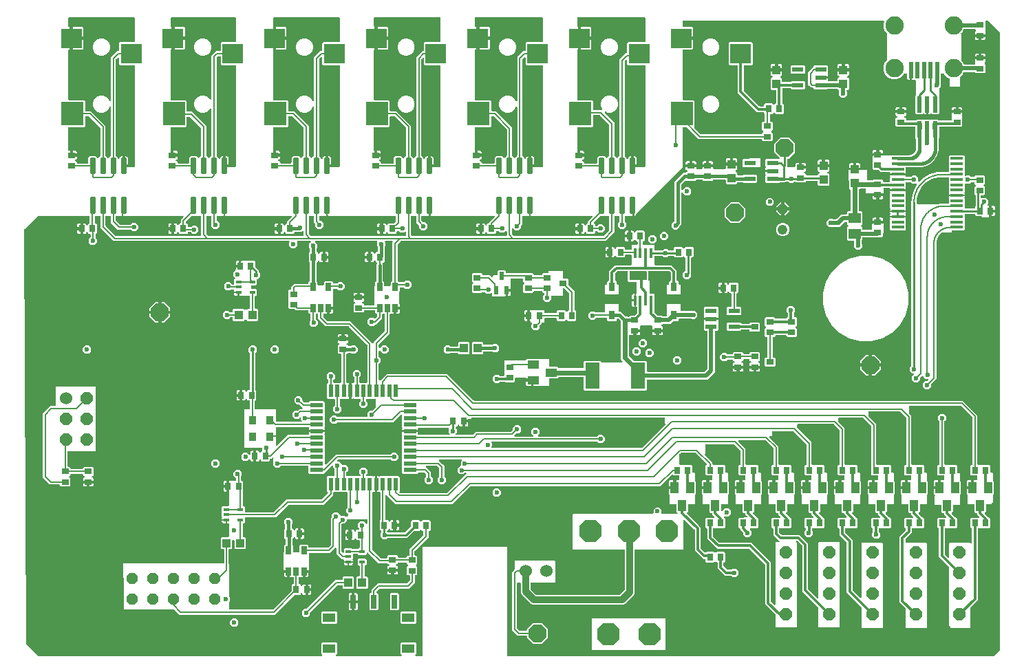
<source format=gbr>
G04 EAGLE Gerber RS-274X export*
G75*
%MOMM*%
%FSLAX34Y34*%
%LPD*%
%INTop Copper*%
%IPPOS*%
%AMOC8*
5,1,8,0,0,1.08239X$1,22.5*%
G01*
%ADD10P,1.649562X8X112.500000*%
%ADD11R,0.700000X0.900000*%
%ADD12R,0.900000X0.700000*%
%ADD13R,1.500000X1.300000*%
%ADD14R,0.600000X2.000000*%
%ADD15R,0.500000X2.000000*%
%ADD16C,2.250000*%
%ADD17R,1.000000X1.400000*%
%ADD18R,1.000000X1.100000*%
%ADD19R,1.408000X0.600000*%
%ADD20P,2.336880X8X22.500000*%
%ADD21P,1.484606X8X202.500000*%
%ADD22R,1.500000X0.400000*%
%ADD23R,0.690000X0.990000*%
%ADD24R,2.550000X2.400000*%
%ADD25R,2.750000X2.900000*%
%ADD26R,0.550000X1.550000*%
%ADD27R,1.550000X0.550000*%
%ADD28R,0.900000X1.100000*%
%ADD29C,1.524000*%
%ADD30P,1.649562X8X292.500000*%
%ADD31R,0.600000X1.000000*%
%ADD32P,2.336880X8X202.500000*%
%ADD33R,0.700000X1.700000*%
%ADD34R,1.550000X1.100000*%
%ADD35R,0.700000X0.400000*%
%ADD36R,1.400000X1.000000*%
%ADD37R,1.800000X3.200000*%
%ADD38C,0.341700*%
%ADD39P,1.319650X8X112.500000*%
%ADD40C,1.219200*%
%ADD41P,3.010451X8X112.500000*%
%ADD42R,0.783900X1.127200*%
%ADD43R,0.350000X1.200000*%
%ADD44C,0.600000*%
%ADD45C,0.203200*%
%ADD46C,0.254000*%
%ADD47C,0.304800*%
%ADD48C,0.406400*%
%ADD49C,0.508000*%
%ADD50C,0.609600*%
%ADD51C,0.152400*%
%ADD52C,0.812800*%

G36*
X388613Y10989D02*
X388613Y10989D01*
X388642Y10986D01*
X388753Y11009D01*
X388866Y11025D01*
X388892Y11037D01*
X388921Y11042D01*
X389022Y11095D01*
X389125Y11141D01*
X389147Y11160D01*
X389173Y11173D01*
X389256Y11251D01*
X389342Y11325D01*
X389358Y11349D01*
X389379Y11369D01*
X389437Y11467D01*
X389500Y11561D01*
X389508Y11589D01*
X389523Y11614D01*
X389551Y11724D01*
X389585Y11832D01*
X389586Y11862D01*
X389593Y11890D01*
X389590Y12003D01*
X389593Y12116D01*
X389585Y12145D01*
X389584Y12174D01*
X389549Y12282D01*
X389521Y12391D01*
X389506Y12417D01*
X389497Y12445D01*
X389451Y12509D01*
X389376Y12636D01*
X389330Y12679D01*
X389302Y12718D01*
X388049Y13971D01*
X388049Y26669D01*
X389251Y27871D01*
X406449Y27871D01*
X407651Y26669D01*
X407651Y13971D01*
X406398Y12718D01*
X406380Y12694D01*
X406358Y12676D01*
X406295Y12581D01*
X406227Y12491D01*
X406217Y12463D01*
X406200Y12439D01*
X406166Y12331D01*
X406126Y12225D01*
X406124Y12196D01*
X406115Y12168D01*
X406112Y12055D01*
X406102Y11942D01*
X406108Y11913D01*
X406107Y11884D01*
X406136Y11774D01*
X406158Y11663D01*
X406172Y11637D01*
X406179Y11609D01*
X406237Y11512D01*
X406289Y11411D01*
X406309Y11389D01*
X406324Y11364D01*
X406407Y11287D01*
X406485Y11205D01*
X406510Y11190D01*
X406532Y11170D01*
X406633Y11118D01*
X406730Y11061D01*
X406759Y11054D01*
X406785Y11040D01*
X406862Y11027D01*
X407006Y10991D01*
X407068Y10993D01*
X407116Y10985D01*
X486084Y10985D01*
X486113Y10989D01*
X486142Y10986D01*
X486253Y11009D01*
X486366Y11025D01*
X486392Y11037D01*
X486421Y11042D01*
X486522Y11095D01*
X486625Y11141D01*
X486647Y11160D01*
X486673Y11173D01*
X486756Y11251D01*
X486842Y11325D01*
X486858Y11349D01*
X486879Y11369D01*
X486937Y11467D01*
X487000Y11561D01*
X487008Y11589D01*
X487023Y11614D01*
X487051Y11724D01*
X487085Y11832D01*
X487086Y11862D01*
X487093Y11890D01*
X487090Y12003D01*
X487093Y12116D01*
X487085Y12145D01*
X487084Y12174D01*
X487049Y12282D01*
X487021Y12391D01*
X487006Y12417D01*
X486997Y12445D01*
X486951Y12509D01*
X486876Y12636D01*
X486830Y12679D01*
X486802Y12718D01*
X485549Y13971D01*
X485549Y26669D01*
X486751Y27871D01*
X503949Y27871D01*
X505151Y26669D01*
X505151Y13971D01*
X503898Y12718D01*
X503880Y12694D01*
X503858Y12676D01*
X503795Y12581D01*
X503727Y12491D01*
X503717Y12463D01*
X503700Y12439D01*
X503666Y12331D01*
X503626Y12225D01*
X503624Y12196D01*
X503615Y12168D01*
X503612Y12055D01*
X503602Y11942D01*
X503608Y11913D01*
X503607Y11884D01*
X503636Y11774D01*
X503658Y11663D01*
X503672Y11637D01*
X503679Y11609D01*
X503737Y11512D01*
X503789Y11411D01*
X503809Y11389D01*
X503824Y11364D01*
X503907Y11287D01*
X503985Y11205D01*
X504010Y11190D01*
X504032Y11170D01*
X504133Y11118D01*
X504230Y11061D01*
X504259Y11054D01*
X504285Y11040D01*
X504362Y11027D01*
X504506Y10991D01*
X504568Y10993D01*
X504616Y10985D01*
X512000Y10985D01*
X512058Y10993D01*
X512116Y10991D01*
X512198Y11013D01*
X512282Y11025D01*
X512335Y11049D01*
X512391Y11063D01*
X512464Y11106D01*
X512541Y11141D01*
X512586Y11179D01*
X512636Y11209D01*
X512694Y11270D01*
X512758Y11325D01*
X512790Y11373D01*
X512830Y11416D01*
X512869Y11491D01*
X512916Y11561D01*
X512933Y11617D01*
X512960Y11669D01*
X512971Y11737D01*
X513001Y11832D01*
X513004Y11932D01*
X513015Y12000D01*
X513015Y144985D01*
X616985Y144985D01*
X616985Y12000D01*
X616993Y11942D01*
X616991Y11884D01*
X617013Y11802D01*
X617025Y11719D01*
X617049Y11665D01*
X617063Y11609D01*
X617106Y11536D01*
X617141Y11459D01*
X617179Y11414D01*
X617209Y11364D01*
X617270Y11306D01*
X617325Y11242D01*
X617373Y11210D01*
X617416Y11170D01*
X617491Y11131D01*
X617561Y11085D01*
X617617Y11067D01*
X617669Y11040D01*
X617737Y11029D01*
X617832Y10999D01*
X617932Y10996D01*
X618000Y10985D01*
X1216000Y10985D01*
X1216087Y10997D01*
X1216174Y11000D01*
X1216227Y11017D01*
X1216282Y11025D01*
X1216361Y11060D01*
X1216445Y11087D01*
X1216484Y11115D01*
X1216541Y11141D01*
X1216654Y11237D01*
X1216718Y11282D01*
X1222718Y17282D01*
X1222770Y17352D01*
X1222830Y17416D01*
X1222856Y17465D01*
X1222889Y17509D01*
X1222920Y17591D01*
X1222960Y17669D01*
X1222968Y17717D01*
X1222990Y17775D01*
X1223002Y17923D01*
X1223015Y18000D01*
X1223015Y778000D01*
X1223003Y778087D01*
X1223000Y778174D01*
X1222983Y778227D01*
X1222975Y778282D01*
X1222940Y778361D01*
X1222913Y778445D01*
X1222885Y778484D01*
X1222859Y778541D01*
X1222763Y778654D01*
X1222718Y778718D01*
X1208718Y792718D01*
X1208648Y792770D01*
X1208584Y792830D01*
X1208535Y792856D01*
X1208491Y792889D01*
X1208409Y792920D01*
X1208331Y792960D01*
X1208284Y792968D01*
X1208225Y792990D01*
X1208077Y793002D01*
X1208000Y793015D01*
X1206446Y793015D01*
X1206388Y793007D01*
X1206330Y793009D01*
X1206248Y792987D01*
X1206164Y792975D01*
X1206111Y792952D01*
X1206055Y792937D01*
X1205982Y792894D01*
X1205905Y792859D01*
X1205860Y792821D01*
X1205810Y792792D01*
X1205752Y792730D01*
X1205688Y792676D01*
X1205656Y792627D01*
X1205616Y792584D01*
X1205577Y792509D01*
X1205530Y792439D01*
X1205513Y792383D01*
X1205486Y792331D01*
X1205475Y792263D01*
X1205445Y792168D01*
X1205442Y792068D01*
X1205431Y792000D01*
X1205431Y790625D01*
X1205443Y790539D01*
X1205446Y790451D01*
X1205463Y790399D01*
X1205471Y790344D01*
X1205485Y790312D01*
X1205485Y776936D01*
X1205476Y776914D01*
X1205436Y776836D01*
X1205428Y776788D01*
X1205406Y776730D01*
X1205401Y776671D01*
X1205395Y776651D01*
X1205393Y776577D01*
X1205381Y776505D01*
X1205381Y776473D01*
X1199614Y776473D01*
X1199556Y776465D01*
X1199498Y776467D01*
X1199416Y776445D01*
X1199333Y776433D01*
X1199279Y776410D01*
X1199223Y776395D01*
X1199150Y776352D01*
X1199073Y776317D01*
X1199029Y776279D01*
X1198978Y776250D01*
X1198921Y776188D01*
X1198877Y776151D01*
X1198876Y776152D01*
X1198821Y776216D01*
X1198773Y776248D01*
X1198730Y776288D01*
X1198655Y776327D01*
X1198585Y776374D01*
X1198529Y776391D01*
X1198477Y776418D01*
X1198409Y776429D01*
X1198314Y776459D01*
X1198214Y776462D01*
X1198146Y776473D01*
X1192379Y776473D01*
X1192379Y778487D01*
X1192516Y778996D01*
X1192779Y779452D01*
X1192994Y779667D01*
X1193046Y779737D01*
X1193106Y779801D01*
X1193132Y779850D01*
X1193165Y779894D01*
X1193196Y779976D01*
X1193236Y780054D01*
X1193244Y780102D01*
X1193266Y780160D01*
X1193278Y780308D01*
X1193291Y780385D01*
X1193291Y781874D01*
X1193283Y781932D01*
X1193285Y781990D01*
X1193263Y782072D01*
X1193251Y782156D01*
X1193228Y782209D01*
X1193213Y782265D01*
X1193170Y782338D01*
X1193135Y782415D01*
X1193097Y782460D01*
X1193068Y782510D01*
X1193006Y782568D01*
X1192952Y782632D01*
X1192903Y782664D01*
X1192860Y782704D01*
X1192785Y782743D01*
X1192715Y782790D01*
X1192659Y782807D01*
X1192607Y782834D01*
X1192539Y782845D01*
X1192444Y782875D01*
X1192344Y782878D01*
X1192276Y782889D01*
X1179473Y782889D01*
X1179472Y782889D01*
X1179470Y782889D01*
X1179330Y782869D01*
X1179192Y782849D01*
X1179190Y782849D01*
X1179189Y782849D01*
X1179063Y782792D01*
X1178933Y782733D01*
X1178931Y782732D01*
X1178930Y782731D01*
X1178823Y782640D01*
X1178716Y782550D01*
X1178715Y782548D01*
X1178713Y782547D01*
X1178705Y782534D01*
X1178558Y782313D01*
X1178549Y782284D01*
X1178535Y782263D01*
X1177576Y779946D01*
X1175622Y777992D01*
X1175587Y777946D01*
X1175545Y777905D01*
X1175502Y777833D01*
X1175452Y777765D01*
X1175431Y777710D01*
X1175401Y777660D01*
X1175380Y777578D01*
X1175350Y777500D01*
X1175345Y777441D01*
X1175331Y777384D01*
X1175334Y777300D01*
X1175327Y777216D01*
X1175338Y777159D01*
X1175340Y777100D01*
X1175366Y777020D01*
X1175383Y776937D01*
X1175410Y776886D01*
X1175428Y776830D01*
X1175436Y776818D01*
X1175436Y745135D01*
X1175431Y745122D01*
X1175401Y745071D01*
X1175380Y744990D01*
X1175350Y744911D01*
X1175345Y744852D01*
X1175331Y744796D01*
X1175334Y744712D01*
X1175327Y744627D01*
X1175338Y744570D01*
X1175340Y744511D01*
X1175366Y744431D01*
X1175383Y744349D01*
X1175410Y744297D01*
X1175428Y744241D01*
X1175468Y744185D01*
X1175514Y744096D01*
X1175582Y744024D01*
X1175622Y743968D01*
X1177576Y742014D01*
X1178535Y739697D01*
X1178536Y739696D01*
X1178537Y739695D01*
X1178608Y739574D01*
X1178680Y739453D01*
X1178681Y739452D01*
X1178682Y739450D01*
X1178790Y739349D01*
X1178887Y739257D01*
X1178888Y739257D01*
X1178889Y739256D01*
X1179015Y739191D01*
X1179139Y739127D01*
X1179141Y739127D01*
X1179142Y739126D01*
X1179157Y739124D01*
X1179418Y739072D01*
X1179449Y739075D01*
X1179473Y739071D01*
X1191768Y739071D01*
X1191826Y739079D01*
X1191884Y739077D01*
X1191966Y739099D01*
X1192050Y739111D01*
X1192103Y739134D01*
X1192159Y739149D01*
X1192232Y739192D01*
X1192309Y739227D01*
X1192354Y739265D01*
X1192404Y739294D01*
X1192462Y739356D01*
X1192526Y739410D01*
X1192558Y739459D01*
X1192598Y739502D01*
X1192637Y739577D01*
X1192684Y739647D01*
X1192701Y739703D01*
X1192728Y739755D01*
X1192739Y739823D01*
X1192769Y739918D01*
X1192772Y740018D01*
X1192783Y740086D01*
X1192783Y742076D01*
X1192770Y742172D01*
X1192765Y742269D01*
X1192751Y742307D01*
X1192743Y742358D01*
X1192673Y742515D01*
X1192647Y742584D01*
X1192516Y742812D01*
X1192379Y743321D01*
X1192379Y745348D01*
X1192425Y745350D01*
X1192477Y745367D01*
X1192532Y745375D01*
X1192612Y745410D01*
X1192695Y745437D01*
X1192735Y745465D01*
X1192792Y745491D01*
X1192905Y745587D01*
X1192969Y745632D01*
X1193081Y745745D01*
X1198146Y745745D01*
X1198204Y745753D01*
X1198262Y745751D01*
X1198344Y745773D01*
X1198427Y745785D01*
X1198481Y745808D01*
X1198537Y745823D01*
X1198610Y745866D01*
X1198687Y745901D01*
X1198731Y745939D01*
X1198782Y745968D01*
X1198839Y746030D01*
X1198883Y746067D01*
X1198884Y746066D01*
X1198939Y746002D01*
X1198987Y745970D01*
X1199030Y745930D01*
X1199105Y745891D01*
X1199175Y745844D01*
X1199231Y745827D01*
X1199283Y745800D01*
X1199351Y745789D01*
X1199446Y745759D01*
X1199546Y745756D01*
X1199614Y745745D01*
X1204679Y745745D01*
X1204791Y745632D01*
X1204861Y745580D01*
X1204925Y745520D01*
X1204974Y745494D01*
X1205019Y745461D01*
X1205100Y745430D01*
X1205178Y745390D01*
X1205226Y745382D01*
X1205284Y745360D01*
X1205381Y745352D01*
X1205381Y743321D01*
X1205244Y742812D01*
X1205113Y742584D01*
X1205076Y742494D01*
X1205032Y742407D01*
X1205026Y742367D01*
X1205006Y742320D01*
X1204989Y742149D01*
X1204977Y742076D01*
X1204977Y739308D01*
X1204989Y739221D01*
X1204992Y739134D01*
X1205009Y739081D01*
X1205017Y739026D01*
X1205052Y738947D01*
X1205079Y738863D01*
X1205107Y738824D01*
X1205133Y738767D01*
X1205229Y738654D01*
X1205274Y738590D01*
X1205431Y738433D01*
X1205431Y729735D01*
X1204229Y728533D01*
X1193531Y728533D01*
X1192472Y729592D01*
X1192402Y729644D01*
X1192338Y729704D01*
X1192289Y729730D01*
X1192245Y729763D01*
X1192163Y729794D01*
X1192085Y729834D01*
X1192038Y729842D01*
X1191979Y729864D01*
X1191831Y729876D01*
X1191754Y729889D01*
X1179473Y729889D01*
X1179472Y729889D01*
X1179470Y729889D01*
X1179330Y729869D01*
X1179192Y729849D01*
X1179190Y729849D01*
X1179189Y729849D01*
X1179063Y729792D01*
X1178933Y729733D01*
X1178931Y729732D01*
X1178930Y729731D01*
X1178823Y729640D01*
X1178716Y729550D01*
X1178715Y729548D01*
X1178713Y729547D01*
X1178705Y729534D01*
X1178558Y729313D01*
X1178549Y729284D01*
X1178535Y729263D01*
X1177576Y726946D01*
X1174286Y723656D01*
X1174234Y723586D01*
X1174174Y723522D01*
X1174148Y723473D01*
X1174115Y723429D01*
X1174084Y723347D01*
X1174044Y723269D01*
X1174036Y723222D01*
X1174014Y723163D01*
X1174002Y723015D01*
X1173989Y722938D01*
X1173989Y712005D01*
X1173691Y711707D01*
X1162093Y711707D01*
X1161795Y712005D01*
X1161795Y721271D01*
X1161795Y721273D01*
X1161795Y721274D01*
X1161775Y721414D01*
X1161755Y721552D01*
X1161755Y721554D01*
X1161755Y721555D01*
X1161698Y721681D01*
X1161639Y721812D01*
X1161638Y721813D01*
X1161637Y721815D01*
X1161546Y721922D01*
X1161456Y722029D01*
X1161454Y722030D01*
X1161453Y722031D01*
X1161440Y722039D01*
X1161219Y722186D01*
X1161190Y722196D01*
X1161169Y722209D01*
X1158766Y723204D01*
X1155024Y726946D01*
X1154912Y727217D01*
X1154911Y727219D01*
X1154910Y727220D01*
X1154841Y727338D01*
X1154767Y727462D01*
X1154766Y727463D01*
X1154765Y727465D01*
X1154663Y727560D01*
X1154560Y727658D01*
X1154559Y727658D01*
X1154558Y727659D01*
X1154436Y727722D01*
X1154308Y727788D01*
X1154306Y727788D01*
X1154305Y727789D01*
X1154290Y727791D01*
X1154029Y727843D01*
X1153998Y727840D01*
X1153974Y727844D01*
X1151406Y727844D01*
X1151348Y727836D01*
X1151290Y727838D01*
X1151208Y727816D01*
X1151124Y727804D01*
X1151071Y727781D01*
X1151015Y727766D01*
X1150942Y727723D01*
X1150865Y727688D01*
X1150820Y727650D01*
X1150770Y727621D01*
X1150712Y727559D01*
X1150648Y727505D01*
X1150616Y727456D01*
X1150576Y727413D01*
X1150537Y727338D01*
X1150490Y727268D01*
X1150473Y727212D01*
X1150446Y727160D01*
X1150435Y727092D01*
X1150405Y726997D01*
X1150402Y726897D01*
X1150391Y726829D01*
X1150391Y716253D01*
X1150403Y716166D01*
X1150406Y716079D01*
X1150423Y716026D01*
X1150431Y715971D01*
X1150466Y715891D01*
X1150471Y715878D01*
X1150471Y711568D01*
X1148886Y709983D01*
X1148834Y709914D01*
X1148774Y709850D01*
X1148748Y709800D01*
X1148715Y709756D01*
X1148684Y709674D01*
X1148644Y709596D01*
X1148636Y709549D01*
X1148614Y709490D01*
X1148602Y709343D01*
X1148589Y709265D01*
X1148589Y699281D01*
X1148566Y699238D01*
X1148533Y699193D01*
X1148502Y699112D01*
X1148462Y699034D01*
X1148454Y698986D01*
X1148432Y698928D01*
X1148420Y698780D01*
X1148407Y698703D01*
X1148407Y679275D01*
X1147205Y678073D01*
X1139507Y678073D01*
X1139252Y678328D01*
X1139197Y678369D01*
X1139149Y678418D01*
X1139084Y678454D01*
X1139025Y678499D01*
X1138961Y678523D01*
X1138901Y678557D01*
X1138829Y678574D01*
X1138759Y678600D01*
X1138691Y678606D01*
X1138625Y678621D01*
X1138550Y678618D01*
X1138476Y678624D01*
X1138409Y678610D01*
X1138341Y678607D01*
X1138282Y678585D01*
X1138197Y678568D01*
X1138096Y678515D01*
X1138026Y678489D01*
X1137628Y678260D01*
X1137119Y678123D01*
X1135355Y678123D01*
X1135355Y689640D01*
X1135347Y689698D01*
X1135349Y689756D01*
X1135327Y689838D01*
X1135315Y689921D01*
X1135292Y689975D01*
X1135277Y690031D01*
X1135234Y690104D01*
X1135199Y690181D01*
X1135161Y690225D01*
X1135132Y690276D01*
X1135070Y690333D01*
X1135016Y690398D01*
X1134967Y690430D01*
X1134924Y690470D01*
X1134849Y690509D01*
X1134779Y690555D01*
X1134723Y690573D01*
X1134671Y690600D01*
X1134603Y690611D01*
X1134508Y690641D01*
X1134408Y690644D01*
X1134340Y690655D01*
X1133372Y690655D01*
X1133314Y690647D01*
X1133256Y690648D01*
X1133174Y690627D01*
X1133090Y690615D01*
X1133037Y690591D01*
X1132981Y690577D01*
X1132908Y690533D01*
X1132831Y690499D01*
X1132786Y690461D01*
X1132736Y690431D01*
X1132678Y690370D01*
X1132614Y690315D01*
X1132582Y690267D01*
X1132542Y690224D01*
X1132503Y690149D01*
X1132456Y690079D01*
X1132439Y690023D01*
X1132412Y689971D01*
X1132401Y689903D01*
X1132371Y689808D01*
X1132368Y689708D01*
X1132357Y689640D01*
X1132357Y678123D01*
X1130593Y678123D01*
X1130084Y678260D01*
X1129686Y678489D01*
X1129623Y678515D01*
X1129564Y678549D01*
X1129491Y678568D01*
X1129422Y678596D01*
X1129354Y678603D01*
X1129288Y678619D01*
X1129214Y678617D01*
X1129139Y678625D01*
X1129072Y678613D01*
X1129004Y678610D01*
X1128933Y678587D01*
X1128860Y678574D01*
X1128798Y678544D01*
X1128734Y678523D01*
X1128682Y678486D01*
X1128605Y678448D01*
X1128521Y678371D01*
X1128460Y678328D01*
X1128205Y678073D01*
X1120507Y678073D01*
X1119305Y679275D01*
X1119305Y700973D01*
X1119334Y701002D01*
X1119386Y701072D01*
X1119446Y701136D01*
X1119472Y701185D01*
X1119505Y701229D01*
X1119536Y701311D01*
X1119576Y701389D01*
X1119584Y701436D01*
X1119606Y701495D01*
X1119618Y701643D01*
X1119631Y701720D01*
X1119631Y718914D01*
X1119623Y718972D01*
X1119625Y719030D01*
X1119603Y719112D01*
X1119591Y719196D01*
X1119568Y719249D01*
X1119553Y719305D01*
X1119510Y719378D01*
X1119475Y719455D01*
X1119437Y719500D01*
X1119408Y719550D01*
X1119346Y719608D01*
X1119292Y719672D01*
X1119243Y719704D01*
X1119200Y719744D01*
X1119125Y719783D01*
X1119055Y719830D01*
X1118999Y719847D01*
X1118947Y719874D01*
X1118879Y719885D01*
X1118784Y719915D01*
X1118684Y719918D01*
X1118616Y719929D01*
X1118451Y719929D01*
X1118379Y720001D01*
X1118324Y720042D01*
X1118276Y720091D01*
X1118211Y720127D01*
X1118152Y720172D01*
X1118088Y720196D01*
X1118028Y720230D01*
X1117956Y720247D01*
X1117886Y720273D01*
X1117818Y720279D01*
X1117752Y720294D01*
X1117677Y720291D01*
X1117603Y720297D01*
X1117536Y720283D01*
X1117468Y720280D01*
X1117409Y720258D01*
X1117324Y720241D01*
X1117223Y720188D01*
X1117153Y720162D01*
X1117072Y720116D01*
X1116563Y719979D01*
X1115049Y719979D01*
X1115049Y731746D01*
X1115041Y731804D01*
X1115043Y731862D01*
X1115021Y731944D01*
X1115009Y732027D01*
X1114986Y732081D01*
X1114971Y732137D01*
X1114928Y732210D01*
X1114893Y732287D01*
X1114855Y732331D01*
X1114826Y732382D01*
X1114764Y732439D01*
X1114710Y732504D01*
X1114661Y732536D01*
X1114618Y732576D01*
X1114543Y732615D01*
X1114473Y732661D01*
X1114417Y732679D01*
X1114365Y732706D01*
X1114297Y732717D01*
X1114202Y732747D01*
X1114102Y732750D01*
X1114034Y732761D01*
X1113566Y732761D01*
X1113508Y732753D01*
X1113450Y732754D01*
X1113368Y732733D01*
X1113284Y732721D01*
X1113231Y732697D01*
X1113175Y732683D01*
X1113102Y732639D01*
X1113025Y732605D01*
X1112980Y732567D01*
X1112930Y732537D01*
X1112872Y732476D01*
X1112808Y732421D01*
X1112776Y732373D01*
X1112736Y732330D01*
X1112697Y732255D01*
X1112650Y732185D01*
X1112633Y732129D01*
X1112606Y732077D01*
X1112595Y732009D01*
X1112565Y731914D01*
X1112562Y731814D01*
X1112551Y731746D01*
X1112551Y719979D01*
X1111037Y719979D01*
X1110528Y720116D01*
X1110071Y720379D01*
X1109699Y720751D01*
X1109436Y721208D01*
X1109299Y721717D01*
X1109299Y726829D01*
X1109291Y726887D01*
X1109293Y726945D01*
X1109271Y727027D01*
X1109259Y727111D01*
X1109236Y727164D01*
X1109221Y727220D01*
X1109178Y727293D01*
X1109143Y727370D01*
X1109105Y727415D01*
X1109076Y727465D01*
X1109014Y727523D01*
X1108960Y727587D01*
X1108911Y727619D01*
X1108868Y727659D01*
X1108793Y727698D01*
X1108723Y727745D01*
X1108667Y727762D01*
X1108615Y727789D01*
X1108547Y727800D01*
X1108452Y727830D01*
X1108352Y727833D01*
X1108284Y727844D01*
X1105626Y727844D01*
X1105625Y727844D01*
X1105623Y727844D01*
X1105482Y727824D01*
X1105345Y727804D01*
X1105343Y727804D01*
X1105342Y727804D01*
X1105211Y727745D01*
X1105085Y727688D01*
X1105084Y727687D01*
X1105083Y727686D01*
X1104974Y727593D01*
X1104868Y727505D01*
X1104868Y727503D01*
X1104866Y727502D01*
X1104858Y727489D01*
X1104711Y727268D01*
X1104702Y727239D01*
X1104688Y727217D01*
X1104576Y726946D01*
X1100834Y723204D01*
X1095946Y721179D01*
X1090654Y721179D01*
X1085766Y723204D01*
X1082024Y726946D01*
X1079999Y731834D01*
X1079999Y737126D01*
X1082024Y742014D01*
X1083978Y743968D01*
X1084013Y744014D01*
X1084055Y744055D01*
X1084098Y744127D01*
X1084148Y744195D01*
X1084169Y744250D01*
X1084199Y744300D01*
X1084220Y744382D01*
X1084250Y744460D01*
X1084255Y744519D01*
X1084269Y744576D01*
X1084266Y744660D01*
X1084273Y744744D01*
X1084262Y744801D01*
X1084260Y744860D01*
X1084234Y744940D01*
X1084217Y745023D01*
X1084190Y745074D01*
X1084172Y745130D01*
X1084164Y745142D01*
X1084164Y776825D01*
X1084169Y776838D01*
X1084199Y776889D01*
X1084220Y776970D01*
X1084250Y777049D01*
X1084255Y777108D01*
X1084269Y777164D01*
X1084266Y777248D01*
X1084273Y777333D01*
X1084262Y777390D01*
X1084260Y777449D01*
X1084234Y777529D01*
X1084217Y777611D01*
X1084190Y777663D01*
X1084172Y777719D01*
X1084132Y777775D01*
X1084086Y777864D01*
X1084018Y777936D01*
X1083978Y777992D01*
X1082024Y779946D01*
X1079999Y784834D01*
X1079999Y790126D01*
X1080615Y791611D01*
X1080643Y791723D01*
X1080678Y791832D01*
X1080679Y791860D01*
X1080686Y791887D01*
X1080682Y792001D01*
X1080685Y792116D01*
X1080678Y792143D01*
X1080677Y792171D01*
X1080642Y792280D01*
X1080613Y792391D01*
X1080599Y792415D01*
X1080591Y792442D01*
X1080527Y792537D01*
X1080468Y792636D01*
X1080448Y792655D01*
X1080433Y792678D01*
X1080345Y792752D01*
X1080261Y792830D01*
X1080236Y792843D01*
X1080215Y792861D01*
X1080110Y792908D01*
X1080008Y792960D01*
X1079983Y792964D01*
X1079955Y792976D01*
X1079692Y793013D01*
X1079677Y793015D01*
X834000Y793015D01*
X833942Y793007D01*
X833884Y793009D01*
X833802Y792987D01*
X833719Y792975D01*
X833665Y792952D01*
X833609Y792937D01*
X833536Y792894D01*
X833459Y792859D01*
X833414Y792821D01*
X833364Y792792D01*
X833306Y792730D01*
X833242Y792676D01*
X833210Y792627D01*
X833170Y792584D01*
X833131Y792509D01*
X833085Y792439D01*
X833067Y792383D01*
X833040Y792331D01*
X833029Y792263D01*
X832999Y792168D01*
X832996Y792068D01*
X832985Y792000D01*
X832985Y786500D01*
X832993Y786442D01*
X832991Y786384D01*
X833013Y786302D01*
X833025Y786218D01*
X833049Y786165D01*
X833063Y786109D01*
X833106Y786036D01*
X833141Y785959D01*
X833179Y785914D01*
X833209Y785864D01*
X833270Y785806D01*
X833325Y785742D01*
X833373Y785710D01*
X833416Y785670D01*
X833491Y785631D01*
X833561Y785584D01*
X833617Y785567D01*
X833669Y785540D01*
X833737Y785529D01*
X833832Y785499D01*
X833932Y785496D01*
X834000Y785485D01*
X843799Y785485D01*
X844308Y785348D01*
X844765Y785085D01*
X845137Y784713D01*
X845400Y784256D01*
X845537Y783747D01*
X845537Y773515D01*
X834000Y773515D01*
X833942Y773507D01*
X833884Y773508D01*
X833802Y773487D01*
X833719Y773475D01*
X833665Y773451D01*
X833609Y773437D01*
X833536Y773394D01*
X833459Y773359D01*
X833414Y773321D01*
X833364Y773291D01*
X833306Y773230D01*
X833242Y773175D01*
X833210Y773127D01*
X833170Y773084D01*
X833131Y773009D01*
X833085Y772939D01*
X833067Y772883D01*
X833040Y772831D01*
X833029Y772763D01*
X832999Y772668D01*
X832996Y772568D01*
X832985Y772500D01*
X832985Y770468D01*
X832993Y770410D01*
X832991Y770352D01*
X833013Y770270D01*
X833025Y770187D01*
X833049Y770133D01*
X833063Y770077D01*
X833106Y770004D01*
X833141Y769927D01*
X833179Y769882D01*
X833209Y769832D01*
X833270Y769774D01*
X833325Y769710D01*
X833373Y769678D01*
X833416Y769638D01*
X833491Y769599D01*
X833561Y769553D01*
X833617Y769535D01*
X833669Y769508D01*
X833737Y769497D01*
X833832Y769467D01*
X833932Y769464D01*
X834000Y769453D01*
X845537Y769453D01*
X845537Y759221D01*
X845400Y758712D01*
X845137Y758255D01*
X844765Y757883D01*
X844308Y757620D01*
X843799Y757483D01*
X834000Y757483D01*
X833942Y757475D01*
X833884Y757477D01*
X833802Y757455D01*
X833719Y757443D01*
X833665Y757420D01*
X833609Y757405D01*
X833536Y757362D01*
X833459Y757327D01*
X833414Y757289D01*
X833364Y757260D01*
X833306Y757198D01*
X833242Y757144D01*
X833210Y757095D01*
X833170Y757052D01*
X833131Y756977D01*
X833085Y756907D01*
X833067Y756851D01*
X833040Y756799D01*
X833029Y756731D01*
X832999Y756636D01*
X832996Y756536D01*
X832985Y756468D01*
X832985Y696050D01*
X832993Y695992D01*
X832991Y695934D01*
X833013Y695852D01*
X833025Y695768D01*
X833049Y695715D01*
X833063Y695659D01*
X833106Y695586D01*
X833141Y695509D01*
X833179Y695464D01*
X833209Y695414D01*
X833270Y695356D01*
X833325Y695292D01*
X833373Y695260D01*
X833416Y695220D01*
X833491Y695181D01*
X833561Y695134D01*
X833617Y695117D01*
X833669Y695090D01*
X833737Y695079D01*
X833832Y695049D01*
X833932Y695046D01*
X834000Y695035D01*
X846385Y695035D01*
X847587Y693833D01*
X847587Y663135D01*
X847258Y662806D01*
X847223Y662760D01*
X847181Y662719D01*
X847138Y662647D01*
X847088Y662579D01*
X847067Y662524D01*
X847037Y662474D01*
X847016Y662392D01*
X846986Y662313D01*
X846982Y662255D01*
X846967Y662199D01*
X846970Y662114D01*
X846963Y662030D01*
X846974Y661973D01*
X846976Y661914D01*
X847002Y661834D01*
X847019Y661751D01*
X847046Y661699D01*
X847064Y661644D01*
X847104Y661588D01*
X847150Y661499D01*
X847218Y661427D01*
X847258Y661371D01*
X854973Y653656D01*
X855043Y653604D01*
X855107Y653544D01*
X855156Y653518D01*
X855200Y653485D01*
X855282Y653454D01*
X855360Y653414D01*
X855407Y653406D01*
X855466Y653384D01*
X855613Y653372D01*
X855691Y653359D01*
X929374Y653359D01*
X929432Y653367D01*
X929490Y653365D01*
X929572Y653387D01*
X929656Y653399D01*
X929709Y653422D01*
X929765Y653437D01*
X929838Y653480D01*
X929915Y653515D01*
X929960Y653553D01*
X930010Y653582D01*
X930068Y653644D01*
X930132Y653698D01*
X930164Y653747D01*
X930204Y653790D01*
X930243Y653865D01*
X930290Y653935D01*
X930307Y653991D01*
X930334Y654043D01*
X930345Y654111D01*
X930375Y654206D01*
X930378Y654306D01*
X930389Y654374D01*
X930389Y654641D01*
X931822Y656074D01*
X931857Y656121D01*
X931899Y656161D01*
X931942Y656234D01*
X931993Y656301D01*
X932014Y656356D01*
X932043Y656406D01*
X932064Y656488D01*
X932094Y656567D01*
X932099Y656625D01*
X932113Y656682D01*
X932111Y656766D01*
X932118Y656850D01*
X932106Y656908D01*
X932104Y656966D01*
X932078Y657046D01*
X932062Y657129D01*
X932035Y657181D01*
X932017Y657237D01*
X931977Y657293D01*
X931931Y657381D01*
X931862Y657454D01*
X931822Y657510D01*
X930389Y658943D01*
X930389Y667641D01*
X931591Y668843D01*
X932858Y668843D01*
X932916Y668851D01*
X932974Y668849D01*
X933056Y668871D01*
X933140Y668883D01*
X933193Y668906D01*
X933249Y668921D01*
X933322Y668964D01*
X933399Y668999D01*
X933444Y669037D01*
X933494Y669066D01*
X933552Y669128D01*
X933616Y669182D01*
X933648Y669231D01*
X933688Y669274D01*
X933727Y669349D01*
X933774Y669419D01*
X933791Y669475D01*
X933818Y669527D01*
X933829Y669595D01*
X933859Y669690D01*
X933862Y669790D01*
X933873Y669858D01*
X933873Y678118D01*
X933861Y678205D01*
X933858Y678292D01*
X933841Y678345D01*
X933833Y678400D01*
X933798Y678479D01*
X933771Y678563D01*
X933743Y678602D01*
X933717Y678659D01*
X933621Y678772D01*
X933576Y678836D01*
X933157Y679255D01*
X933157Y679410D01*
X933149Y679468D01*
X933151Y679526D01*
X933129Y679608D01*
X933117Y679692D01*
X933094Y679745D01*
X933079Y679801D01*
X933036Y679874D01*
X933001Y679951D01*
X932963Y679996D01*
X932934Y680046D01*
X932872Y680104D01*
X932818Y680168D01*
X932769Y680200D01*
X932726Y680240D01*
X932651Y680279D01*
X932581Y680326D01*
X932525Y680343D01*
X932473Y680370D01*
X932405Y680381D01*
X932310Y680411D01*
X932210Y680414D01*
X932142Y680425D01*
X924519Y680425D01*
X922128Y682816D01*
X922128Y682817D01*
X900711Y704233D01*
X900711Y737418D01*
X900703Y737476D01*
X900705Y737534D01*
X900683Y737616D01*
X900671Y737700D01*
X900648Y737753D01*
X900633Y737809D01*
X900590Y737882D01*
X900555Y737959D01*
X900517Y738004D01*
X900488Y738054D01*
X900426Y738112D01*
X900372Y738176D01*
X900323Y738208D01*
X900280Y738248D01*
X900205Y738287D01*
X900135Y738334D01*
X900079Y738351D01*
X900027Y738378D01*
X899959Y738389D01*
X899864Y738419D01*
X899764Y738422D01*
X899696Y738433D01*
X890687Y738433D01*
X889485Y739635D01*
X889485Y765333D01*
X890687Y766535D01*
X917885Y766535D01*
X919087Y765333D01*
X919087Y739635D01*
X917885Y738433D01*
X908876Y738433D01*
X908818Y738425D01*
X908760Y738427D01*
X908678Y738405D01*
X908594Y738393D01*
X908541Y738370D01*
X908485Y738355D01*
X908412Y738312D01*
X908335Y738277D01*
X908290Y738239D01*
X908240Y738210D01*
X908182Y738148D01*
X908118Y738094D01*
X908086Y738045D01*
X908046Y738002D01*
X908007Y737927D01*
X907960Y737857D01*
X907943Y737801D01*
X907916Y737749D01*
X907905Y737681D01*
X907875Y737586D01*
X907872Y737486D01*
X907861Y737418D01*
X907861Y707615D01*
X907873Y707529D01*
X907876Y707441D01*
X907893Y707389D01*
X907901Y707334D01*
X907936Y707254D01*
X907963Y707171D01*
X907991Y707131D01*
X908017Y707074D01*
X908113Y706961D01*
X908158Y706897D01*
X927183Y687872D01*
X927253Y687820D01*
X927317Y687760D01*
X927366Y687734D01*
X927410Y687701D01*
X927492Y687670D01*
X927570Y687630D01*
X927618Y687622D01*
X927676Y687600D01*
X927824Y687588D01*
X927901Y687575D01*
X932142Y687575D01*
X932200Y687583D01*
X932258Y687581D01*
X932340Y687603D01*
X932424Y687615D01*
X932477Y687638D01*
X932533Y687653D01*
X932606Y687696D01*
X932683Y687731D01*
X932728Y687769D01*
X932778Y687798D01*
X932836Y687860D01*
X932900Y687914D01*
X932932Y687963D01*
X932972Y688006D01*
X933011Y688081D01*
X933058Y688151D01*
X933075Y688207D01*
X933102Y688259D01*
X933113Y688327D01*
X933143Y688422D01*
X933146Y688522D01*
X933157Y688590D01*
X933157Y689953D01*
X934359Y691155D01*
X943057Y691155D01*
X944490Y689722D01*
X944537Y689687D01*
X944577Y689645D01*
X944650Y689602D01*
X944717Y689551D01*
X944772Y689530D01*
X944822Y689501D01*
X944904Y689480D01*
X944983Y689450D01*
X945041Y689445D01*
X945098Y689431D01*
X945182Y689433D01*
X945266Y689426D01*
X945324Y689438D01*
X945382Y689440D01*
X945462Y689466D01*
X945545Y689482D01*
X945597Y689509D01*
X945653Y689527D01*
X945709Y689567D01*
X945797Y689613D01*
X945870Y689682D01*
X945926Y689722D01*
X947398Y691194D01*
X947400Y691195D01*
X947453Y691218D01*
X947509Y691233D01*
X947582Y691276D01*
X947659Y691311D01*
X947704Y691349D01*
X947754Y691378D01*
X947812Y691440D01*
X947876Y691494D01*
X947908Y691543D01*
X947948Y691586D01*
X947987Y691661D01*
X948034Y691731D01*
X948051Y691787D01*
X948078Y691839D01*
X948089Y691907D01*
X948119Y692002D01*
X948122Y692102D01*
X948133Y692170D01*
X948133Y706866D01*
X948125Y706924D01*
X948127Y706982D01*
X948105Y707064D01*
X948093Y707148D01*
X948070Y707201D01*
X948055Y707257D01*
X948012Y707330D01*
X947977Y707407D01*
X947939Y707452D01*
X947910Y707502D01*
X947848Y707560D01*
X947794Y707624D01*
X947745Y707656D01*
X947702Y707696D01*
X947627Y707735D01*
X947557Y707782D01*
X947501Y707799D01*
X947449Y707826D01*
X947381Y707837D01*
X947286Y707867D01*
X947186Y707870D01*
X947118Y707881D01*
X942259Y707881D01*
X941057Y709083D01*
X941057Y721781D01*
X942259Y722983D01*
X942405Y722983D01*
X942415Y722984D01*
X942425Y722983D01*
X942556Y723004D01*
X942687Y723023D01*
X942696Y723027D01*
X942705Y723028D01*
X942826Y723085D01*
X942946Y723139D01*
X942953Y723145D01*
X942962Y723149D01*
X943062Y723237D01*
X943163Y723322D01*
X943168Y723331D01*
X943176Y723337D01*
X943247Y723449D01*
X943321Y723559D01*
X943324Y723569D01*
X943329Y723577D01*
X943366Y723704D01*
X943406Y723830D01*
X943407Y723840D01*
X943409Y723849D01*
X943410Y723982D01*
X943414Y724114D01*
X943411Y724124D01*
X943411Y724134D01*
X943375Y724262D01*
X943342Y724389D01*
X943337Y724398D01*
X943334Y724407D01*
X943264Y724520D01*
X943197Y724634D01*
X943189Y724641D01*
X943184Y724649D01*
X943086Y724738D01*
X942989Y724828D01*
X942981Y724833D01*
X942973Y724839D01*
X942921Y724863D01*
X942736Y724958D01*
X942701Y724964D01*
X942668Y724979D01*
X942336Y725068D01*
X941879Y725331D01*
X941507Y725703D01*
X941244Y726160D01*
X941107Y726669D01*
X941107Y730401D01*
X947092Y730401D01*
X947150Y730409D01*
X947208Y730407D01*
X947290Y730429D01*
X947373Y730441D01*
X947427Y730465D01*
X947483Y730479D01*
X947556Y730522D01*
X947633Y730557D01*
X947677Y730595D01*
X947728Y730625D01*
X947785Y730686D01*
X947850Y730741D01*
X947882Y730789D01*
X947922Y730832D01*
X947961Y730907D01*
X948007Y730977D01*
X948025Y731033D01*
X948052Y731085D01*
X948063Y731153D01*
X948093Y731248D01*
X948096Y731348D01*
X948107Y731416D01*
X948107Y732433D01*
X948109Y732433D01*
X948109Y731416D01*
X948117Y731358D01*
X948116Y731300D01*
X948137Y731218D01*
X948149Y731135D01*
X948173Y731081D01*
X948187Y731025D01*
X948230Y730952D01*
X948265Y730875D01*
X948303Y730830D01*
X948333Y730780D01*
X948394Y730722D01*
X948449Y730658D01*
X948497Y730626D01*
X948540Y730586D01*
X948615Y730547D01*
X948685Y730501D01*
X948741Y730483D01*
X948793Y730456D01*
X948861Y730445D01*
X948956Y730415D01*
X949056Y730412D01*
X949124Y730401D01*
X955109Y730401D01*
X955109Y726669D01*
X954972Y726160D01*
X954709Y725703D01*
X954337Y725331D01*
X953880Y725068D01*
X953548Y724979D01*
X953539Y724975D01*
X953529Y724973D01*
X953408Y724919D01*
X953287Y724867D01*
X953279Y724861D01*
X953270Y724857D01*
X953169Y724772D01*
X953066Y724688D01*
X953060Y724680D01*
X953053Y724673D01*
X952980Y724564D01*
X952904Y724454D01*
X952901Y724445D01*
X952895Y724437D01*
X952855Y724311D01*
X952813Y724185D01*
X952813Y724175D01*
X952810Y724166D01*
X952806Y724033D01*
X952800Y723901D01*
X952803Y723892D01*
X952802Y723882D01*
X952836Y723753D01*
X952867Y723625D01*
X952872Y723616D01*
X952874Y723607D01*
X952942Y723493D01*
X953007Y723377D01*
X953014Y723371D01*
X953019Y723362D01*
X953116Y723272D01*
X953211Y723179D01*
X953220Y723174D01*
X953227Y723168D01*
X953345Y723107D01*
X953461Y723045D01*
X953471Y723043D01*
X953480Y723038D01*
X953536Y723029D01*
X953739Y722985D01*
X953775Y722989D01*
X953811Y722983D01*
X953957Y722983D01*
X955159Y721781D01*
X955159Y718318D01*
X955167Y718260D01*
X955165Y718202D01*
X955187Y718120D01*
X955199Y718036D01*
X955222Y717983D01*
X955237Y717927D01*
X955280Y717854D01*
X955315Y717777D01*
X955353Y717732D01*
X955382Y717682D01*
X955444Y717624D01*
X955498Y717560D01*
X955547Y717528D01*
X955590Y717488D01*
X955665Y717449D01*
X955735Y717402D01*
X955791Y717385D01*
X955843Y717358D01*
X955911Y717347D01*
X956006Y717317D01*
X956106Y717314D01*
X956174Y717303D01*
X964794Y717303D01*
X964881Y717315D01*
X964968Y717318D01*
X965021Y717335D01*
X965076Y717343D01*
X965155Y717378D01*
X965239Y717405D01*
X965278Y717433D01*
X965335Y717459D01*
X965448Y717555D01*
X965512Y717600D01*
X966691Y718779D01*
X982469Y718779D01*
X983671Y717577D01*
X983671Y709879D01*
X982469Y708677D01*
X966691Y708677D01*
X965512Y709856D01*
X965442Y709908D01*
X965378Y709968D01*
X965329Y709994D01*
X965285Y710027D01*
X965203Y710058D01*
X965125Y710098D01*
X965078Y710106D01*
X965019Y710128D01*
X964871Y710140D01*
X964794Y710153D01*
X956298Y710153D01*
X956240Y710145D01*
X956182Y710147D01*
X956100Y710125D01*
X956016Y710113D01*
X955963Y710090D01*
X955907Y710075D01*
X955834Y710032D01*
X955757Y709997D01*
X955712Y709959D01*
X955662Y709930D01*
X955604Y709868D01*
X955540Y709814D01*
X955508Y709765D01*
X955468Y709722D01*
X955429Y709647D01*
X955382Y709577D01*
X955365Y709521D01*
X955338Y709469D01*
X955327Y709401D01*
X955297Y709306D01*
X955294Y709206D01*
X955283Y709138D01*
X955283Y692170D01*
X955290Y692119D01*
X955289Y692101D01*
X955291Y692097D01*
X955289Y692054D01*
X955311Y691972D01*
X955323Y691888D01*
X955346Y691835D01*
X955361Y691779D01*
X955404Y691706D01*
X955439Y691629D01*
X955477Y691584D01*
X955506Y691534D01*
X955568Y691476D01*
X955622Y691412D01*
X955671Y691380D01*
X955714Y691340D01*
X955789Y691301D01*
X955859Y691254D01*
X955915Y691237D01*
X955967Y691210D01*
X956009Y691203D01*
X957259Y689953D01*
X957259Y679255D01*
X956057Y678053D01*
X947359Y678053D01*
X945926Y679486D01*
X945879Y679521D01*
X945839Y679563D01*
X945766Y679606D01*
X945699Y679657D01*
X945644Y679678D01*
X945594Y679707D01*
X945512Y679728D01*
X945433Y679758D01*
X945375Y679763D01*
X945318Y679777D01*
X945234Y679775D01*
X945150Y679782D01*
X945092Y679770D01*
X945034Y679768D01*
X944954Y679742D01*
X944871Y679726D01*
X944819Y679699D01*
X944763Y679681D01*
X944707Y679641D01*
X944619Y679595D01*
X944546Y679526D01*
X944490Y679486D01*
X943057Y678053D01*
X941022Y678053D01*
X940964Y678045D01*
X940906Y678047D01*
X940824Y678025D01*
X940740Y678013D01*
X940687Y677990D01*
X940631Y677975D01*
X940558Y677932D01*
X940481Y677897D01*
X940436Y677859D01*
X940386Y677830D01*
X940328Y677768D01*
X940264Y677714D01*
X940232Y677665D01*
X940192Y677622D01*
X940153Y677547D01*
X940106Y677477D01*
X940089Y677421D01*
X940062Y677369D01*
X940051Y677301D01*
X940021Y677206D01*
X940018Y677106D01*
X940007Y677038D01*
X940007Y669858D01*
X940014Y669804D01*
X940013Y669766D01*
X940014Y669764D01*
X940013Y669742D01*
X940035Y669660D01*
X940047Y669576D01*
X940070Y669523D01*
X940085Y669467D01*
X940128Y669394D01*
X940163Y669317D01*
X940201Y669272D01*
X940230Y669222D01*
X940292Y669164D01*
X940346Y669100D01*
X940395Y669068D01*
X940438Y669028D01*
X940513Y668989D01*
X940583Y668942D01*
X940639Y668925D01*
X940691Y668898D01*
X940759Y668887D01*
X940854Y668857D01*
X940954Y668854D01*
X941022Y668843D01*
X942289Y668843D01*
X943491Y667641D01*
X943491Y658943D01*
X942058Y657510D01*
X942023Y657463D01*
X941981Y657423D01*
X941938Y657350D01*
X941887Y657283D01*
X941866Y657228D01*
X941837Y657178D01*
X941816Y657096D01*
X941786Y657017D01*
X941781Y656959D01*
X941767Y656902D01*
X941769Y656818D01*
X941762Y656734D01*
X941774Y656676D01*
X941776Y656618D01*
X941802Y656538D01*
X941818Y656455D01*
X941845Y656403D01*
X941863Y656347D01*
X941903Y656291D01*
X941949Y656203D01*
X942018Y656130D01*
X942058Y656074D01*
X943491Y654641D01*
X943491Y645943D01*
X942289Y644741D01*
X931591Y644741D01*
X930389Y645943D01*
X930389Y646210D01*
X930381Y646268D01*
X930383Y646326D01*
X930361Y646408D01*
X930349Y646492D01*
X930326Y646545D01*
X930311Y646601D01*
X930268Y646674D01*
X930233Y646751D01*
X930195Y646796D01*
X930166Y646846D01*
X930104Y646904D01*
X930050Y646968D01*
X930001Y647000D01*
X929958Y647040D01*
X929883Y647079D01*
X929813Y647126D01*
X929757Y647143D01*
X929705Y647170D01*
X929637Y647181D01*
X929542Y647211D01*
X929442Y647214D01*
X929374Y647225D01*
X852730Y647225D01*
X838319Y661636D01*
X838249Y661688D01*
X838185Y661748D01*
X838136Y661774D01*
X838092Y661807D01*
X838010Y661838D01*
X837932Y661878D01*
X837885Y661886D01*
X837826Y661908D01*
X837679Y661920D01*
X837601Y661933D01*
X834000Y661933D01*
X833942Y661925D01*
X833884Y661927D01*
X833802Y661905D01*
X833719Y661893D01*
X833665Y661870D01*
X833609Y661855D01*
X833536Y661812D01*
X833459Y661777D01*
X833414Y661739D01*
X833364Y661710D01*
X833306Y661648D01*
X833242Y661594D01*
X833210Y661545D01*
X833170Y661502D01*
X833131Y661427D01*
X833085Y661357D01*
X833067Y661301D01*
X833040Y661249D01*
X833029Y661181D01*
X832999Y661086D01*
X832996Y660986D01*
X832985Y660918D01*
X832985Y612421D01*
X776115Y555551D01*
X775990Y555385D01*
X775954Y555341D01*
X775660Y554831D01*
X774969Y554140D01*
X774459Y553846D01*
X774294Y553717D01*
X774249Y553685D01*
X773580Y553015D01*
X762432Y553015D01*
X762374Y553007D01*
X762316Y553009D01*
X762234Y552987D01*
X762150Y552975D01*
X762097Y552952D01*
X762041Y552937D01*
X761968Y552894D01*
X761891Y552859D01*
X761846Y552821D01*
X761796Y552792D01*
X761738Y552730D01*
X761674Y552676D01*
X761642Y552627D01*
X761602Y552584D01*
X761563Y552509D01*
X761516Y552439D01*
X761499Y552383D01*
X761472Y552331D01*
X761461Y552263D01*
X761431Y552168D01*
X761428Y552068D01*
X761417Y552000D01*
X761417Y546147D01*
X761429Y546060D01*
X761432Y545973D01*
X761449Y545920D01*
X761457Y545865D01*
X761492Y545785D01*
X761519Y545702D01*
X761547Y545663D01*
X761573Y545606D01*
X761669Y545492D01*
X761714Y545429D01*
X763051Y544092D01*
X763051Y539908D01*
X760092Y536949D01*
X755908Y536949D01*
X752949Y539908D01*
X752949Y544092D01*
X754986Y546129D01*
X755038Y546198D01*
X755098Y546262D01*
X755124Y546312D01*
X755157Y546356D01*
X755188Y546438D01*
X755228Y546516D01*
X755236Y546563D01*
X755258Y546622D01*
X755270Y546769D01*
X755283Y546847D01*
X755283Y552000D01*
X755275Y552058D01*
X755277Y552116D01*
X755255Y552198D01*
X755243Y552282D01*
X755220Y552335D01*
X755205Y552391D01*
X755162Y552464D01*
X755127Y552541D01*
X755089Y552586D01*
X755060Y552636D01*
X754998Y552694D01*
X754944Y552758D01*
X754895Y552790D01*
X754852Y552830D01*
X754777Y552869D01*
X754707Y552916D01*
X754651Y552933D01*
X754599Y552960D01*
X754531Y552971D01*
X754436Y553001D01*
X754336Y553004D01*
X754268Y553015D01*
X749732Y553015D01*
X749674Y553007D01*
X749616Y553009D01*
X749534Y552987D01*
X749450Y552975D01*
X749397Y552952D01*
X749341Y552937D01*
X749268Y552894D01*
X749191Y552859D01*
X749146Y552821D01*
X749096Y552792D01*
X749038Y552730D01*
X748974Y552676D01*
X748942Y552627D01*
X748902Y552584D01*
X748863Y552509D01*
X748816Y552439D01*
X748799Y552383D01*
X748772Y552331D01*
X748761Y552263D01*
X748731Y552168D01*
X748728Y552068D01*
X748717Y552000D01*
X748717Y532380D01*
X738270Y521933D01*
X486691Y521933D01*
X486604Y521921D01*
X486517Y521918D01*
X486464Y521901D01*
X486409Y521893D01*
X486330Y521858D01*
X486246Y521831D01*
X486207Y521803D01*
X486150Y521777D01*
X486037Y521681D01*
X485973Y521636D01*
X482384Y518047D01*
X482332Y517977D01*
X482272Y517913D01*
X482246Y517864D01*
X482213Y517820D01*
X482182Y517738D01*
X482142Y517660D01*
X482134Y517613D01*
X482112Y517554D01*
X482100Y517407D01*
X482087Y517329D01*
X482087Y473296D01*
X482095Y473238D01*
X482093Y473180D01*
X482115Y473098D01*
X482127Y473014D01*
X482150Y472961D01*
X482165Y472905D01*
X482208Y472832D01*
X482243Y472755D01*
X482281Y472710D01*
X482310Y472660D01*
X482372Y472602D01*
X482426Y472538D01*
X482475Y472506D01*
X482518Y472466D01*
X482593Y472427D01*
X482663Y472380D01*
X482719Y472363D01*
X482771Y472336D01*
X482839Y472325D01*
X482934Y472295D01*
X483034Y472292D01*
X483102Y472281D01*
X483319Y472281D01*
X484236Y471364D01*
X484306Y471312D01*
X484370Y471252D01*
X484419Y471226D01*
X484463Y471193D01*
X484545Y471162D01*
X484623Y471122D01*
X484670Y471114D01*
X484729Y471092D01*
X484877Y471080D01*
X484954Y471067D01*
X489503Y471067D01*
X489590Y471079D01*
X489677Y471082D01*
X489730Y471099D01*
X489785Y471107D01*
X489865Y471142D01*
X489948Y471169D01*
X489987Y471197D01*
X490044Y471223D01*
X490158Y471319D01*
X490221Y471364D01*
X491908Y473051D01*
X496092Y473051D01*
X499051Y470092D01*
X499051Y465908D01*
X496092Y462949D01*
X491908Y462949D01*
X490221Y464636D01*
X490152Y464688D01*
X490088Y464748D01*
X490038Y464774D01*
X489994Y464807D01*
X489912Y464838D01*
X489834Y464878D01*
X489787Y464886D01*
X489728Y464908D01*
X489581Y464920D01*
X489503Y464933D01*
X485536Y464933D01*
X485478Y464925D01*
X485420Y464927D01*
X485338Y464905D01*
X485254Y464893D01*
X485201Y464870D01*
X485145Y464855D01*
X485072Y464812D01*
X484995Y464777D01*
X484950Y464739D01*
X484900Y464710D01*
X484842Y464648D01*
X484778Y464594D01*
X484746Y464545D01*
X484706Y464502D01*
X484667Y464427D01*
X484620Y464357D01*
X484603Y464301D01*
X484576Y464249D01*
X484565Y464181D01*
X484535Y464086D01*
X484532Y463986D01*
X484521Y463918D01*
X484521Y459428D01*
X484508Y459412D01*
X484477Y459330D01*
X484437Y459252D01*
X484429Y459205D01*
X484407Y459146D01*
X484395Y458998D01*
X484382Y458921D01*
X484382Y445059D01*
X484411Y444853D01*
X484416Y444796D01*
X484471Y444593D01*
X484471Y441104D01*
X479729Y441104D01*
X479671Y441096D01*
X479613Y441098D01*
X479531Y441076D01*
X479448Y441064D01*
X479394Y441041D01*
X479338Y441026D01*
X479265Y440983D01*
X479188Y440948D01*
X479144Y440910D01*
X479093Y440881D01*
X479036Y440819D01*
X478971Y440765D01*
X478939Y440716D01*
X478899Y440673D01*
X478860Y440598D01*
X478814Y440528D01*
X478796Y440472D01*
X478769Y440420D01*
X478758Y440352D01*
X478728Y440257D01*
X478725Y440157D01*
X478714Y440089D01*
X478714Y439686D01*
X478311Y439686D01*
X478253Y439678D01*
X478195Y439679D01*
X478113Y439658D01*
X478029Y439646D01*
X477976Y439622D01*
X477920Y439608D01*
X477847Y439564D01*
X477770Y439530D01*
X477725Y439492D01*
X477675Y439462D01*
X477617Y439401D01*
X477553Y439346D01*
X477521Y439298D01*
X477481Y439255D01*
X477442Y439180D01*
X477395Y439110D01*
X477378Y439054D01*
X477351Y439002D01*
X477340Y438934D01*
X477310Y438839D01*
X477307Y438739D01*
X477296Y438671D01*
X477296Y432429D01*
X475307Y432429D01*
X474739Y432581D01*
X474662Y432591D01*
X474587Y432610D01*
X474522Y432608D01*
X474457Y432616D01*
X474380Y432603D01*
X474302Y432601D01*
X474241Y432581D01*
X474176Y432570D01*
X474106Y432537D01*
X474032Y432513D01*
X473987Y432481D01*
X473919Y432449D01*
X473840Y432379D01*
X473602Y432379D01*
X473544Y432371D01*
X473486Y432373D01*
X473404Y432351D01*
X473320Y432339D01*
X473267Y432316D01*
X473211Y432301D01*
X473138Y432258D01*
X473061Y432223D01*
X473016Y432185D01*
X472966Y432156D01*
X472908Y432094D01*
X472844Y432040D01*
X472812Y431991D01*
X472772Y431948D01*
X472733Y431873D01*
X472686Y431803D01*
X472669Y431747D01*
X472642Y431695D01*
X472631Y431627D01*
X472601Y431532D01*
X472598Y431432D01*
X472587Y431364D01*
X472587Y408250D01*
X459364Y395027D01*
X459312Y394957D01*
X459252Y394893D01*
X459226Y394844D01*
X459193Y394800D01*
X459162Y394718D01*
X459122Y394640D01*
X459114Y394593D01*
X459092Y394534D01*
X459080Y394387D01*
X459067Y394309D01*
X459067Y390981D01*
X459071Y390951D01*
X459068Y390922D01*
X459091Y390811D01*
X459107Y390699D01*
X459119Y390672D01*
X459124Y390644D01*
X459177Y390543D01*
X459223Y390440D01*
X459242Y390417D01*
X459255Y390391D01*
X459334Y390309D01*
X459406Y390223D01*
X459431Y390206D01*
X459451Y390185D01*
X459549Y390128D01*
X459643Y390065D01*
X459671Y390056D01*
X459696Y390041D01*
X459806Y390014D01*
X459914Y389979D01*
X459944Y389979D01*
X459972Y389971D01*
X460085Y389975D01*
X460198Y389972D01*
X460227Y389979D01*
X460256Y389980D01*
X460364Y390015D01*
X460473Y390044D01*
X460499Y390059D01*
X460527Y390068D01*
X460590Y390113D01*
X460718Y390189D01*
X460761Y390235D01*
X460800Y390263D01*
X463908Y393371D01*
X468092Y393371D01*
X471051Y390412D01*
X471051Y386228D01*
X468092Y383269D01*
X463908Y383269D01*
X460800Y386377D01*
X460776Y386395D01*
X460757Y386417D01*
X460663Y386480D01*
X460573Y386548D01*
X460545Y386559D01*
X460521Y386575D01*
X460413Y386609D01*
X460307Y386649D01*
X460278Y386652D01*
X460250Y386661D01*
X460136Y386664D01*
X460024Y386673D01*
X459995Y386667D01*
X459966Y386668D01*
X459856Y386639D01*
X459745Y386617D01*
X459719Y386604D01*
X459691Y386596D01*
X459593Y386538D01*
X459493Y386486D01*
X459471Y386466D01*
X459446Y386451D01*
X459369Y386368D01*
X459287Y386290D01*
X459272Y386265D01*
X459252Y386244D01*
X459200Y386143D01*
X459143Y386045D01*
X459136Y386017D01*
X459122Y385991D01*
X459109Y385913D01*
X459073Y385770D01*
X459075Y385707D01*
X459067Y385659D01*
X459067Y379497D01*
X459074Y379442D01*
X459073Y379404D01*
X459080Y379379D01*
X459082Y379323D01*
X459099Y379270D01*
X459107Y379215D01*
X459142Y379135D01*
X459169Y379052D01*
X459197Y379013D01*
X459223Y378956D01*
X459319Y378842D01*
X459364Y378779D01*
X461051Y377092D01*
X461051Y372908D01*
X459364Y371221D01*
X459312Y371152D01*
X459252Y371088D01*
X459226Y371038D01*
X459193Y370994D01*
X459162Y370912D01*
X459122Y370834D01*
X459114Y370787D01*
X459092Y370728D01*
X459080Y370581D01*
X459067Y370503D01*
X459067Y350855D01*
X459071Y350826D01*
X459068Y350796D01*
X459091Y350685D01*
X459107Y350573D01*
X459119Y350547D01*
X459124Y350518D01*
X459176Y350417D01*
X459223Y350314D01*
X459242Y350291D01*
X459255Y350265D01*
X459333Y350183D01*
X459406Y350097D01*
X459431Y350081D01*
X459451Y350059D01*
X459549Y350002D01*
X459643Y349939D01*
X459671Y349930D01*
X459696Y349916D01*
X459806Y349888D01*
X459914Y349853D01*
X459944Y349853D01*
X459972Y349846D01*
X460085Y349849D01*
X460198Y349846D01*
X460227Y349854D01*
X460256Y349855D01*
X460364Y349889D01*
X460473Y349918D01*
X460499Y349933D01*
X460527Y349942D01*
X460590Y349988D01*
X460718Y350063D01*
X460761Y350109D01*
X460800Y350137D01*
X468730Y358067D01*
X543270Y358067D01*
X545364Y355973D01*
X575773Y325564D01*
X575843Y325512D01*
X575907Y325452D01*
X575956Y325426D01*
X576000Y325393D01*
X576082Y325362D01*
X576160Y325322D01*
X576207Y325314D01*
X576266Y325292D01*
X576413Y325280D01*
X576491Y325267D01*
X1177670Y325267D01*
X1195447Y307490D01*
X1195447Y247342D01*
X1195455Y247284D01*
X1195453Y247226D01*
X1195475Y247144D01*
X1195487Y247060D01*
X1195510Y247007D01*
X1195525Y246951D01*
X1195568Y246878D01*
X1195603Y246801D01*
X1195641Y246756D01*
X1195670Y246706D01*
X1195732Y246648D01*
X1195786Y246584D01*
X1195835Y246552D01*
X1195878Y246512D01*
X1195953Y246473D01*
X1196023Y246426D01*
X1196079Y246409D01*
X1196131Y246382D01*
X1196199Y246371D01*
X1196294Y246341D01*
X1196394Y246338D01*
X1196462Y246327D01*
X1196729Y246327D01*
X1196886Y246170D01*
X1196956Y246118D01*
X1197020Y246058D01*
X1197069Y246032D01*
X1197113Y245999D01*
X1197195Y245968D01*
X1197273Y245928D01*
X1197320Y245920D01*
X1197379Y245898D01*
X1197527Y245886D01*
X1197604Y245873D01*
X1200156Y245873D01*
X1200243Y245885D01*
X1200330Y245888D01*
X1200383Y245905D01*
X1200438Y245913D01*
X1200517Y245948D01*
X1200601Y245975D01*
X1200640Y246003D01*
X1200697Y246029D01*
X1200810Y246125D01*
X1200874Y246170D01*
X1201031Y246327D01*
X1209729Y246327D01*
X1210931Y245125D01*
X1210931Y237617D01*
X1210939Y237559D01*
X1210937Y237501D01*
X1210959Y237419D01*
X1210971Y237335D01*
X1210994Y237282D01*
X1211009Y237226D01*
X1211052Y237153D01*
X1211087Y237076D01*
X1211125Y237031D01*
X1211154Y236981D01*
X1211216Y236923D01*
X1211270Y236859D01*
X1211319Y236827D01*
X1211362Y236787D01*
X1211437Y236748D01*
X1211507Y236701D01*
X1211563Y236684D01*
X1211615Y236657D01*
X1211683Y236646D01*
X1211778Y236616D01*
X1211878Y236613D01*
X1211946Y236602D01*
X1214278Y236602D01*
X1214502Y236378D01*
X1214502Y227463D01*
X1214514Y227376D01*
X1214517Y227289D01*
X1214534Y227236D01*
X1214542Y227181D01*
X1214577Y227102D01*
X1214604Y227018D01*
X1214632Y226979D01*
X1214658Y226922D01*
X1214754Y226809D01*
X1214799Y226745D01*
X1215431Y226113D01*
X1215431Y210415D01*
X1214799Y209783D01*
X1214747Y209713D01*
X1214687Y209649D01*
X1214661Y209600D01*
X1214628Y209556D01*
X1214597Y209474D01*
X1214557Y209396D01*
X1214549Y209349D01*
X1214527Y209290D01*
X1214515Y209142D01*
X1214502Y209065D01*
X1214502Y197962D01*
X1214278Y197738D01*
X1206946Y197738D01*
X1206888Y197730D01*
X1206830Y197732D01*
X1206748Y197710D01*
X1206664Y197698D01*
X1206611Y197675D01*
X1206555Y197660D01*
X1206482Y197617D01*
X1206405Y197582D01*
X1206360Y197544D01*
X1206310Y197515D01*
X1206252Y197453D01*
X1206188Y197399D01*
X1206156Y197350D01*
X1206116Y197307D01*
X1206077Y197232D01*
X1206030Y197162D01*
X1206013Y197106D01*
X1205986Y197054D01*
X1205975Y196986D01*
X1205945Y196891D01*
X1205942Y196791D01*
X1205931Y196723D01*
X1205931Y188415D01*
X1204916Y187399D01*
X1204881Y187353D01*
X1204838Y187312D01*
X1204795Y187240D01*
X1204745Y187172D01*
X1204724Y187118D01*
X1204694Y187067D01*
X1204674Y186985D01*
X1204644Y186907D01*
X1204639Y186848D01*
X1204624Y186792D01*
X1204627Y186707D01*
X1204620Y186623D01*
X1204632Y186566D01*
X1204633Y186508D01*
X1204659Y186427D01*
X1204676Y186345D01*
X1204703Y186293D01*
X1204721Y186237D01*
X1204761Y186181D01*
X1204807Y186092D01*
X1204876Y186020D01*
X1204916Y185964D01*
X1206563Y184316D01*
X1209151Y181729D01*
X1209178Y181682D01*
X1209240Y181624D01*
X1209294Y181560D01*
X1209343Y181528D01*
X1209386Y181488D01*
X1209461Y181449D01*
X1209531Y181402D01*
X1209587Y181385D01*
X1209639Y181358D01*
X1209681Y181351D01*
X1210931Y180101D01*
X1210931Y169403D01*
X1209729Y168201D01*
X1201031Y168201D01*
X1200874Y168358D01*
X1200804Y168410D01*
X1200740Y168470D01*
X1200691Y168496D01*
X1200647Y168529D01*
X1200565Y168560D01*
X1200487Y168600D01*
X1200440Y168608D01*
X1200381Y168630D01*
X1200233Y168642D01*
X1200156Y168655D01*
X1197604Y168655D01*
X1197517Y168643D01*
X1197430Y168640D01*
X1197377Y168623D01*
X1197322Y168615D01*
X1197243Y168580D01*
X1197159Y168553D01*
X1197120Y168525D01*
X1197063Y168499D01*
X1196950Y168403D01*
X1196886Y168358D01*
X1196690Y168162D01*
X1196688Y168161D01*
X1196635Y168138D01*
X1196579Y168123D01*
X1196506Y168080D01*
X1196429Y168045D01*
X1196384Y168007D01*
X1196334Y167978D01*
X1196276Y167916D01*
X1196212Y167862D01*
X1196180Y167813D01*
X1196140Y167770D01*
X1196101Y167695D01*
X1196054Y167625D01*
X1196037Y167569D01*
X1196010Y167517D01*
X1195999Y167449D01*
X1195969Y167354D01*
X1195966Y167254D01*
X1195955Y167186D01*
X1195955Y79929D01*
X1187400Y71375D01*
X1187348Y71305D01*
X1187288Y71241D01*
X1187262Y71192D01*
X1187229Y71147D01*
X1187198Y71066D01*
X1187158Y70988D01*
X1187150Y70940D01*
X1187128Y70882D01*
X1187116Y70734D01*
X1187103Y70657D01*
X1187103Y45936D01*
X1186656Y45489D01*
X1161364Y45489D01*
X1160917Y45936D01*
X1160917Y119837D01*
X1160905Y119923D01*
X1160902Y120011D01*
X1160885Y120063D01*
X1160877Y120118D01*
X1160842Y120198D01*
X1160815Y120281D01*
X1160787Y120321D01*
X1160761Y120378D01*
X1160665Y120491D01*
X1160620Y120555D01*
X1148165Y133009D01*
X1148165Y167186D01*
X1148157Y167244D01*
X1148159Y167302D01*
X1148137Y167384D01*
X1148125Y167468D01*
X1148102Y167521D01*
X1148087Y167577D01*
X1148044Y167650D01*
X1148009Y167727D01*
X1147971Y167772D01*
X1147942Y167822D01*
X1147880Y167880D01*
X1147826Y167944D01*
X1147777Y167976D01*
X1147734Y168016D01*
X1147659Y168055D01*
X1147589Y168102D01*
X1147533Y168119D01*
X1147481Y168146D01*
X1147439Y168153D01*
X1146189Y169403D01*
X1146189Y180101D01*
X1147391Y181303D01*
X1156375Y181303D01*
X1156404Y181307D01*
X1156433Y181304D01*
X1156544Y181327D01*
X1156656Y181343D01*
X1156683Y181355D01*
X1156712Y181360D01*
X1156812Y181413D01*
X1156916Y181459D01*
X1156938Y181478D01*
X1156964Y181491D01*
X1157046Y181569D01*
X1157133Y181642D01*
X1157149Y181667D01*
X1157170Y181687D01*
X1157227Y181785D01*
X1157290Y181879D01*
X1157299Y181907D01*
X1157314Y181932D01*
X1157342Y182042D01*
X1157376Y182150D01*
X1157377Y182180D01*
X1157384Y182208D01*
X1157380Y182321D01*
X1157383Y182434D01*
X1157376Y182463D01*
X1157375Y182492D01*
X1157340Y182600D01*
X1157312Y182709D01*
X1157297Y182735D01*
X1157288Y182763D01*
X1157242Y182826D01*
X1157166Y182954D01*
X1157121Y182997D01*
X1157093Y183036D01*
X1154665Y185463D01*
X1154665Y186198D01*
X1154657Y186256D01*
X1154659Y186314D01*
X1154637Y186396D01*
X1154625Y186480D01*
X1154602Y186533D01*
X1154587Y186589D01*
X1154544Y186662D01*
X1154509Y186739D01*
X1154471Y186784D01*
X1154442Y186834D01*
X1154380Y186892D01*
X1154326Y186956D01*
X1154277Y186988D01*
X1154234Y187028D01*
X1154159Y187067D01*
X1154089Y187114D01*
X1154033Y187131D01*
X1153981Y187158D01*
X1153913Y187169D01*
X1153818Y187199D01*
X1153718Y187202D01*
X1153650Y187213D01*
X1152391Y187213D01*
X1151189Y188415D01*
X1151189Y196215D01*
X1151181Y196273D01*
X1151183Y196331D01*
X1151161Y196413D01*
X1151149Y196497D01*
X1151126Y196550D01*
X1151111Y196606D01*
X1151068Y196679D01*
X1151033Y196756D01*
X1150995Y196801D01*
X1150966Y196851D01*
X1150904Y196909D01*
X1150850Y196973D01*
X1150801Y197005D01*
X1150758Y197045D01*
X1150683Y197084D01*
X1150613Y197131D01*
X1150557Y197148D01*
X1150505Y197175D01*
X1150437Y197186D01*
X1150342Y197216D01*
X1150242Y197219D01*
X1150174Y197230D01*
X1143350Y197230D01*
X1143126Y197454D01*
X1143126Y207937D01*
X1143130Y207940D01*
X1143179Y208020D01*
X1143235Y208095D01*
X1143253Y208141D01*
X1143278Y208183D01*
X1143303Y208273D01*
X1143336Y208361D01*
X1143340Y208410D01*
X1143353Y208457D01*
X1143352Y208551D01*
X1143360Y208644D01*
X1143350Y208692D01*
X1143350Y208741D01*
X1143323Y208831D01*
X1143304Y208923D01*
X1143282Y208966D01*
X1143267Y209013D01*
X1143216Y209092D01*
X1143173Y209175D01*
X1143140Y209211D01*
X1143113Y209252D01*
X1143056Y209299D01*
X1142977Y209381D01*
X1142902Y209425D01*
X1142854Y209465D01*
X1142511Y209663D01*
X1142139Y210035D01*
X1141876Y210492D01*
X1141739Y211001D01*
X1141739Y216233D01*
X1147724Y216233D01*
X1147782Y216241D01*
X1147840Y216239D01*
X1147922Y216261D01*
X1148005Y216273D01*
X1148059Y216297D01*
X1148115Y216311D01*
X1148188Y216354D01*
X1148265Y216389D01*
X1148309Y216427D01*
X1148360Y216457D01*
X1148417Y216518D01*
X1148482Y216573D01*
X1148514Y216621D01*
X1148554Y216664D01*
X1148593Y216739D01*
X1148639Y216809D01*
X1148657Y216865D01*
X1148684Y216917D01*
X1148695Y216985D01*
X1148725Y217080D01*
X1148728Y217180D01*
X1148739Y217248D01*
X1148739Y218265D01*
X1149756Y218265D01*
X1149814Y218273D01*
X1149872Y218272D01*
X1149954Y218293D01*
X1150037Y218305D01*
X1150091Y218329D01*
X1150147Y218343D01*
X1150220Y218386D01*
X1150297Y218421D01*
X1150341Y218459D01*
X1150392Y218489D01*
X1150449Y218550D01*
X1150514Y218605D01*
X1150546Y218653D01*
X1150586Y218696D01*
X1150625Y218771D01*
X1150671Y218841D01*
X1150689Y218897D01*
X1150716Y218949D01*
X1150727Y219017D01*
X1150757Y219112D01*
X1150760Y219212D01*
X1150771Y219280D01*
X1150771Y227265D01*
X1153795Y227265D01*
X1153853Y227273D01*
X1153911Y227271D01*
X1153993Y227293D01*
X1154077Y227305D01*
X1154130Y227328D01*
X1154186Y227343D01*
X1154259Y227386D01*
X1154336Y227421D01*
X1154381Y227459D01*
X1154431Y227488D01*
X1154489Y227550D01*
X1154553Y227604D01*
X1154585Y227653D01*
X1154625Y227696D01*
X1154664Y227771D01*
X1154711Y227841D01*
X1154728Y227897D01*
X1154755Y227949D01*
X1154766Y228017D01*
X1154796Y228112D01*
X1154799Y228212D01*
X1154810Y228280D01*
X1154810Y232210D01*
X1154802Y232268D01*
X1154804Y232326D01*
X1154782Y232408D01*
X1154770Y232492D01*
X1154747Y232545D01*
X1154732Y232601D01*
X1154689Y232674D01*
X1154654Y232751D01*
X1154616Y232796D01*
X1154587Y232846D01*
X1154525Y232904D01*
X1154471Y232968D01*
X1154422Y233000D01*
X1154379Y233040D01*
X1154304Y233079D01*
X1154234Y233126D01*
X1154178Y233143D01*
X1154126Y233170D01*
X1154058Y233181D01*
X1153963Y233211D01*
X1153863Y233214D01*
X1153795Y233225D01*
X1147391Y233225D01*
X1146189Y234427D01*
X1146189Y245125D01*
X1147391Y246327D01*
X1147658Y246327D01*
X1147716Y246335D01*
X1147774Y246333D01*
X1147856Y246355D01*
X1147940Y246367D01*
X1147993Y246390D01*
X1148049Y246405D01*
X1148122Y246448D01*
X1148199Y246483D01*
X1148244Y246521D01*
X1148294Y246550D01*
X1148352Y246612D01*
X1148416Y246666D01*
X1148448Y246715D01*
X1148488Y246758D01*
X1148527Y246833D01*
X1148574Y246903D01*
X1148591Y246959D01*
X1148618Y247011D01*
X1148629Y247079D01*
X1148659Y247174D01*
X1148662Y247274D01*
X1148673Y247342D01*
X1148673Y299503D01*
X1148661Y299590D01*
X1148658Y299677D01*
X1148641Y299730D01*
X1148633Y299785D01*
X1148598Y299865D01*
X1148571Y299948D01*
X1148543Y299987D01*
X1148517Y300044D01*
X1148421Y300157D01*
X1148376Y300221D01*
X1146689Y301908D01*
X1146689Y306092D01*
X1149648Y309051D01*
X1153832Y309051D01*
X1156791Y306092D01*
X1156791Y301908D01*
X1155104Y300221D01*
X1155052Y300151D01*
X1154992Y300088D01*
X1154966Y300038D01*
X1154933Y299994D01*
X1154902Y299912D01*
X1154862Y299834D01*
X1154854Y299787D01*
X1154832Y299728D01*
X1154820Y299581D01*
X1154807Y299503D01*
X1154807Y247342D01*
X1154815Y247284D01*
X1154813Y247226D01*
X1154835Y247144D01*
X1154847Y247060D01*
X1154870Y247007D01*
X1154885Y246951D01*
X1154928Y246878D01*
X1154963Y246801D01*
X1155001Y246756D01*
X1155030Y246706D01*
X1155092Y246648D01*
X1155146Y246584D01*
X1155195Y246552D01*
X1155238Y246512D01*
X1155313Y246473D01*
X1155383Y246426D01*
X1155439Y246409D01*
X1155491Y246382D01*
X1155559Y246371D01*
X1155654Y246341D01*
X1155754Y246338D01*
X1155822Y246327D01*
X1156089Y246327D01*
X1156246Y246170D01*
X1156316Y246118D01*
X1156380Y246058D01*
X1156429Y246032D01*
X1156473Y245999D01*
X1156555Y245968D01*
X1156633Y245928D01*
X1156680Y245920D01*
X1156739Y245898D01*
X1156887Y245886D01*
X1156964Y245873D01*
X1159516Y245873D01*
X1159603Y245885D01*
X1159690Y245888D01*
X1159743Y245905D01*
X1159798Y245913D01*
X1159877Y245948D01*
X1159961Y245975D01*
X1160000Y246003D01*
X1160057Y246029D01*
X1160170Y246125D01*
X1160234Y246170D01*
X1160391Y246327D01*
X1169089Y246327D01*
X1170291Y245125D01*
X1170291Y237109D01*
X1170299Y237051D01*
X1170297Y236993D01*
X1170319Y236911D01*
X1170331Y236827D01*
X1170354Y236774D01*
X1170369Y236718D01*
X1170412Y236645D01*
X1170447Y236568D01*
X1170485Y236523D01*
X1170514Y236473D01*
X1170576Y236415D01*
X1170630Y236351D01*
X1170679Y236319D01*
X1170722Y236279D01*
X1170797Y236240D01*
X1170867Y236193D01*
X1170923Y236176D01*
X1170975Y236149D01*
X1171043Y236138D01*
X1171138Y236108D01*
X1171238Y236105D01*
X1171306Y236094D01*
X1173638Y236094D01*
X1173862Y235870D01*
X1173862Y227463D01*
X1173874Y227376D01*
X1173877Y227289D01*
X1173894Y227236D01*
X1173902Y227181D01*
X1173937Y227102D01*
X1173964Y227018D01*
X1173992Y226979D01*
X1174018Y226922D01*
X1174114Y226809D01*
X1174159Y226745D01*
X1174791Y226113D01*
X1174791Y210415D01*
X1174159Y209783D01*
X1174107Y209713D01*
X1174047Y209649D01*
X1174021Y209600D01*
X1173988Y209556D01*
X1173957Y209474D01*
X1173917Y209396D01*
X1173909Y209349D01*
X1173887Y209290D01*
X1173875Y209142D01*
X1173862Y209065D01*
X1173862Y197454D01*
X1173638Y197230D01*
X1166306Y197230D01*
X1166248Y197222D01*
X1166190Y197224D01*
X1166108Y197202D01*
X1166024Y197190D01*
X1165971Y197167D01*
X1165915Y197152D01*
X1165842Y197109D01*
X1165765Y197074D01*
X1165720Y197036D01*
X1165670Y197007D01*
X1165612Y196945D01*
X1165548Y196891D01*
X1165516Y196842D01*
X1165476Y196799D01*
X1165437Y196724D01*
X1165390Y196654D01*
X1165373Y196598D01*
X1165346Y196546D01*
X1165335Y196478D01*
X1165305Y196383D01*
X1165302Y196283D01*
X1165291Y196215D01*
X1165291Y188415D01*
X1164276Y187399D01*
X1164241Y187353D01*
X1164198Y187312D01*
X1164155Y187240D01*
X1164105Y187172D01*
X1164084Y187118D01*
X1164054Y187067D01*
X1164034Y186985D01*
X1164004Y186907D01*
X1163999Y186848D01*
X1163984Y186792D01*
X1163987Y186707D01*
X1163980Y186623D01*
X1163992Y186566D01*
X1163993Y186508D01*
X1164019Y186427D01*
X1164036Y186345D01*
X1164063Y186293D01*
X1164081Y186237D01*
X1164121Y186181D01*
X1164167Y186092D01*
X1164236Y186020D01*
X1164276Y185964D01*
X1165923Y184316D01*
X1168511Y181729D01*
X1168538Y181682D01*
X1168600Y181624D01*
X1168654Y181560D01*
X1168703Y181528D01*
X1168746Y181488D01*
X1168821Y181449D01*
X1168891Y181402D01*
X1168947Y181385D01*
X1168999Y181358D01*
X1169041Y181351D01*
X1170291Y180101D01*
X1170291Y169403D01*
X1169089Y168201D01*
X1160391Y168201D01*
X1160234Y168358D01*
X1160164Y168410D01*
X1160100Y168470D01*
X1160051Y168496D01*
X1160007Y168529D01*
X1159925Y168560D01*
X1159847Y168600D01*
X1159800Y168608D01*
X1159741Y168630D01*
X1159593Y168642D01*
X1159516Y168655D01*
X1156964Y168655D01*
X1156877Y168643D01*
X1156790Y168640D01*
X1156737Y168623D01*
X1156682Y168615D01*
X1156603Y168580D01*
X1156519Y168553D01*
X1156480Y168525D01*
X1156423Y168499D01*
X1156310Y168403D01*
X1156246Y168358D01*
X1156050Y168162D01*
X1156048Y168161D01*
X1155995Y168138D01*
X1155939Y168123D01*
X1155866Y168080D01*
X1155789Y168045D01*
X1155744Y168007D01*
X1155694Y167978D01*
X1155636Y167916D01*
X1155572Y167862D01*
X1155540Y167813D01*
X1155500Y167770D01*
X1155461Y167695D01*
X1155414Y167625D01*
X1155397Y167569D01*
X1155370Y167517D01*
X1155359Y167449D01*
X1155329Y167354D01*
X1155326Y167254D01*
X1155315Y167186D01*
X1155315Y136391D01*
X1155327Y136305D01*
X1155330Y136217D01*
X1155347Y136165D01*
X1155355Y136110D01*
X1155390Y136030D01*
X1155417Y135947D01*
X1155445Y135907D01*
X1155471Y135850D01*
X1155567Y135737D01*
X1155612Y135673D01*
X1159184Y132101D01*
X1159208Y132084D01*
X1159227Y132061D01*
X1159321Y131998D01*
X1159411Y131930D01*
X1159439Y131920D01*
X1159463Y131904D01*
X1159571Y131869D01*
X1159677Y131829D01*
X1159706Y131827D01*
X1159734Y131818D01*
X1159848Y131815D01*
X1159960Y131806D01*
X1159989Y131811D01*
X1160018Y131811D01*
X1160128Y131839D01*
X1160239Y131861D01*
X1160265Y131875D01*
X1160293Y131882D01*
X1160391Y131940D01*
X1160491Y131992D01*
X1160513Y132013D01*
X1160538Y132028D01*
X1160615Y132110D01*
X1160697Y132188D01*
X1160712Y132214D01*
X1160732Y132235D01*
X1160784Y132336D01*
X1160841Y132434D01*
X1160848Y132462D01*
X1160862Y132488D01*
X1160875Y132565D01*
X1160911Y132709D01*
X1160909Y132772D01*
X1160917Y132819D01*
X1160917Y149940D01*
X1161364Y150387D01*
X1186656Y150387D01*
X1187072Y149971D01*
X1187096Y149953D01*
X1187115Y149931D01*
X1187209Y149868D01*
X1187299Y149800D01*
X1187327Y149789D01*
X1187351Y149773D01*
X1187459Y149739D01*
X1187565Y149698D01*
X1187594Y149696D01*
X1187622Y149687D01*
X1187736Y149684D01*
X1187848Y149675D01*
X1187877Y149681D01*
X1187906Y149680D01*
X1188016Y149708D01*
X1188127Y149731D01*
X1188153Y149744D01*
X1188181Y149752D01*
X1188279Y149809D01*
X1188379Y149862D01*
X1188401Y149882D01*
X1188426Y149897D01*
X1188503Y149980D01*
X1188585Y150058D01*
X1188600Y150083D01*
X1188620Y150104D01*
X1188672Y150205D01*
X1188729Y150303D01*
X1188736Y150331D01*
X1188750Y150357D01*
X1188763Y150435D01*
X1188799Y150578D01*
X1188797Y150641D01*
X1188805Y150688D01*
X1188805Y167186D01*
X1188797Y167244D01*
X1188799Y167302D01*
X1188777Y167384D01*
X1188765Y167468D01*
X1188742Y167521D01*
X1188727Y167577D01*
X1188684Y167650D01*
X1188649Y167727D01*
X1188611Y167772D01*
X1188582Y167822D01*
X1188520Y167880D01*
X1188466Y167944D01*
X1188417Y167976D01*
X1188374Y168016D01*
X1188299Y168055D01*
X1188229Y168102D01*
X1188173Y168119D01*
X1188121Y168146D01*
X1188079Y168153D01*
X1186829Y169403D01*
X1186829Y180101D01*
X1188031Y181303D01*
X1197015Y181303D01*
X1197044Y181307D01*
X1197073Y181304D01*
X1197184Y181327D01*
X1197296Y181343D01*
X1197323Y181355D01*
X1197352Y181360D01*
X1197452Y181413D01*
X1197556Y181459D01*
X1197578Y181478D01*
X1197604Y181491D01*
X1197686Y181569D01*
X1197773Y181642D01*
X1197789Y181667D01*
X1197810Y181687D01*
X1197867Y181785D01*
X1197930Y181879D01*
X1197939Y181907D01*
X1197954Y181932D01*
X1197982Y182042D01*
X1198016Y182150D01*
X1198017Y182180D01*
X1198024Y182208D01*
X1198020Y182321D01*
X1198023Y182434D01*
X1198016Y182463D01*
X1198015Y182492D01*
X1197980Y182600D01*
X1197952Y182709D01*
X1197937Y182735D01*
X1197928Y182763D01*
X1197882Y182826D01*
X1197806Y182954D01*
X1197761Y182997D01*
X1197733Y183036D01*
X1195305Y185463D01*
X1195305Y186198D01*
X1195297Y186256D01*
X1195299Y186314D01*
X1195277Y186396D01*
X1195265Y186480D01*
X1195242Y186533D01*
X1195227Y186589D01*
X1195184Y186662D01*
X1195149Y186739D01*
X1195111Y186784D01*
X1195082Y186834D01*
X1195020Y186892D01*
X1194966Y186956D01*
X1194917Y186988D01*
X1194874Y187028D01*
X1194799Y187067D01*
X1194729Y187114D01*
X1194673Y187131D01*
X1194621Y187158D01*
X1194553Y187169D01*
X1194458Y187199D01*
X1194358Y187202D01*
X1194290Y187213D01*
X1193031Y187213D01*
X1191829Y188415D01*
X1191829Y196723D01*
X1191821Y196781D01*
X1191823Y196839D01*
X1191801Y196921D01*
X1191789Y197005D01*
X1191766Y197058D01*
X1191751Y197114D01*
X1191708Y197187D01*
X1191673Y197264D01*
X1191635Y197309D01*
X1191606Y197359D01*
X1191544Y197417D01*
X1191490Y197481D01*
X1191441Y197513D01*
X1191398Y197553D01*
X1191323Y197592D01*
X1191253Y197639D01*
X1191197Y197656D01*
X1191145Y197683D01*
X1191077Y197694D01*
X1190982Y197724D01*
X1190882Y197727D01*
X1190814Y197738D01*
X1183990Y197738D01*
X1183766Y197962D01*
X1183766Y208722D01*
X1183755Y208799D01*
X1183754Y208877D01*
X1183736Y208939D01*
X1183726Y209003D01*
X1183695Y209074D01*
X1183672Y209149D01*
X1183637Y209204D01*
X1183610Y209263D01*
X1183560Y209322D01*
X1183518Y209388D01*
X1183474Y209423D01*
X1183427Y209480D01*
X1183319Y209552D01*
X1183259Y209601D01*
X1183151Y209663D01*
X1182779Y210035D01*
X1182516Y210492D01*
X1182379Y211001D01*
X1182379Y216233D01*
X1188364Y216233D01*
X1188422Y216241D01*
X1188480Y216239D01*
X1188562Y216261D01*
X1188645Y216273D01*
X1188699Y216297D01*
X1188755Y216311D01*
X1188828Y216354D01*
X1188905Y216389D01*
X1188949Y216427D01*
X1189000Y216457D01*
X1189057Y216518D01*
X1189122Y216573D01*
X1189154Y216621D01*
X1189194Y216664D01*
X1189233Y216739D01*
X1189279Y216809D01*
X1189297Y216865D01*
X1189324Y216917D01*
X1189335Y216985D01*
X1189365Y217080D01*
X1189368Y217180D01*
X1189379Y217248D01*
X1189379Y218265D01*
X1190396Y218265D01*
X1190454Y218273D01*
X1190512Y218272D01*
X1190594Y218293D01*
X1190677Y218305D01*
X1190731Y218329D01*
X1190787Y218343D01*
X1190860Y218386D01*
X1190937Y218421D01*
X1190981Y218459D01*
X1191032Y218489D01*
X1191089Y218550D01*
X1191154Y218605D01*
X1191186Y218653D01*
X1191226Y218696D01*
X1191265Y218771D01*
X1191311Y218841D01*
X1191329Y218897D01*
X1191356Y218949D01*
X1191367Y219017D01*
X1191397Y219112D01*
X1191400Y219212D01*
X1191411Y219280D01*
X1191411Y227265D01*
X1194435Y227265D01*
X1194493Y227273D01*
X1194551Y227271D01*
X1194633Y227293D01*
X1194717Y227305D01*
X1194770Y227328D01*
X1194826Y227343D01*
X1194899Y227386D01*
X1194976Y227421D01*
X1195021Y227459D01*
X1195071Y227488D01*
X1195129Y227550D01*
X1195193Y227604D01*
X1195225Y227653D01*
X1195265Y227696D01*
X1195304Y227771D01*
X1195351Y227841D01*
X1195368Y227897D01*
X1195395Y227949D01*
X1195406Y228017D01*
X1195436Y228112D01*
X1195439Y228212D01*
X1195450Y228280D01*
X1195450Y232210D01*
X1195442Y232268D01*
X1195444Y232326D01*
X1195422Y232408D01*
X1195410Y232492D01*
X1195387Y232545D01*
X1195372Y232601D01*
X1195329Y232674D01*
X1195294Y232751D01*
X1195256Y232796D01*
X1195227Y232846D01*
X1195165Y232904D01*
X1195111Y232968D01*
X1195062Y233000D01*
X1195019Y233040D01*
X1194944Y233079D01*
X1194874Y233126D01*
X1194818Y233143D01*
X1194766Y233170D01*
X1194698Y233181D01*
X1194603Y233211D01*
X1194503Y233214D01*
X1194435Y233225D01*
X1188031Y233225D01*
X1186829Y234427D01*
X1186829Y245125D01*
X1188031Y246327D01*
X1188298Y246327D01*
X1188356Y246335D01*
X1188414Y246333D01*
X1188496Y246355D01*
X1188580Y246367D01*
X1188633Y246390D01*
X1188689Y246405D01*
X1188762Y246448D01*
X1188839Y246483D01*
X1188884Y246521D01*
X1188934Y246550D01*
X1188992Y246612D01*
X1189056Y246666D01*
X1189088Y246715D01*
X1189128Y246758D01*
X1189167Y246833D01*
X1189214Y246903D01*
X1189231Y246959D01*
X1189258Y247011D01*
X1189269Y247079D01*
X1189299Y247174D01*
X1189302Y247274D01*
X1189313Y247342D01*
X1189313Y304529D01*
X1189301Y304616D01*
X1189298Y304703D01*
X1189281Y304756D01*
X1189273Y304811D01*
X1189238Y304890D01*
X1189211Y304974D01*
X1189183Y305013D01*
X1189157Y305070D01*
X1189061Y305183D01*
X1189016Y305247D01*
X1175427Y318836D01*
X1175357Y318888D01*
X1175293Y318948D01*
X1175244Y318974D01*
X1175200Y319007D01*
X1175118Y319038D01*
X1175040Y319078D01*
X1174993Y319086D01*
X1174934Y319108D01*
X1174787Y319120D01*
X1174709Y319133D01*
X1112228Y319133D01*
X1112170Y319125D01*
X1112112Y319127D01*
X1112030Y319105D01*
X1111946Y319093D01*
X1111893Y319070D01*
X1111837Y319055D01*
X1111764Y319012D01*
X1111687Y318977D01*
X1111642Y318939D01*
X1111592Y318910D01*
X1111534Y318848D01*
X1111470Y318794D01*
X1111438Y318745D01*
X1111398Y318702D01*
X1111359Y318627D01*
X1111312Y318557D01*
X1111295Y318501D01*
X1111268Y318449D01*
X1111257Y318381D01*
X1111227Y318286D01*
X1111224Y318186D01*
X1111213Y318118D01*
X1111213Y311011D01*
X1111210Y311005D01*
X1111181Y310954D01*
X1111160Y310873D01*
X1111130Y310794D01*
X1111125Y310735D01*
X1111111Y310679D01*
X1111113Y310595D01*
X1111106Y310510D01*
X1111118Y310453D01*
X1111120Y310395D01*
X1111146Y310314D01*
X1111162Y310232D01*
X1111189Y310180D01*
X1111207Y310124D01*
X1111247Y310068D01*
X1111293Y309979D01*
X1111362Y309907D01*
X1111402Y309851D01*
X1114167Y307086D01*
X1114167Y247342D01*
X1114175Y247284D01*
X1114173Y247226D01*
X1114195Y247144D01*
X1114207Y247060D01*
X1114230Y247007D01*
X1114245Y246951D01*
X1114288Y246878D01*
X1114323Y246801D01*
X1114361Y246756D01*
X1114390Y246706D01*
X1114452Y246648D01*
X1114506Y246584D01*
X1114555Y246552D01*
X1114598Y246512D01*
X1114673Y246473D01*
X1114743Y246426D01*
X1114799Y246409D01*
X1114851Y246382D01*
X1114919Y246371D01*
X1115014Y246341D01*
X1115114Y246338D01*
X1115182Y246327D01*
X1115449Y246327D01*
X1115606Y246170D01*
X1115676Y246118D01*
X1115740Y246058D01*
X1115789Y246032D01*
X1115833Y245999D01*
X1115915Y245968D01*
X1115993Y245928D01*
X1116040Y245920D01*
X1116099Y245898D01*
X1116247Y245886D01*
X1116324Y245873D01*
X1118876Y245873D01*
X1118963Y245885D01*
X1119050Y245888D01*
X1119103Y245905D01*
X1119158Y245913D01*
X1119237Y245948D01*
X1119321Y245975D01*
X1119360Y246003D01*
X1119417Y246029D01*
X1119530Y246125D01*
X1119594Y246170D01*
X1119751Y246327D01*
X1128449Y246327D01*
X1129651Y245125D01*
X1129651Y237617D01*
X1129659Y237559D01*
X1129657Y237501D01*
X1129679Y237419D01*
X1129691Y237335D01*
X1129714Y237282D01*
X1129729Y237226D01*
X1129772Y237153D01*
X1129807Y237076D01*
X1129845Y237031D01*
X1129874Y236981D01*
X1129936Y236923D01*
X1129990Y236859D01*
X1130039Y236827D01*
X1130082Y236787D01*
X1130157Y236748D01*
X1130227Y236701D01*
X1130283Y236684D01*
X1130335Y236657D01*
X1130403Y236646D01*
X1130498Y236616D01*
X1130598Y236613D01*
X1130666Y236602D01*
X1132998Y236602D01*
X1133222Y236378D01*
X1133222Y227463D01*
X1133234Y227376D01*
X1133237Y227289D01*
X1133254Y227236D01*
X1133262Y227181D01*
X1133297Y227102D01*
X1133324Y227018D01*
X1133352Y226979D01*
X1133378Y226922D01*
X1133474Y226809D01*
X1133519Y226745D01*
X1134151Y226113D01*
X1134151Y210415D01*
X1133519Y209783D01*
X1133467Y209713D01*
X1133407Y209649D01*
X1133381Y209600D01*
X1133348Y209556D01*
X1133317Y209474D01*
X1133277Y209396D01*
X1133269Y209349D01*
X1133247Y209290D01*
X1133235Y209142D01*
X1133222Y209065D01*
X1133222Y197962D01*
X1132998Y197738D01*
X1125666Y197738D01*
X1125608Y197730D01*
X1125550Y197732D01*
X1125468Y197710D01*
X1125384Y197698D01*
X1125331Y197675D01*
X1125275Y197660D01*
X1125202Y197617D01*
X1125125Y197582D01*
X1125080Y197544D01*
X1125030Y197515D01*
X1124972Y197453D01*
X1124908Y197399D01*
X1124876Y197350D01*
X1124836Y197307D01*
X1124797Y197232D01*
X1124750Y197162D01*
X1124733Y197106D01*
X1124706Y197054D01*
X1124695Y196986D01*
X1124665Y196891D01*
X1124662Y196791D01*
X1124651Y196723D01*
X1124651Y188415D01*
X1123636Y187400D01*
X1123601Y187353D01*
X1123558Y187313D01*
X1123515Y187240D01*
X1123465Y187172D01*
X1123444Y187118D01*
X1123414Y187067D01*
X1123394Y186986D01*
X1123364Y186907D01*
X1123359Y186848D01*
X1123344Y186792D01*
X1123347Y186707D01*
X1123340Y186623D01*
X1123352Y186566D01*
X1123353Y186508D01*
X1123379Y186427D01*
X1123396Y186345D01*
X1123423Y186293D01*
X1123441Y186237D01*
X1123481Y186181D01*
X1123527Y186092D01*
X1123596Y186020D01*
X1123636Y185964D01*
X1127871Y181729D01*
X1127898Y181682D01*
X1127960Y181624D01*
X1128014Y181560D01*
X1128063Y181528D01*
X1128106Y181488D01*
X1128181Y181449D01*
X1128251Y181402D01*
X1128307Y181385D01*
X1128359Y181358D01*
X1128401Y181351D01*
X1129651Y180101D01*
X1129651Y169403D01*
X1128449Y168201D01*
X1119751Y168201D01*
X1119594Y168358D01*
X1119524Y168410D01*
X1119460Y168470D01*
X1119411Y168496D01*
X1119367Y168529D01*
X1119285Y168560D01*
X1119207Y168600D01*
X1119160Y168608D01*
X1119101Y168630D01*
X1118953Y168642D01*
X1118876Y168655D01*
X1116324Y168655D01*
X1116237Y168643D01*
X1116150Y168640D01*
X1116097Y168623D01*
X1116042Y168615D01*
X1115963Y168580D01*
X1115879Y168553D01*
X1115840Y168525D01*
X1115783Y168499D01*
X1115670Y168403D01*
X1115606Y168358D01*
X1115410Y168162D01*
X1115408Y168161D01*
X1115355Y168138D01*
X1115299Y168123D01*
X1115226Y168080D01*
X1115149Y168045D01*
X1115104Y168007D01*
X1115054Y167978D01*
X1114996Y167916D01*
X1114932Y167862D01*
X1114900Y167813D01*
X1114860Y167770D01*
X1114821Y167695D01*
X1114774Y167625D01*
X1114757Y167569D01*
X1114730Y167517D01*
X1114719Y167449D01*
X1114689Y167354D01*
X1114686Y167254D01*
X1114675Y167186D01*
X1114675Y162707D01*
X1107248Y155281D01*
X1107196Y155211D01*
X1107136Y155147D01*
X1107110Y155098D01*
X1107077Y155053D01*
X1107046Y154972D01*
X1107006Y154894D01*
X1106998Y154846D01*
X1106976Y154788D01*
X1106964Y154640D01*
X1106951Y154563D01*
X1106951Y151402D01*
X1106959Y151344D01*
X1106957Y151286D01*
X1106979Y151204D01*
X1106991Y151120D01*
X1107014Y151067D01*
X1107029Y151011D01*
X1107072Y150938D01*
X1107107Y150861D01*
X1107145Y150816D01*
X1107174Y150766D01*
X1107236Y150708D01*
X1107290Y150644D01*
X1107339Y150612D01*
X1107382Y150572D01*
X1107457Y150533D01*
X1107527Y150486D01*
X1107583Y150469D01*
X1107635Y150442D01*
X1107703Y150431D01*
X1107798Y150401D01*
X1107898Y150398D01*
X1107966Y150387D01*
X1132808Y150387D01*
X1133255Y149940D01*
X1133255Y45936D01*
X1132808Y45489D01*
X1107516Y45489D01*
X1107069Y45936D01*
X1107069Y69585D01*
X1107057Y69671D01*
X1107054Y69759D01*
X1107037Y69811D01*
X1107029Y69866D01*
X1106994Y69946D01*
X1106967Y70029D01*
X1106939Y70069D01*
X1106913Y70126D01*
X1106817Y70239D01*
X1106772Y70303D01*
X1099801Y77273D01*
X1099801Y157945D01*
X1107228Y165371D01*
X1107280Y165441D01*
X1107340Y165505D01*
X1107366Y165554D01*
X1107399Y165599D01*
X1107430Y165680D01*
X1107470Y165758D01*
X1107478Y165806D01*
X1107500Y165864D01*
X1107512Y166012D01*
X1107525Y166089D01*
X1107525Y167186D01*
X1107517Y167244D01*
X1107519Y167302D01*
X1107497Y167384D01*
X1107485Y167468D01*
X1107462Y167521D01*
X1107447Y167577D01*
X1107404Y167650D01*
X1107369Y167727D01*
X1107331Y167772D01*
X1107302Y167822D01*
X1107240Y167880D01*
X1107186Y167944D01*
X1107137Y167976D01*
X1107094Y168016D01*
X1107019Y168055D01*
X1106949Y168102D01*
X1106893Y168119D01*
X1106841Y168146D01*
X1106799Y168153D01*
X1105549Y169403D01*
X1105549Y180101D01*
X1106751Y181303D01*
X1115735Y181303D01*
X1115764Y181307D01*
X1115793Y181304D01*
X1115904Y181327D01*
X1116016Y181343D01*
X1116043Y181355D01*
X1116072Y181360D01*
X1116172Y181413D01*
X1116276Y181459D01*
X1116298Y181478D01*
X1116324Y181491D01*
X1116406Y181569D01*
X1116493Y181642D01*
X1116509Y181667D01*
X1116530Y181687D01*
X1116587Y181785D01*
X1116650Y181879D01*
X1116659Y181907D01*
X1116674Y181932D01*
X1116702Y182042D01*
X1116736Y182150D01*
X1116737Y182180D01*
X1116744Y182208D01*
X1116740Y182321D01*
X1116743Y182434D01*
X1116736Y182463D01*
X1116735Y182492D01*
X1116700Y182600D01*
X1116672Y182709D01*
X1116657Y182735D01*
X1116648Y182763D01*
X1116602Y182826D01*
X1116526Y182954D01*
X1116481Y182997D01*
X1116453Y183036D01*
X1114025Y185463D01*
X1114025Y186198D01*
X1114017Y186256D01*
X1114019Y186314D01*
X1113997Y186396D01*
X1113985Y186480D01*
X1113962Y186533D01*
X1113947Y186589D01*
X1113904Y186662D01*
X1113869Y186739D01*
X1113831Y186784D01*
X1113802Y186834D01*
X1113740Y186892D01*
X1113686Y186956D01*
X1113637Y186988D01*
X1113594Y187028D01*
X1113519Y187067D01*
X1113449Y187114D01*
X1113393Y187131D01*
X1113341Y187158D01*
X1113273Y187169D01*
X1113178Y187199D01*
X1113078Y187202D01*
X1113010Y187213D01*
X1111751Y187213D01*
X1110549Y188415D01*
X1110549Y196723D01*
X1110541Y196781D01*
X1110543Y196839D01*
X1110521Y196921D01*
X1110509Y197005D01*
X1110486Y197058D01*
X1110471Y197114D01*
X1110428Y197187D01*
X1110393Y197264D01*
X1110355Y197309D01*
X1110326Y197359D01*
X1110264Y197417D01*
X1110210Y197481D01*
X1110161Y197513D01*
X1110118Y197553D01*
X1110043Y197592D01*
X1109973Y197639D01*
X1109917Y197656D01*
X1109865Y197683D01*
X1109797Y197694D01*
X1109702Y197724D01*
X1109602Y197727D01*
X1109534Y197738D01*
X1102710Y197738D01*
X1102486Y197962D01*
X1102486Y208722D01*
X1102475Y208799D01*
X1102474Y208877D01*
X1102456Y208939D01*
X1102446Y209003D01*
X1102415Y209074D01*
X1102392Y209149D01*
X1102357Y209204D01*
X1102330Y209263D01*
X1102280Y209322D01*
X1102238Y209388D01*
X1102194Y209423D01*
X1102147Y209480D01*
X1102039Y209552D01*
X1101979Y209601D01*
X1101871Y209663D01*
X1101499Y210035D01*
X1101236Y210492D01*
X1101099Y211001D01*
X1101099Y216233D01*
X1107084Y216233D01*
X1107142Y216241D01*
X1107200Y216239D01*
X1107282Y216261D01*
X1107365Y216273D01*
X1107419Y216297D01*
X1107475Y216311D01*
X1107548Y216354D01*
X1107625Y216389D01*
X1107669Y216427D01*
X1107720Y216457D01*
X1107777Y216518D01*
X1107842Y216573D01*
X1107874Y216621D01*
X1107914Y216664D01*
X1107953Y216739D01*
X1107999Y216809D01*
X1108017Y216865D01*
X1108044Y216917D01*
X1108055Y216985D01*
X1108085Y217080D01*
X1108088Y217180D01*
X1108099Y217248D01*
X1108099Y218265D01*
X1109116Y218265D01*
X1109174Y218273D01*
X1109232Y218272D01*
X1109314Y218293D01*
X1109397Y218305D01*
X1109451Y218329D01*
X1109507Y218343D01*
X1109580Y218386D01*
X1109657Y218421D01*
X1109701Y218459D01*
X1109752Y218489D01*
X1109809Y218550D01*
X1109874Y218605D01*
X1109906Y218653D01*
X1109946Y218696D01*
X1109985Y218771D01*
X1110031Y218841D01*
X1110049Y218897D01*
X1110076Y218949D01*
X1110087Y219017D01*
X1110117Y219112D01*
X1110120Y219212D01*
X1110131Y219280D01*
X1110131Y227265D01*
X1113155Y227265D01*
X1113213Y227273D01*
X1113271Y227271D01*
X1113353Y227293D01*
X1113437Y227305D01*
X1113490Y227328D01*
X1113546Y227343D01*
X1113619Y227386D01*
X1113696Y227421D01*
X1113741Y227459D01*
X1113791Y227488D01*
X1113849Y227550D01*
X1113913Y227604D01*
X1113945Y227653D01*
X1113985Y227696D01*
X1114024Y227771D01*
X1114071Y227841D01*
X1114088Y227897D01*
X1114115Y227949D01*
X1114126Y228017D01*
X1114156Y228112D01*
X1114159Y228212D01*
X1114170Y228280D01*
X1114170Y232210D01*
X1114162Y232268D01*
X1114164Y232326D01*
X1114142Y232408D01*
X1114130Y232492D01*
X1114107Y232545D01*
X1114092Y232601D01*
X1114049Y232674D01*
X1114014Y232751D01*
X1113976Y232796D01*
X1113947Y232846D01*
X1113885Y232904D01*
X1113831Y232968D01*
X1113782Y233000D01*
X1113739Y233040D01*
X1113664Y233079D01*
X1113594Y233126D01*
X1113538Y233143D01*
X1113486Y233170D01*
X1113418Y233181D01*
X1113323Y233211D01*
X1113223Y233214D01*
X1113155Y233225D01*
X1106751Y233225D01*
X1105549Y234427D01*
X1105549Y245125D01*
X1106751Y246327D01*
X1107018Y246327D01*
X1107076Y246335D01*
X1107134Y246333D01*
X1107216Y246355D01*
X1107300Y246367D01*
X1107353Y246390D01*
X1107409Y246405D01*
X1107482Y246448D01*
X1107559Y246483D01*
X1107604Y246521D01*
X1107654Y246550D01*
X1107712Y246612D01*
X1107776Y246666D01*
X1107808Y246715D01*
X1107848Y246758D01*
X1107887Y246833D01*
X1107934Y246903D01*
X1107951Y246959D01*
X1107978Y247011D01*
X1107989Y247079D01*
X1108019Y247174D01*
X1108022Y247274D01*
X1108033Y247342D01*
X1108033Y304125D01*
X1108021Y304212D01*
X1108018Y304299D01*
X1108001Y304352D01*
X1107993Y304407D01*
X1107958Y304486D01*
X1107931Y304570D01*
X1107903Y304609D01*
X1107877Y304666D01*
X1107781Y304779D01*
X1107736Y304843D01*
X1100983Y311596D01*
X1100913Y311648D01*
X1100849Y311708D01*
X1100800Y311734D01*
X1100756Y311767D01*
X1100674Y311798D01*
X1100596Y311838D01*
X1100549Y311846D01*
X1100490Y311868D01*
X1100343Y311880D01*
X1100265Y311893D01*
X1062228Y311893D01*
X1062170Y311885D01*
X1062112Y311887D01*
X1062030Y311865D01*
X1061946Y311853D01*
X1061893Y311830D01*
X1061837Y311815D01*
X1061764Y311772D01*
X1061687Y311737D01*
X1061642Y311699D01*
X1061592Y311670D01*
X1061534Y311608D01*
X1061470Y311554D01*
X1061438Y311505D01*
X1061398Y311462D01*
X1061359Y311387D01*
X1061312Y311317D01*
X1061295Y311261D01*
X1061268Y311209D01*
X1061257Y311141D01*
X1061227Y311046D01*
X1061224Y310946D01*
X1061213Y310878D01*
X1061213Y307121D01*
X1061225Y307034D01*
X1061228Y306947D01*
X1061245Y306894D01*
X1061253Y306839D01*
X1061288Y306760D01*
X1061315Y306676D01*
X1061343Y306637D01*
X1061369Y306580D01*
X1061465Y306467D01*
X1061510Y306403D01*
X1070987Y296926D01*
X1070987Y247342D01*
X1070995Y247284D01*
X1070993Y247226D01*
X1071015Y247144D01*
X1071027Y247060D01*
X1071050Y247007D01*
X1071065Y246951D01*
X1071108Y246878D01*
X1071143Y246801D01*
X1071181Y246756D01*
X1071210Y246706D01*
X1071272Y246648D01*
X1071326Y246584D01*
X1071375Y246552D01*
X1071418Y246512D01*
X1071493Y246473D01*
X1071563Y246426D01*
X1071619Y246409D01*
X1071671Y246382D01*
X1071739Y246371D01*
X1071834Y246341D01*
X1071934Y246338D01*
X1072002Y246327D01*
X1074809Y246327D01*
X1074966Y246170D01*
X1075036Y246118D01*
X1075100Y246058D01*
X1075149Y246032D01*
X1075193Y245999D01*
X1075275Y245968D01*
X1075353Y245928D01*
X1075400Y245920D01*
X1075459Y245898D01*
X1075607Y245886D01*
X1075684Y245873D01*
X1078236Y245873D01*
X1078323Y245885D01*
X1078410Y245888D01*
X1078463Y245905D01*
X1078518Y245913D01*
X1078597Y245948D01*
X1078681Y245975D01*
X1078720Y246003D01*
X1078777Y246029D01*
X1078890Y246125D01*
X1078954Y246170D01*
X1079111Y246327D01*
X1087809Y246327D01*
X1089011Y245125D01*
X1089011Y237617D01*
X1089019Y237559D01*
X1089017Y237501D01*
X1089039Y237419D01*
X1089051Y237335D01*
X1089074Y237282D01*
X1089089Y237226D01*
X1089132Y237153D01*
X1089167Y237076D01*
X1089205Y237031D01*
X1089234Y236981D01*
X1089296Y236923D01*
X1089350Y236859D01*
X1089399Y236827D01*
X1089442Y236787D01*
X1089517Y236748D01*
X1089587Y236701D01*
X1089643Y236684D01*
X1089695Y236657D01*
X1089763Y236646D01*
X1089858Y236616D01*
X1089958Y236613D01*
X1090026Y236602D01*
X1092358Y236602D01*
X1092582Y236378D01*
X1092582Y227463D01*
X1092594Y227376D01*
X1092597Y227289D01*
X1092614Y227236D01*
X1092622Y227181D01*
X1092657Y227102D01*
X1092684Y227018D01*
X1092712Y226979D01*
X1092738Y226922D01*
X1092834Y226809D01*
X1092879Y226745D01*
X1093511Y226113D01*
X1093511Y210415D01*
X1092879Y209783D01*
X1092827Y209713D01*
X1092767Y209649D01*
X1092741Y209600D01*
X1092708Y209556D01*
X1092677Y209474D01*
X1092637Y209396D01*
X1092629Y209349D01*
X1092607Y209290D01*
X1092595Y209142D01*
X1092582Y209065D01*
X1092582Y197962D01*
X1092358Y197738D01*
X1085026Y197738D01*
X1084968Y197730D01*
X1084910Y197732D01*
X1084828Y197710D01*
X1084744Y197698D01*
X1084691Y197675D01*
X1084635Y197660D01*
X1084562Y197617D01*
X1084485Y197582D01*
X1084440Y197544D01*
X1084390Y197515D01*
X1084332Y197453D01*
X1084268Y197399D01*
X1084236Y197350D01*
X1084196Y197307D01*
X1084157Y197232D01*
X1084110Y197162D01*
X1084093Y197106D01*
X1084066Y197054D01*
X1084055Y196986D01*
X1084025Y196891D01*
X1084022Y196791D01*
X1084011Y196723D01*
X1084011Y188415D01*
X1082996Y187399D01*
X1082961Y187353D01*
X1082918Y187312D01*
X1082875Y187240D01*
X1082825Y187172D01*
X1082804Y187118D01*
X1082774Y187067D01*
X1082754Y186985D01*
X1082724Y186907D01*
X1082719Y186848D01*
X1082704Y186792D01*
X1082707Y186707D01*
X1082700Y186623D01*
X1082712Y186566D01*
X1082713Y186508D01*
X1082739Y186427D01*
X1082756Y186345D01*
X1082783Y186293D01*
X1082801Y186237D01*
X1082841Y186181D01*
X1082887Y186092D01*
X1082956Y186020D01*
X1082996Y185964D01*
X1084643Y184316D01*
X1087231Y181729D01*
X1087258Y181682D01*
X1087320Y181624D01*
X1087374Y181560D01*
X1087423Y181528D01*
X1087466Y181488D01*
X1087541Y181449D01*
X1087611Y181402D01*
X1087667Y181385D01*
X1087719Y181358D01*
X1087761Y181351D01*
X1089011Y180101D01*
X1089011Y169403D01*
X1087809Y168201D01*
X1079111Y168201D01*
X1078954Y168358D01*
X1078884Y168410D01*
X1078820Y168470D01*
X1078771Y168496D01*
X1078727Y168529D01*
X1078645Y168560D01*
X1078567Y168600D01*
X1078520Y168608D01*
X1078461Y168630D01*
X1078313Y168642D01*
X1078236Y168655D01*
X1075684Y168655D01*
X1075597Y168643D01*
X1075510Y168640D01*
X1075457Y168623D01*
X1075402Y168615D01*
X1075323Y168580D01*
X1075239Y168553D01*
X1075200Y168525D01*
X1075143Y168499D01*
X1075030Y168403D01*
X1074966Y168358D01*
X1074770Y168162D01*
X1074768Y168161D01*
X1074715Y168138D01*
X1074659Y168123D01*
X1074586Y168080D01*
X1074509Y168045D01*
X1074464Y168007D01*
X1074414Y167978D01*
X1074356Y167916D01*
X1074292Y167862D01*
X1074260Y167813D01*
X1074220Y167770D01*
X1074181Y167695D01*
X1074134Y167625D01*
X1074117Y167569D01*
X1074090Y167517D01*
X1074079Y167449D01*
X1074049Y167354D01*
X1074046Y167254D01*
X1074035Y167186D01*
X1074035Y164921D01*
X1074047Y164834D01*
X1074050Y164747D01*
X1074067Y164694D01*
X1074075Y164639D01*
X1074110Y164559D01*
X1074137Y164476D01*
X1074165Y164437D01*
X1074191Y164380D01*
X1074287Y164266D01*
X1074332Y164203D01*
X1075915Y162620D01*
X1075915Y158436D01*
X1072956Y155477D01*
X1068772Y155477D01*
X1065813Y158436D01*
X1065813Y162620D01*
X1066588Y163395D01*
X1066640Y163464D01*
X1066700Y163528D01*
X1066726Y163578D01*
X1066759Y163622D01*
X1066790Y163704D01*
X1066830Y163782D01*
X1066838Y163829D01*
X1066860Y163888D01*
X1066872Y164035D01*
X1066885Y164113D01*
X1066885Y167186D01*
X1066877Y167244D01*
X1066879Y167302D01*
X1066857Y167384D01*
X1066845Y167468D01*
X1066822Y167521D01*
X1066807Y167577D01*
X1066764Y167650D01*
X1066729Y167727D01*
X1066691Y167772D01*
X1066662Y167822D01*
X1066600Y167880D01*
X1066546Y167944D01*
X1066497Y167976D01*
X1066454Y168016D01*
X1066379Y168055D01*
X1066309Y168102D01*
X1066253Y168119D01*
X1066201Y168146D01*
X1066159Y168153D01*
X1064909Y169403D01*
X1064909Y180101D01*
X1066111Y181303D01*
X1075095Y181303D01*
X1075124Y181307D01*
X1075153Y181304D01*
X1075264Y181327D01*
X1075376Y181343D01*
X1075403Y181355D01*
X1075432Y181360D01*
X1075532Y181413D01*
X1075636Y181459D01*
X1075658Y181478D01*
X1075684Y181491D01*
X1075766Y181569D01*
X1075853Y181642D01*
X1075869Y181667D01*
X1075890Y181687D01*
X1075947Y181785D01*
X1076010Y181879D01*
X1076019Y181907D01*
X1076034Y181932D01*
X1076062Y182042D01*
X1076096Y182150D01*
X1076097Y182180D01*
X1076104Y182208D01*
X1076100Y182321D01*
X1076103Y182434D01*
X1076096Y182463D01*
X1076095Y182492D01*
X1076060Y182600D01*
X1076032Y182709D01*
X1076017Y182735D01*
X1076008Y182763D01*
X1075962Y182826D01*
X1075886Y182954D01*
X1075841Y182997D01*
X1075813Y183036D01*
X1073385Y185463D01*
X1073385Y186198D01*
X1073377Y186256D01*
X1073379Y186314D01*
X1073357Y186396D01*
X1073345Y186480D01*
X1073322Y186533D01*
X1073307Y186589D01*
X1073264Y186662D01*
X1073229Y186739D01*
X1073191Y186784D01*
X1073162Y186834D01*
X1073100Y186892D01*
X1073046Y186956D01*
X1072997Y186988D01*
X1072954Y187028D01*
X1072879Y187067D01*
X1072809Y187114D01*
X1072753Y187131D01*
X1072701Y187158D01*
X1072633Y187169D01*
X1072538Y187199D01*
X1072438Y187202D01*
X1072370Y187213D01*
X1071111Y187213D01*
X1069909Y188415D01*
X1069909Y196723D01*
X1069901Y196781D01*
X1069903Y196839D01*
X1069881Y196921D01*
X1069869Y197005D01*
X1069846Y197058D01*
X1069831Y197114D01*
X1069788Y197187D01*
X1069753Y197264D01*
X1069715Y197309D01*
X1069686Y197359D01*
X1069624Y197417D01*
X1069570Y197481D01*
X1069521Y197513D01*
X1069478Y197553D01*
X1069403Y197592D01*
X1069333Y197639D01*
X1069277Y197656D01*
X1069225Y197683D01*
X1069157Y197694D01*
X1069062Y197724D01*
X1068962Y197727D01*
X1068894Y197738D01*
X1062070Y197738D01*
X1061846Y197962D01*
X1061846Y208722D01*
X1061835Y208799D01*
X1061834Y208877D01*
X1061816Y208939D01*
X1061806Y209003D01*
X1061775Y209074D01*
X1061752Y209149D01*
X1061717Y209204D01*
X1061690Y209263D01*
X1061640Y209322D01*
X1061598Y209388D01*
X1061555Y209423D01*
X1061507Y209480D01*
X1061399Y209552D01*
X1061339Y209601D01*
X1061231Y209663D01*
X1060859Y210035D01*
X1060596Y210492D01*
X1060459Y211001D01*
X1060459Y216233D01*
X1066444Y216233D01*
X1066502Y216241D01*
X1066560Y216239D01*
X1066642Y216261D01*
X1066725Y216273D01*
X1066779Y216297D01*
X1066835Y216311D01*
X1066908Y216354D01*
X1066985Y216389D01*
X1067029Y216427D01*
X1067080Y216457D01*
X1067137Y216518D01*
X1067202Y216573D01*
X1067234Y216621D01*
X1067274Y216664D01*
X1067313Y216739D01*
X1067359Y216809D01*
X1067377Y216865D01*
X1067404Y216917D01*
X1067415Y216985D01*
X1067445Y217080D01*
X1067448Y217180D01*
X1067459Y217248D01*
X1067459Y218265D01*
X1068476Y218265D01*
X1068534Y218273D01*
X1068592Y218272D01*
X1068674Y218293D01*
X1068757Y218305D01*
X1068811Y218329D01*
X1068867Y218343D01*
X1068940Y218386D01*
X1069017Y218421D01*
X1069061Y218459D01*
X1069112Y218489D01*
X1069169Y218550D01*
X1069234Y218605D01*
X1069266Y218653D01*
X1069306Y218696D01*
X1069345Y218771D01*
X1069391Y218841D01*
X1069409Y218897D01*
X1069436Y218949D01*
X1069447Y219017D01*
X1069477Y219112D01*
X1069480Y219212D01*
X1069491Y219280D01*
X1069491Y227265D01*
X1072515Y227265D01*
X1072573Y227273D01*
X1072631Y227271D01*
X1072713Y227293D01*
X1072797Y227305D01*
X1072850Y227328D01*
X1072906Y227343D01*
X1072979Y227386D01*
X1073056Y227421D01*
X1073101Y227459D01*
X1073151Y227488D01*
X1073209Y227550D01*
X1073273Y227604D01*
X1073305Y227653D01*
X1073345Y227696D01*
X1073384Y227771D01*
X1073431Y227841D01*
X1073448Y227897D01*
X1073475Y227949D01*
X1073486Y228017D01*
X1073516Y228112D01*
X1073519Y228212D01*
X1073530Y228280D01*
X1073530Y232210D01*
X1073522Y232268D01*
X1073524Y232326D01*
X1073502Y232408D01*
X1073490Y232492D01*
X1073467Y232545D01*
X1073452Y232601D01*
X1073409Y232674D01*
X1073374Y232751D01*
X1073336Y232796D01*
X1073307Y232846D01*
X1073245Y232904D01*
X1073191Y232968D01*
X1073142Y233000D01*
X1073099Y233040D01*
X1073024Y233079D01*
X1072954Y233126D01*
X1072898Y233143D01*
X1072846Y233170D01*
X1072778Y233181D01*
X1072683Y233211D01*
X1072583Y233214D01*
X1072515Y233225D01*
X1066111Y233225D01*
X1064909Y234427D01*
X1064909Y240210D01*
X1064897Y240297D01*
X1064894Y240384D01*
X1064877Y240437D01*
X1064869Y240491D01*
X1064834Y240571D01*
X1064807Y240654D01*
X1064779Y240694D01*
X1064753Y240751D01*
X1064657Y240864D01*
X1064612Y240928D01*
X1064599Y240940D01*
X1064599Y243706D01*
X1064608Y243718D01*
X1064668Y243782D01*
X1064694Y243831D01*
X1064727Y243875D01*
X1064758Y243957D01*
X1064798Y244035D01*
X1064806Y244083D01*
X1064828Y244141D01*
X1064840Y244289D01*
X1064853Y244366D01*
X1064853Y293965D01*
X1064841Y294052D01*
X1064838Y294139D01*
X1064821Y294192D01*
X1064813Y294247D01*
X1064778Y294326D01*
X1064751Y294410D01*
X1064723Y294449D01*
X1064697Y294506D01*
X1064601Y294619D01*
X1064556Y294683D01*
X1055263Y303976D01*
X1055193Y304028D01*
X1055129Y304088D01*
X1055080Y304114D01*
X1055036Y304147D01*
X1054954Y304178D01*
X1054876Y304218D01*
X1054829Y304226D01*
X1054770Y304248D01*
X1054623Y304260D01*
X1054545Y304273D01*
X1025144Y304273D01*
X1025086Y304265D01*
X1025028Y304267D01*
X1024946Y304245D01*
X1024862Y304233D01*
X1024809Y304210D01*
X1024753Y304195D01*
X1024680Y304152D01*
X1024603Y304117D01*
X1024558Y304079D01*
X1024508Y304050D01*
X1024450Y303988D01*
X1024386Y303934D01*
X1024354Y303885D01*
X1024314Y303842D01*
X1024275Y303767D01*
X1024228Y303697D01*
X1024211Y303641D01*
X1024184Y303589D01*
X1024173Y303521D01*
X1024143Y303426D01*
X1024140Y303326D01*
X1024129Y303258D01*
X1024129Y300313D01*
X1024137Y300258D01*
X1024135Y300215D01*
X1024142Y300189D01*
X1024144Y300139D01*
X1024161Y300086D01*
X1024169Y300031D01*
X1024204Y299953D01*
X1024207Y299940D01*
X1024209Y299936D01*
X1024231Y299868D01*
X1024259Y299829D01*
X1024285Y299772D01*
X1024381Y299659D01*
X1024426Y299595D01*
X1032175Y291846D01*
X1032175Y247342D01*
X1032183Y247284D01*
X1032181Y247226D01*
X1032203Y247144D01*
X1032215Y247060D01*
X1032238Y247007D01*
X1032253Y246951D01*
X1032296Y246878D01*
X1032331Y246801D01*
X1032369Y246756D01*
X1032398Y246706D01*
X1032460Y246648D01*
X1032514Y246584D01*
X1032563Y246552D01*
X1032606Y246512D01*
X1032681Y246473D01*
X1032751Y246426D01*
X1032807Y246409D01*
X1032859Y246382D01*
X1032927Y246371D01*
X1033022Y246341D01*
X1033122Y246338D01*
X1033190Y246327D01*
X1033457Y246327D01*
X1033614Y246170D01*
X1033684Y246118D01*
X1033748Y246058D01*
X1033797Y246032D01*
X1033841Y245999D01*
X1033923Y245968D01*
X1034001Y245928D01*
X1034048Y245920D01*
X1034107Y245898D01*
X1034255Y245886D01*
X1034332Y245873D01*
X1036884Y245873D01*
X1036971Y245885D01*
X1037058Y245888D01*
X1037111Y245905D01*
X1037166Y245913D01*
X1037245Y245948D01*
X1037329Y245975D01*
X1037368Y246003D01*
X1037425Y246029D01*
X1037538Y246125D01*
X1037602Y246170D01*
X1037759Y246327D01*
X1046457Y246327D01*
X1047659Y245125D01*
X1047659Y237617D01*
X1047667Y237559D01*
X1047665Y237501D01*
X1047687Y237419D01*
X1047699Y237335D01*
X1047722Y237282D01*
X1047737Y237226D01*
X1047780Y237153D01*
X1047815Y237076D01*
X1047853Y237031D01*
X1047882Y236981D01*
X1047944Y236923D01*
X1047998Y236859D01*
X1048047Y236827D01*
X1048090Y236787D01*
X1048165Y236748D01*
X1048235Y236701D01*
X1048291Y236684D01*
X1048343Y236657D01*
X1048411Y236646D01*
X1048506Y236616D01*
X1048606Y236613D01*
X1048674Y236602D01*
X1050702Y236602D01*
X1050926Y236378D01*
X1050926Y227767D01*
X1050938Y227680D01*
X1050941Y227593D01*
X1050958Y227540D01*
X1050966Y227485D01*
X1051001Y227406D01*
X1051028Y227322D01*
X1051056Y227283D01*
X1051082Y227226D01*
X1051178Y227113D01*
X1051223Y227049D01*
X1052159Y226113D01*
X1052159Y210415D01*
X1051223Y209479D01*
X1051171Y209409D01*
X1051111Y209345D01*
X1051085Y209296D01*
X1051052Y209252D01*
X1051021Y209170D01*
X1050981Y209092D01*
X1050973Y209045D01*
X1050951Y208986D01*
X1050939Y208838D01*
X1050926Y208761D01*
X1050926Y197962D01*
X1050702Y197738D01*
X1043674Y197738D01*
X1043616Y197730D01*
X1043558Y197732D01*
X1043476Y197710D01*
X1043392Y197698D01*
X1043339Y197675D01*
X1043283Y197660D01*
X1043210Y197617D01*
X1043133Y197582D01*
X1043088Y197544D01*
X1043038Y197515D01*
X1042980Y197453D01*
X1042916Y197399D01*
X1042884Y197350D01*
X1042844Y197307D01*
X1042805Y197232D01*
X1042758Y197162D01*
X1042741Y197106D01*
X1042714Y197054D01*
X1042703Y196986D01*
X1042673Y196891D01*
X1042670Y196791D01*
X1042659Y196723D01*
X1042659Y188415D01*
X1041644Y187399D01*
X1041609Y187353D01*
X1041566Y187313D01*
X1041523Y187240D01*
X1041473Y187172D01*
X1041452Y187118D01*
X1041422Y187067D01*
X1041402Y186985D01*
X1041372Y186907D01*
X1041367Y186848D01*
X1041352Y186792D01*
X1041355Y186707D01*
X1041348Y186623D01*
X1041360Y186566D01*
X1041361Y186508D01*
X1041387Y186427D01*
X1041404Y186345D01*
X1041431Y186293D01*
X1041449Y186237D01*
X1041489Y186181D01*
X1041535Y186092D01*
X1041604Y186020D01*
X1041644Y185964D01*
X1043291Y184316D01*
X1045879Y181729D01*
X1045906Y181682D01*
X1045968Y181624D01*
X1046022Y181560D01*
X1046071Y181528D01*
X1046114Y181488D01*
X1046189Y181449D01*
X1046259Y181402D01*
X1046315Y181385D01*
X1046367Y181358D01*
X1046409Y181351D01*
X1047659Y180101D01*
X1047659Y169403D01*
X1046457Y168201D01*
X1037759Y168201D01*
X1037602Y168358D01*
X1037532Y168410D01*
X1037468Y168470D01*
X1037419Y168496D01*
X1037375Y168529D01*
X1037293Y168560D01*
X1037215Y168600D01*
X1037168Y168608D01*
X1037109Y168630D01*
X1036961Y168642D01*
X1036884Y168655D01*
X1034332Y168655D01*
X1034245Y168643D01*
X1034158Y168640D01*
X1034105Y168623D01*
X1034050Y168615D01*
X1033971Y168580D01*
X1033887Y168553D01*
X1033848Y168525D01*
X1033791Y168499D01*
X1033678Y168403D01*
X1033614Y168358D01*
X1033418Y168162D01*
X1033416Y168161D01*
X1033363Y168138D01*
X1033307Y168123D01*
X1033234Y168080D01*
X1033157Y168045D01*
X1033112Y168007D01*
X1033062Y167978D01*
X1033004Y167916D01*
X1032940Y167862D01*
X1032908Y167813D01*
X1032868Y167770D01*
X1032829Y167695D01*
X1032782Y167625D01*
X1032765Y167569D01*
X1032738Y167517D01*
X1032727Y167449D01*
X1032697Y167354D01*
X1032694Y167254D01*
X1032683Y167186D01*
X1032683Y163545D01*
X1032695Y163459D01*
X1032698Y163371D01*
X1032715Y163319D01*
X1032723Y163264D01*
X1032758Y163184D01*
X1032785Y163101D01*
X1032813Y163061D01*
X1032839Y163004D01*
X1032935Y162891D01*
X1032980Y162827D01*
X1041927Y153881D01*
X1041927Y92379D01*
X1041939Y92293D01*
X1041942Y92205D01*
X1041959Y92153D01*
X1041967Y92098D01*
X1042002Y92018D01*
X1042029Y91935D01*
X1042057Y91895D01*
X1042083Y91838D01*
X1042179Y91725D01*
X1042224Y91661D01*
X1050980Y82905D01*
X1051004Y82888D01*
X1051023Y82865D01*
X1051117Y82802D01*
X1051207Y82734D01*
X1051235Y82724D01*
X1051259Y82708D01*
X1051367Y82673D01*
X1051473Y82633D01*
X1051502Y82631D01*
X1051530Y82622D01*
X1051644Y82619D01*
X1051756Y82610D01*
X1051785Y82615D01*
X1051814Y82615D01*
X1051924Y82643D01*
X1052035Y82665D01*
X1052061Y82679D01*
X1052089Y82686D01*
X1052187Y82744D01*
X1052287Y82796D01*
X1052309Y82817D01*
X1052334Y82832D01*
X1052411Y82914D01*
X1052493Y82992D01*
X1052508Y83018D01*
X1052528Y83039D01*
X1052580Y83140D01*
X1052637Y83238D01*
X1052644Y83266D01*
X1052658Y83292D01*
X1052671Y83369D01*
X1052707Y83513D01*
X1052705Y83576D01*
X1052713Y83623D01*
X1052713Y149940D01*
X1053160Y150387D01*
X1078452Y150387D01*
X1078899Y149940D01*
X1078899Y45936D01*
X1078452Y45489D01*
X1053160Y45489D01*
X1052713Y45936D01*
X1052713Y70641D01*
X1052701Y70727D01*
X1052698Y70815D01*
X1052681Y70867D01*
X1052673Y70922D01*
X1052638Y71002D01*
X1052611Y71085D01*
X1052583Y71125D01*
X1052557Y71182D01*
X1052461Y71295D01*
X1052416Y71359D01*
X1034777Y88997D01*
X1034777Y150499D01*
X1034765Y150585D01*
X1034762Y150673D01*
X1034745Y150725D01*
X1034737Y150780D01*
X1034702Y150860D01*
X1034675Y150943D01*
X1034647Y150983D01*
X1034621Y151040D01*
X1034525Y151153D01*
X1034480Y151217D01*
X1025533Y160163D01*
X1025533Y167186D01*
X1025525Y167244D01*
X1025527Y167302D01*
X1025505Y167384D01*
X1025493Y167468D01*
X1025470Y167521D01*
X1025455Y167577D01*
X1025412Y167650D01*
X1025377Y167727D01*
X1025339Y167772D01*
X1025310Y167822D01*
X1025248Y167880D01*
X1025194Y167944D01*
X1025145Y167976D01*
X1025102Y168016D01*
X1025027Y168055D01*
X1024957Y168102D01*
X1024901Y168119D01*
X1024849Y168146D01*
X1024807Y168153D01*
X1023557Y169403D01*
X1023557Y180101D01*
X1024759Y181303D01*
X1033743Y181303D01*
X1033772Y181307D01*
X1033801Y181304D01*
X1033912Y181327D01*
X1034024Y181343D01*
X1034051Y181355D01*
X1034080Y181360D01*
X1034180Y181412D01*
X1034284Y181459D01*
X1034306Y181478D01*
X1034332Y181491D01*
X1034414Y181569D01*
X1034501Y181642D01*
X1034517Y181667D01*
X1034538Y181687D01*
X1034596Y181785D01*
X1034658Y181879D01*
X1034667Y181907D01*
X1034682Y181932D01*
X1034710Y182042D01*
X1034744Y182150D01*
X1034745Y182180D01*
X1034752Y182208D01*
X1034748Y182321D01*
X1034751Y182434D01*
X1034744Y182463D01*
X1034743Y182492D01*
X1034708Y182600D01*
X1034680Y182709D01*
X1034665Y182735D01*
X1034656Y182763D01*
X1034610Y182826D01*
X1034534Y182954D01*
X1034501Y182985D01*
X1034498Y182990D01*
X1034484Y183003D01*
X1034461Y183036D01*
X1034425Y183072D01*
X1032033Y185463D01*
X1032033Y186198D01*
X1032025Y186256D01*
X1032027Y186314D01*
X1032005Y186396D01*
X1031993Y186480D01*
X1031970Y186533D01*
X1031955Y186589D01*
X1031912Y186662D01*
X1031877Y186739D01*
X1031839Y186784D01*
X1031810Y186834D01*
X1031748Y186892D01*
X1031694Y186956D01*
X1031645Y186988D01*
X1031602Y187028D01*
X1031527Y187067D01*
X1031457Y187114D01*
X1031401Y187131D01*
X1031349Y187158D01*
X1031281Y187169D01*
X1031186Y187199D01*
X1031086Y187202D01*
X1031018Y187213D01*
X1029759Y187213D01*
X1028557Y188415D01*
X1028557Y196723D01*
X1028549Y196781D01*
X1028551Y196839D01*
X1028529Y196921D01*
X1028517Y197005D01*
X1028494Y197058D01*
X1028479Y197114D01*
X1028436Y197187D01*
X1028401Y197264D01*
X1028363Y197309D01*
X1028334Y197359D01*
X1028272Y197417D01*
X1028218Y197481D01*
X1028169Y197513D01*
X1028126Y197553D01*
X1028051Y197592D01*
X1027981Y197639D01*
X1027925Y197656D01*
X1027873Y197683D01*
X1027805Y197694D01*
X1027710Y197724D01*
X1027610Y197727D01*
X1027542Y197738D01*
X1020414Y197738D01*
X1020190Y197962D01*
X1020190Y208640D01*
X1020201Y208670D01*
X1020206Y208728D01*
X1020221Y208785D01*
X1020218Y208869D01*
X1020225Y208953D01*
X1020214Y209011D01*
X1020212Y209069D01*
X1020186Y209149D01*
X1020169Y209232D01*
X1020142Y209284D01*
X1020124Y209340D01*
X1020084Y209396D01*
X1020039Y209484D01*
X1019970Y209557D01*
X1019929Y209613D01*
X1019507Y210036D01*
X1019244Y210492D01*
X1019107Y211001D01*
X1019107Y216233D01*
X1025092Y216233D01*
X1025150Y216241D01*
X1025208Y216239D01*
X1025290Y216261D01*
X1025373Y216273D01*
X1025427Y216297D01*
X1025483Y216311D01*
X1025556Y216354D01*
X1025633Y216389D01*
X1025677Y216427D01*
X1025728Y216457D01*
X1025785Y216518D01*
X1025850Y216573D01*
X1025882Y216621D01*
X1025922Y216664D01*
X1025961Y216739D01*
X1026007Y216809D01*
X1026025Y216865D01*
X1026052Y216917D01*
X1026063Y216985D01*
X1026093Y217080D01*
X1026096Y217180D01*
X1026107Y217248D01*
X1026107Y218265D01*
X1027124Y218265D01*
X1027182Y218273D01*
X1027240Y218272D01*
X1027322Y218293D01*
X1027405Y218305D01*
X1027459Y218329D01*
X1027515Y218343D01*
X1027588Y218386D01*
X1027665Y218421D01*
X1027709Y218459D01*
X1027760Y218489D01*
X1027817Y218550D01*
X1027882Y218605D01*
X1027914Y218653D01*
X1027954Y218696D01*
X1027993Y218771D01*
X1028039Y218841D01*
X1028057Y218897D01*
X1028084Y218949D01*
X1028095Y219017D01*
X1028125Y219112D01*
X1028128Y219212D01*
X1028139Y219280D01*
X1028139Y227265D01*
X1030859Y227265D01*
X1030917Y227273D01*
X1030975Y227271D01*
X1031057Y227293D01*
X1031141Y227305D01*
X1031194Y227328D01*
X1031250Y227343D01*
X1031323Y227386D01*
X1031400Y227421D01*
X1031445Y227459D01*
X1031495Y227488D01*
X1031553Y227550D01*
X1031617Y227604D01*
X1031649Y227653D01*
X1031689Y227696D01*
X1031728Y227771D01*
X1031775Y227841D01*
X1031792Y227897D01*
X1031819Y227949D01*
X1031830Y228017D01*
X1031860Y228112D01*
X1031863Y228212D01*
X1031874Y228280D01*
X1031874Y232210D01*
X1031866Y232268D01*
X1031868Y232326D01*
X1031846Y232408D01*
X1031834Y232492D01*
X1031811Y232545D01*
X1031796Y232601D01*
X1031753Y232674D01*
X1031718Y232751D01*
X1031680Y232796D01*
X1031651Y232846D01*
X1031589Y232904D01*
X1031535Y232968D01*
X1031486Y233000D01*
X1031443Y233040D01*
X1031368Y233079D01*
X1031298Y233126D01*
X1031242Y233143D01*
X1031190Y233170D01*
X1031122Y233181D01*
X1031027Y233211D01*
X1030927Y233214D01*
X1030859Y233225D01*
X1024759Y233225D01*
X1023557Y234427D01*
X1023557Y245125D01*
X1024759Y246327D01*
X1025026Y246327D01*
X1025084Y246335D01*
X1025142Y246333D01*
X1025224Y246355D01*
X1025308Y246367D01*
X1025361Y246390D01*
X1025417Y246405D01*
X1025490Y246448D01*
X1025567Y246483D01*
X1025612Y246521D01*
X1025662Y246550D01*
X1025720Y246612D01*
X1025784Y246666D01*
X1025816Y246715D01*
X1025856Y246758D01*
X1025895Y246833D01*
X1025942Y246903D01*
X1025959Y246959D01*
X1025986Y247011D01*
X1025997Y247079D01*
X1026027Y247174D01*
X1026030Y247274D01*
X1026041Y247342D01*
X1026041Y288885D01*
X1026029Y288972D01*
X1026026Y289059D01*
X1026009Y289112D01*
X1026001Y289167D01*
X1025966Y289246D01*
X1025939Y289330D01*
X1025911Y289369D01*
X1025885Y289426D01*
X1025789Y289539D01*
X1025744Y289603D01*
X1018991Y296356D01*
X1018921Y296408D01*
X1018857Y296468D01*
X1018808Y296494D01*
X1018764Y296527D01*
X1018682Y296558D01*
X1018604Y296598D01*
X1018557Y296606D01*
X1018498Y296628D01*
X1018351Y296640D01*
X1018273Y296653D01*
X974852Y296653D01*
X974794Y296645D01*
X974736Y296647D01*
X974654Y296625D01*
X974570Y296613D01*
X974517Y296590D01*
X974461Y296575D01*
X974388Y296532D01*
X974311Y296497D01*
X974266Y296459D01*
X974216Y296430D01*
X974158Y296368D01*
X974094Y296314D01*
X974062Y296265D01*
X974022Y296222D01*
X973983Y296147D01*
X973936Y296077D01*
X973919Y296021D01*
X973892Y295969D01*
X973881Y295901D01*
X973851Y295806D01*
X973848Y295706D01*
X973837Y295638D01*
X973837Y292185D01*
X973844Y292131D01*
X973843Y292093D01*
X973850Y292068D01*
X973852Y292011D01*
X973869Y291958D01*
X973877Y291903D01*
X973912Y291824D01*
X973939Y291740D01*
X973967Y291701D01*
X973993Y291644D01*
X974089Y291531D01*
X974134Y291467D01*
X991535Y274066D01*
X991535Y247342D01*
X991543Y247284D01*
X991541Y247226D01*
X991563Y247144D01*
X991575Y247060D01*
X991598Y247007D01*
X991613Y246951D01*
X991656Y246878D01*
X991691Y246801D01*
X991729Y246756D01*
X991758Y246706D01*
X991820Y246648D01*
X991874Y246584D01*
X991923Y246552D01*
X991966Y246512D01*
X992041Y246473D01*
X992111Y246426D01*
X992167Y246409D01*
X992219Y246382D01*
X992287Y246371D01*
X992382Y246341D01*
X992482Y246338D01*
X992550Y246327D01*
X992817Y246327D01*
X992974Y246170D01*
X993044Y246118D01*
X993108Y246058D01*
X993157Y246032D01*
X993201Y245999D01*
X993283Y245968D01*
X993361Y245928D01*
X993408Y245920D01*
X993467Y245898D01*
X993615Y245886D01*
X993692Y245873D01*
X996244Y245873D01*
X996331Y245885D01*
X996418Y245888D01*
X996471Y245905D01*
X996526Y245913D01*
X996605Y245948D01*
X996689Y245975D01*
X996728Y246003D01*
X996785Y246029D01*
X996898Y246125D01*
X996962Y246170D01*
X997119Y246327D01*
X1005817Y246327D01*
X1007019Y245125D01*
X1007019Y237617D01*
X1007027Y237559D01*
X1007025Y237501D01*
X1007047Y237419D01*
X1007059Y237335D01*
X1007082Y237282D01*
X1007097Y237226D01*
X1007140Y237153D01*
X1007175Y237076D01*
X1007213Y237031D01*
X1007242Y236981D01*
X1007304Y236923D01*
X1007358Y236859D01*
X1007407Y236827D01*
X1007450Y236787D01*
X1007525Y236748D01*
X1007595Y236701D01*
X1007651Y236684D01*
X1007703Y236657D01*
X1007771Y236646D01*
X1007866Y236616D01*
X1007966Y236613D01*
X1008034Y236602D01*
X1010062Y236602D01*
X1010286Y236378D01*
X1010286Y227767D01*
X1010298Y227680D01*
X1010301Y227593D01*
X1010318Y227540D01*
X1010326Y227485D01*
X1010361Y227406D01*
X1010388Y227322D01*
X1010416Y227283D01*
X1010442Y227226D01*
X1010538Y227113D01*
X1010583Y227049D01*
X1011519Y226113D01*
X1011519Y210415D01*
X1010583Y209479D01*
X1010531Y209409D01*
X1010471Y209345D01*
X1010445Y209296D01*
X1010412Y209252D01*
X1010381Y209170D01*
X1010341Y209092D01*
X1010333Y209045D01*
X1010311Y208986D01*
X1010299Y208838D01*
X1010286Y208761D01*
X1010286Y197962D01*
X1010062Y197738D01*
X1003034Y197738D01*
X1002976Y197730D01*
X1002918Y197732D01*
X1002836Y197710D01*
X1002752Y197698D01*
X1002699Y197675D01*
X1002643Y197660D01*
X1002570Y197617D01*
X1002493Y197582D01*
X1002448Y197544D01*
X1002398Y197515D01*
X1002340Y197453D01*
X1002276Y197399D01*
X1002244Y197350D01*
X1002204Y197307D01*
X1002165Y197232D01*
X1002118Y197162D01*
X1002101Y197106D01*
X1002074Y197054D01*
X1002063Y196986D01*
X1002033Y196891D01*
X1002030Y196791D01*
X1002019Y196723D01*
X1002019Y188415D01*
X1001004Y187400D01*
X1000969Y187353D01*
X1000926Y187313D01*
X1000883Y187240D01*
X1000833Y187172D01*
X1000812Y187118D01*
X1000782Y187067D01*
X1000762Y186986D01*
X1000732Y186907D01*
X1000727Y186848D01*
X1000712Y186792D01*
X1000715Y186707D01*
X1000708Y186623D01*
X1000720Y186566D01*
X1000721Y186508D01*
X1000747Y186427D01*
X1000764Y186345D01*
X1000791Y186293D01*
X1000809Y186237D01*
X1000849Y186181D01*
X1000895Y186092D01*
X1000964Y186020D01*
X1001004Y185964D01*
X1005239Y181729D01*
X1005266Y181682D01*
X1005328Y181624D01*
X1005382Y181560D01*
X1005431Y181528D01*
X1005474Y181488D01*
X1005549Y181449D01*
X1005619Y181402D01*
X1005675Y181385D01*
X1005727Y181358D01*
X1005769Y181351D01*
X1007019Y180101D01*
X1007019Y169403D01*
X1005817Y168201D01*
X997119Y168201D01*
X996962Y168358D01*
X996892Y168410D01*
X996828Y168470D01*
X996779Y168496D01*
X996735Y168529D01*
X996653Y168560D01*
X996575Y168600D01*
X996528Y168608D01*
X996469Y168630D01*
X996321Y168642D01*
X996244Y168655D01*
X993692Y168655D01*
X993605Y168643D01*
X993518Y168640D01*
X993465Y168623D01*
X993410Y168615D01*
X993331Y168580D01*
X993247Y168553D01*
X993208Y168525D01*
X993151Y168499D01*
X993038Y168403D01*
X992974Y168358D01*
X992778Y168162D01*
X992776Y168161D01*
X992723Y168138D01*
X992667Y168123D01*
X992594Y168080D01*
X992517Y168045D01*
X992472Y168007D01*
X992422Y167978D01*
X992364Y167916D01*
X992300Y167862D01*
X992268Y167813D01*
X992228Y167770D01*
X992189Y167695D01*
X992142Y167625D01*
X992125Y167569D01*
X992098Y167517D01*
X992087Y167449D01*
X992057Y167354D01*
X992054Y167254D01*
X992043Y167186D01*
X992043Y165633D01*
X992055Y165546D01*
X992058Y165459D01*
X992075Y165406D01*
X992083Y165351D01*
X992118Y165271D01*
X992145Y165188D01*
X992173Y165149D01*
X992199Y165092D01*
X992295Y164978D01*
X992340Y164915D01*
X992603Y164652D01*
X992603Y160468D01*
X989644Y157509D01*
X985460Y157509D01*
X982501Y160468D01*
X982501Y164652D01*
X984367Y166517D01*
X984402Y166564D01*
X984444Y166604D01*
X984487Y166677D01*
X984538Y166745D01*
X984558Y166799D01*
X984588Y166850D01*
X984609Y166931D01*
X984639Y167010D01*
X984644Y167069D01*
X984658Y167125D01*
X984655Y167209D01*
X984662Y167294D01*
X984651Y167351D01*
X984649Y167409D01*
X984623Y167490D01*
X984606Y167572D01*
X984579Y167624D01*
X984561Y167680D01*
X984521Y167736D01*
X984475Y167825D01*
X984407Y167897D01*
X984367Y167953D01*
X982917Y169403D01*
X982917Y180101D01*
X984119Y181303D01*
X993103Y181303D01*
X993132Y181307D01*
X993161Y181304D01*
X993272Y181327D01*
X993384Y181343D01*
X993411Y181355D01*
X993440Y181360D01*
X993540Y181413D01*
X993644Y181459D01*
X993666Y181478D01*
X993692Y181491D01*
X993774Y181569D01*
X993861Y181642D01*
X993877Y181667D01*
X993898Y181687D01*
X993955Y181785D01*
X994018Y181879D01*
X994027Y181907D01*
X994042Y181932D01*
X994070Y182042D01*
X994104Y182150D01*
X994105Y182180D01*
X994112Y182208D01*
X994108Y182321D01*
X994111Y182434D01*
X994104Y182463D01*
X994103Y182492D01*
X994068Y182600D01*
X994040Y182709D01*
X994025Y182735D01*
X994016Y182763D01*
X993970Y182826D01*
X993894Y182954D01*
X993849Y182997D01*
X993821Y183036D01*
X991393Y185463D01*
X991393Y186198D01*
X991385Y186256D01*
X991387Y186314D01*
X991365Y186396D01*
X991353Y186480D01*
X991330Y186533D01*
X991315Y186589D01*
X991272Y186662D01*
X991237Y186739D01*
X991199Y186784D01*
X991170Y186834D01*
X991108Y186892D01*
X991054Y186956D01*
X991005Y186988D01*
X990962Y187028D01*
X990887Y187067D01*
X990817Y187114D01*
X990761Y187131D01*
X990709Y187158D01*
X990641Y187169D01*
X990546Y187199D01*
X990446Y187202D01*
X990378Y187213D01*
X989119Y187213D01*
X987917Y188415D01*
X987917Y196723D01*
X987909Y196781D01*
X987911Y196839D01*
X987889Y196921D01*
X987877Y197005D01*
X987854Y197058D01*
X987839Y197114D01*
X987796Y197187D01*
X987761Y197264D01*
X987723Y197309D01*
X987694Y197359D01*
X987632Y197417D01*
X987578Y197481D01*
X987529Y197513D01*
X987486Y197553D01*
X987411Y197592D01*
X987341Y197639D01*
X987285Y197656D01*
X987233Y197683D01*
X987165Y197694D01*
X987070Y197724D01*
X986970Y197727D01*
X986902Y197738D01*
X979774Y197738D01*
X979550Y197962D01*
X979550Y208640D01*
X979561Y208670D01*
X979566Y208728D01*
X979581Y208785D01*
X979578Y208869D01*
X979585Y208953D01*
X979574Y209011D01*
X979572Y209069D01*
X979546Y209149D01*
X979529Y209232D01*
X979502Y209284D01*
X979484Y209340D01*
X979444Y209396D01*
X979399Y209484D01*
X979330Y209557D01*
X979289Y209613D01*
X978867Y210036D01*
X978604Y210492D01*
X978467Y211001D01*
X978467Y216233D01*
X984452Y216233D01*
X984510Y216241D01*
X984568Y216239D01*
X984650Y216261D01*
X984733Y216273D01*
X984787Y216297D01*
X984843Y216311D01*
X984916Y216354D01*
X984993Y216389D01*
X985037Y216427D01*
X985088Y216457D01*
X985145Y216518D01*
X985210Y216573D01*
X985242Y216621D01*
X985282Y216664D01*
X985321Y216739D01*
X985367Y216809D01*
X985385Y216865D01*
X985412Y216917D01*
X985423Y216985D01*
X985453Y217080D01*
X985456Y217180D01*
X985467Y217248D01*
X985467Y218265D01*
X986484Y218265D01*
X986542Y218273D01*
X986600Y218272D01*
X986682Y218293D01*
X986765Y218305D01*
X986819Y218329D01*
X986875Y218343D01*
X986948Y218386D01*
X987025Y218421D01*
X987069Y218459D01*
X987120Y218489D01*
X987177Y218550D01*
X987242Y218605D01*
X987274Y218653D01*
X987314Y218696D01*
X987353Y218771D01*
X987399Y218841D01*
X987417Y218897D01*
X987444Y218949D01*
X987455Y219017D01*
X987485Y219112D01*
X987488Y219212D01*
X987499Y219280D01*
X987499Y227265D01*
X990219Y227265D01*
X990277Y227273D01*
X990335Y227271D01*
X990417Y227293D01*
X990501Y227305D01*
X990554Y227328D01*
X990610Y227343D01*
X990683Y227386D01*
X990760Y227421D01*
X990805Y227459D01*
X990855Y227488D01*
X990913Y227550D01*
X990977Y227604D01*
X991009Y227653D01*
X991049Y227696D01*
X991088Y227771D01*
X991135Y227841D01*
X991152Y227897D01*
X991179Y227949D01*
X991190Y228017D01*
X991220Y228112D01*
X991223Y228212D01*
X991234Y228280D01*
X991234Y232210D01*
X991226Y232268D01*
X991228Y232326D01*
X991206Y232408D01*
X991194Y232492D01*
X991171Y232545D01*
X991156Y232601D01*
X991113Y232674D01*
X991078Y232751D01*
X991040Y232796D01*
X991011Y232846D01*
X990949Y232904D01*
X990895Y232968D01*
X990846Y233000D01*
X990803Y233040D01*
X990728Y233079D01*
X990658Y233126D01*
X990602Y233143D01*
X990550Y233170D01*
X990482Y233181D01*
X990387Y233211D01*
X990287Y233214D01*
X990219Y233225D01*
X984119Y233225D01*
X982917Y234427D01*
X982917Y245125D01*
X984119Y246327D01*
X984386Y246327D01*
X984444Y246335D01*
X984502Y246333D01*
X984584Y246355D01*
X984668Y246367D01*
X984721Y246390D01*
X984777Y246405D01*
X984850Y246448D01*
X984927Y246483D01*
X984972Y246521D01*
X985022Y246550D01*
X985080Y246612D01*
X985144Y246666D01*
X985176Y246715D01*
X985216Y246758D01*
X985255Y246833D01*
X985302Y246903D01*
X985319Y246959D01*
X985346Y247011D01*
X985357Y247079D01*
X985387Y247174D01*
X985390Y247274D01*
X985401Y247342D01*
X985401Y271105D01*
X985389Y271192D01*
X985386Y271279D01*
X985369Y271332D01*
X985361Y271387D01*
X985326Y271466D01*
X985299Y271550D01*
X985271Y271589D01*
X985245Y271646D01*
X985149Y271759D01*
X985104Y271823D01*
X969461Y287466D01*
X969391Y287518D01*
X969327Y287578D01*
X969278Y287604D01*
X969234Y287637D01*
X969152Y287668D01*
X969074Y287708D01*
X969027Y287716D01*
X968968Y287738D01*
X968821Y287750D01*
X968743Y287763D01*
X943864Y287763D01*
X943806Y287755D01*
X943748Y287757D01*
X943666Y287735D01*
X943582Y287723D01*
X943529Y287700D01*
X943473Y287685D01*
X943400Y287642D01*
X943323Y287607D01*
X943278Y287569D01*
X943228Y287540D01*
X943170Y287478D01*
X943106Y287424D01*
X943074Y287375D01*
X943034Y287332D01*
X942995Y287257D01*
X942948Y287187D01*
X942931Y287131D01*
X942904Y287079D01*
X942893Y287011D01*
X942863Y286916D01*
X942860Y286816D01*
X942849Y286748D01*
X942849Y282237D01*
X942551Y281939D01*
X940553Y281939D01*
X940524Y281935D01*
X940494Y281938D01*
X940383Y281915D01*
X940271Y281899D01*
X940245Y281887D01*
X940216Y281882D01*
X940115Y281830D01*
X940012Y281783D01*
X939989Y281764D01*
X939963Y281751D01*
X939881Y281673D01*
X939795Y281600D01*
X939779Y281575D01*
X939757Y281555D01*
X939700Y281457D01*
X939637Y281363D01*
X939628Y281335D01*
X939614Y281310D01*
X939586Y281200D01*
X939551Y281092D01*
X939551Y281062D01*
X939544Y281034D01*
X939547Y280921D01*
X939544Y280808D01*
X939552Y280779D01*
X939553Y280750D01*
X939587Y280642D01*
X939616Y280533D01*
X939631Y280507D01*
X939640Y280479D01*
X939686Y280416D01*
X939761Y280288D01*
X939807Y280245D01*
X939835Y280206D01*
X950895Y269146D01*
X950895Y247342D01*
X950903Y247284D01*
X950901Y247226D01*
X950923Y247144D01*
X950935Y247060D01*
X950958Y247007D01*
X950973Y246951D01*
X951016Y246878D01*
X951051Y246801D01*
X951089Y246756D01*
X951118Y246706D01*
X951180Y246648D01*
X951234Y246584D01*
X951283Y246552D01*
X951326Y246512D01*
X951401Y246473D01*
X951471Y246426D01*
X951527Y246409D01*
X951579Y246382D01*
X951647Y246371D01*
X951742Y246341D01*
X951842Y246338D01*
X951910Y246327D01*
X952177Y246327D01*
X952334Y246170D01*
X952404Y246118D01*
X952468Y246058D01*
X952517Y246032D01*
X952561Y245999D01*
X952643Y245968D01*
X952721Y245928D01*
X952768Y245920D01*
X952827Y245898D01*
X952975Y245886D01*
X953052Y245873D01*
X955604Y245873D01*
X955691Y245885D01*
X955778Y245888D01*
X955831Y245905D01*
X955886Y245913D01*
X955965Y245948D01*
X956049Y245975D01*
X956088Y246003D01*
X956145Y246029D01*
X956258Y246125D01*
X956322Y246170D01*
X956479Y246327D01*
X965177Y246327D01*
X966379Y245125D01*
X966379Y237617D01*
X966387Y237559D01*
X966385Y237501D01*
X966407Y237419D01*
X966419Y237335D01*
X966442Y237282D01*
X966457Y237226D01*
X966500Y237153D01*
X966535Y237076D01*
X966573Y237031D01*
X966602Y236981D01*
X966664Y236923D01*
X966718Y236859D01*
X966767Y236827D01*
X966810Y236787D01*
X966885Y236748D01*
X966955Y236701D01*
X967011Y236684D01*
X967063Y236657D01*
X967131Y236646D01*
X967226Y236616D01*
X967326Y236613D01*
X967394Y236602D01*
X969422Y236602D01*
X969646Y236378D01*
X969646Y227767D01*
X969658Y227680D01*
X969661Y227593D01*
X969678Y227540D01*
X969686Y227485D01*
X969721Y227406D01*
X969748Y227322D01*
X969776Y227283D01*
X969802Y227226D01*
X969898Y227113D01*
X969943Y227049D01*
X970879Y226113D01*
X970879Y210415D01*
X969943Y209479D01*
X969891Y209409D01*
X969831Y209345D01*
X969805Y209296D01*
X969772Y209252D01*
X969741Y209170D01*
X969701Y209092D01*
X969693Y209045D01*
X969671Y208986D01*
X969659Y208838D01*
X969646Y208761D01*
X969646Y197962D01*
X969422Y197738D01*
X962394Y197738D01*
X962336Y197730D01*
X962278Y197732D01*
X962196Y197710D01*
X962112Y197698D01*
X962059Y197675D01*
X962003Y197660D01*
X961930Y197617D01*
X961853Y197582D01*
X961808Y197544D01*
X961758Y197515D01*
X961700Y197453D01*
X961636Y197399D01*
X961604Y197350D01*
X961564Y197307D01*
X961525Y197232D01*
X961478Y197162D01*
X961461Y197106D01*
X961434Y197054D01*
X961423Y196986D01*
X961393Y196891D01*
X961390Y196791D01*
X961379Y196723D01*
X961379Y188415D01*
X960364Y187400D01*
X960329Y187353D01*
X960286Y187313D01*
X960243Y187240D01*
X960193Y187172D01*
X960172Y187118D01*
X960142Y187067D01*
X960122Y186986D01*
X960092Y186907D01*
X960087Y186848D01*
X960072Y186792D01*
X960075Y186707D01*
X960068Y186623D01*
X960080Y186566D01*
X960081Y186508D01*
X960107Y186427D01*
X960124Y186345D01*
X960151Y186293D01*
X960169Y186237D01*
X960209Y186181D01*
X960255Y186092D01*
X960324Y186020D01*
X960364Y185964D01*
X964599Y181729D01*
X964626Y181682D01*
X964688Y181624D01*
X964742Y181560D01*
X964791Y181528D01*
X964834Y181488D01*
X964909Y181449D01*
X964979Y181402D01*
X965035Y181385D01*
X965087Y181358D01*
X965129Y181351D01*
X966379Y180101D01*
X966379Y169403D01*
X965177Y168201D01*
X956479Y168201D01*
X956322Y168358D01*
X956252Y168410D01*
X956188Y168470D01*
X956139Y168496D01*
X956095Y168529D01*
X956013Y168560D01*
X955935Y168600D01*
X955888Y168608D01*
X955829Y168630D01*
X955681Y168642D01*
X955604Y168655D01*
X953052Y168655D01*
X952965Y168643D01*
X952878Y168640D01*
X952825Y168623D01*
X952770Y168615D01*
X952691Y168580D01*
X952607Y168553D01*
X952568Y168525D01*
X952511Y168499D01*
X952398Y168403D01*
X952334Y168358D01*
X952138Y168162D01*
X952136Y168161D01*
X952083Y168138D01*
X952027Y168123D01*
X951954Y168080D01*
X951877Y168045D01*
X951832Y168007D01*
X951782Y167978D01*
X951724Y167916D01*
X951660Y167862D01*
X951628Y167813D01*
X951588Y167770D01*
X951549Y167695D01*
X951502Y167625D01*
X951485Y167569D01*
X951458Y167517D01*
X951447Y167449D01*
X951417Y167354D01*
X951414Y167254D01*
X951403Y167186D01*
X951403Y163545D01*
X951415Y163459D01*
X951418Y163371D01*
X951435Y163319D01*
X951443Y163264D01*
X951478Y163184D01*
X951505Y163101D01*
X951533Y163061D01*
X951559Y163004D01*
X951655Y162891D01*
X951700Y162827D01*
X954191Y160336D01*
X954261Y160284D01*
X954325Y160224D01*
X954374Y160198D01*
X954419Y160165D01*
X954500Y160134D01*
X954578Y160094D01*
X954626Y160086D01*
X954684Y160064D01*
X954832Y160052D01*
X954909Y160039D01*
X976841Y160039D01*
X987063Y149817D01*
X987063Y93943D01*
X987075Y93857D01*
X987078Y93769D01*
X987095Y93717D01*
X987103Y93662D01*
X987138Y93582D01*
X987165Y93499D01*
X987193Y93459D01*
X987219Y93402D01*
X987315Y93289D01*
X987360Y93225D01*
X998148Y82437D01*
X998172Y82420D01*
X998191Y82397D01*
X998285Y82334D01*
X998375Y82266D01*
X998403Y82256D01*
X998427Y82240D01*
X998535Y82205D01*
X998641Y82165D01*
X998670Y82163D01*
X998698Y82154D01*
X998812Y82151D01*
X998924Y82142D01*
X998953Y82147D01*
X998982Y82147D01*
X999092Y82175D01*
X999203Y82197D01*
X999229Y82211D01*
X999257Y82218D01*
X999355Y82276D01*
X999455Y82328D01*
X999477Y82349D01*
X999502Y82364D01*
X999579Y82446D01*
X999661Y82524D01*
X999676Y82550D01*
X999696Y82571D01*
X999748Y82672D01*
X999805Y82770D01*
X999812Y82798D01*
X999826Y82824D01*
X999839Y82901D01*
X999875Y83045D01*
X999873Y83108D01*
X999881Y83155D01*
X999881Y150448D01*
X1000328Y150895D01*
X1025620Y150895D01*
X1026067Y150448D01*
X1026067Y46444D01*
X1025620Y45997D01*
X1000328Y45997D01*
X999881Y46444D01*
X999881Y70173D01*
X999869Y70259D01*
X999866Y70347D01*
X999849Y70399D01*
X999841Y70454D01*
X999806Y70534D01*
X999779Y70617D01*
X999751Y70657D01*
X999725Y70714D01*
X999629Y70827D01*
X999584Y70891D01*
X979913Y90561D01*
X979913Y146435D01*
X979901Y146521D01*
X979898Y146609D01*
X979881Y146661D01*
X979873Y146716D01*
X979838Y146796D01*
X979811Y146879D01*
X979783Y146919D01*
X979757Y146976D01*
X979661Y147089D01*
X979616Y147153D01*
X974177Y152592D01*
X974107Y152644D01*
X974043Y152704D01*
X973994Y152730D01*
X973949Y152763D01*
X973868Y152794D01*
X973790Y152834D01*
X973742Y152842D01*
X973684Y152864D01*
X973536Y152876D01*
X973459Y152889D01*
X973244Y152889D01*
X973215Y152885D01*
X973186Y152888D01*
X973075Y152865D01*
X972963Y152849D01*
X972936Y152837D01*
X972907Y152832D01*
X972807Y152779D01*
X972704Y152733D01*
X972681Y152714D01*
X972655Y152701D01*
X972573Y152623D01*
X972487Y152550D01*
X972470Y152525D01*
X972449Y152505D01*
X972392Y152407D01*
X972329Y152313D01*
X972320Y152285D01*
X972305Y152260D01*
X972277Y152150D01*
X972243Y152042D01*
X972242Y152012D01*
X972235Y151984D01*
X972239Y151871D01*
X972236Y151758D01*
X972243Y151729D01*
X972244Y151700D01*
X972279Y151592D01*
X972308Y151483D01*
X972323Y151457D01*
X972332Y151429D01*
X972377Y151365D01*
X972453Y151238D01*
X972499Y151195D01*
X972527Y151156D01*
X973235Y150448D01*
X973235Y46444D01*
X972788Y45997D01*
X947496Y45997D01*
X947049Y46444D01*
X947049Y61705D01*
X947037Y61791D01*
X947034Y61879D01*
X947017Y61931D01*
X947009Y61986D01*
X946974Y62066D01*
X946947Y62149D01*
X946919Y62189D01*
X946893Y62246D01*
X946797Y62359D01*
X946783Y62383D01*
X946774Y62391D01*
X946752Y62423D01*
X934425Y74749D01*
X934425Y122859D01*
X934413Y122945D01*
X934410Y123033D01*
X934393Y123085D01*
X934385Y123140D01*
X934350Y123220D01*
X934323Y123303D01*
X934295Y123343D01*
X934269Y123400D01*
X934173Y123513D01*
X934128Y123577D01*
X914825Y142880D01*
X914755Y142932D01*
X914691Y142992D01*
X914642Y143018D01*
X914597Y143051D01*
X914516Y143082D01*
X914438Y143122D01*
X914390Y143130D01*
X914332Y143152D01*
X914184Y143164D01*
X914107Y143177D01*
X875067Y143177D01*
X862973Y155271D01*
X862973Y167186D01*
X862965Y167244D01*
X862967Y167302D01*
X862945Y167384D01*
X862933Y167468D01*
X862910Y167521D01*
X862895Y167577D01*
X862852Y167650D01*
X862817Y167727D01*
X862779Y167772D01*
X862750Y167822D01*
X862688Y167880D01*
X862634Y167944D01*
X862585Y167976D01*
X862542Y168016D01*
X862467Y168055D01*
X862397Y168102D01*
X862341Y168119D01*
X862289Y168146D01*
X862247Y168153D01*
X860997Y169403D01*
X860997Y180101D01*
X862199Y181303D01*
X871183Y181303D01*
X871212Y181307D01*
X871241Y181304D01*
X871352Y181327D01*
X871464Y181343D01*
X871491Y181355D01*
X871520Y181360D01*
X871620Y181413D01*
X871724Y181459D01*
X871746Y181478D01*
X871772Y181491D01*
X871854Y181569D01*
X871941Y181642D01*
X871957Y181667D01*
X871978Y181687D01*
X872035Y181785D01*
X872098Y181879D01*
X872107Y181907D01*
X872122Y181932D01*
X872150Y182042D01*
X872184Y182150D01*
X872185Y182180D01*
X872192Y182208D01*
X872188Y182321D01*
X872191Y182434D01*
X872184Y182463D01*
X872183Y182492D01*
X872148Y182600D01*
X872120Y182709D01*
X872105Y182735D01*
X872096Y182763D01*
X872050Y182826D01*
X871974Y182954D01*
X871929Y182997D01*
X871901Y183036D01*
X869473Y185463D01*
X869473Y186198D01*
X869465Y186256D01*
X869467Y186314D01*
X869445Y186396D01*
X869433Y186480D01*
X869410Y186533D01*
X869395Y186589D01*
X869352Y186662D01*
X869317Y186739D01*
X869279Y186784D01*
X869250Y186834D01*
X869188Y186892D01*
X869134Y186956D01*
X869085Y186988D01*
X869042Y187028D01*
X868967Y187067D01*
X868897Y187114D01*
X868841Y187131D01*
X868789Y187158D01*
X868721Y187169D01*
X868626Y187199D01*
X868526Y187202D01*
X868458Y187213D01*
X867199Y187213D01*
X865997Y188415D01*
X865997Y196723D01*
X865989Y196781D01*
X865991Y196839D01*
X865969Y196921D01*
X865957Y197005D01*
X865934Y197058D01*
X865919Y197114D01*
X865876Y197187D01*
X865841Y197264D01*
X865803Y197309D01*
X865774Y197359D01*
X865712Y197417D01*
X865658Y197481D01*
X865609Y197513D01*
X865566Y197553D01*
X865491Y197592D01*
X865421Y197639D01*
X865365Y197656D01*
X865313Y197683D01*
X865245Y197694D01*
X865150Y197724D01*
X865050Y197727D01*
X864982Y197738D01*
X857854Y197738D01*
X857630Y197962D01*
X857630Y208640D01*
X857641Y208670D01*
X857646Y208728D01*
X857661Y208785D01*
X857658Y208869D01*
X857665Y208953D01*
X857654Y209011D01*
X857652Y209069D01*
X857626Y209149D01*
X857609Y209232D01*
X857582Y209284D01*
X857564Y209340D01*
X857524Y209396D01*
X857479Y209484D01*
X857410Y209557D01*
X857369Y209613D01*
X856947Y210036D01*
X856684Y210492D01*
X856547Y211001D01*
X856547Y216233D01*
X862532Y216233D01*
X862590Y216241D01*
X862648Y216239D01*
X862730Y216261D01*
X862813Y216273D01*
X862867Y216297D01*
X862923Y216311D01*
X862996Y216354D01*
X863073Y216389D01*
X863117Y216427D01*
X863168Y216457D01*
X863225Y216518D01*
X863290Y216573D01*
X863322Y216621D01*
X863362Y216664D01*
X863401Y216739D01*
X863447Y216809D01*
X863465Y216865D01*
X863492Y216917D01*
X863503Y216985D01*
X863533Y217080D01*
X863536Y217180D01*
X863547Y217248D01*
X863547Y218265D01*
X864564Y218265D01*
X864622Y218273D01*
X864680Y218272D01*
X864762Y218293D01*
X864845Y218305D01*
X864899Y218329D01*
X864955Y218343D01*
X865028Y218386D01*
X865105Y218421D01*
X865149Y218459D01*
X865200Y218489D01*
X865257Y218550D01*
X865322Y218605D01*
X865354Y218653D01*
X865394Y218696D01*
X865433Y218771D01*
X865479Y218841D01*
X865497Y218897D01*
X865524Y218949D01*
X865535Y219017D01*
X865565Y219112D01*
X865568Y219212D01*
X865579Y219280D01*
X865579Y227265D01*
X868299Y227265D01*
X868357Y227273D01*
X868415Y227271D01*
X868497Y227293D01*
X868581Y227305D01*
X868634Y227328D01*
X868690Y227343D01*
X868763Y227386D01*
X868840Y227421D01*
X868885Y227459D01*
X868935Y227488D01*
X868993Y227550D01*
X869057Y227604D01*
X869089Y227653D01*
X869129Y227696D01*
X869168Y227771D01*
X869215Y227841D01*
X869232Y227897D01*
X869259Y227949D01*
X869270Y228017D01*
X869300Y228112D01*
X869303Y228212D01*
X869314Y228280D01*
X869314Y232210D01*
X869306Y232268D01*
X869308Y232326D01*
X869286Y232408D01*
X869274Y232492D01*
X869251Y232545D01*
X869236Y232601D01*
X869193Y232674D01*
X869158Y232751D01*
X869120Y232796D01*
X869091Y232846D01*
X869029Y232904D01*
X868975Y232968D01*
X868926Y233000D01*
X868883Y233040D01*
X868808Y233079D01*
X868738Y233126D01*
X868682Y233143D01*
X868630Y233170D01*
X868562Y233181D01*
X868467Y233211D01*
X868367Y233214D01*
X868299Y233225D01*
X862199Y233225D01*
X860997Y234427D01*
X860997Y245125D01*
X862142Y246270D01*
X862177Y246316D01*
X862219Y246357D01*
X862262Y246429D01*
X862312Y246497D01*
X862333Y246552D01*
X862363Y246602D01*
X862384Y246684D01*
X862414Y246763D01*
X862418Y246821D01*
X862433Y246877D01*
X862430Y246962D01*
X862437Y247046D01*
X862426Y247103D01*
X862424Y247162D01*
X862398Y247242D01*
X862381Y247325D01*
X862354Y247377D01*
X862336Y247432D01*
X862296Y247488D01*
X862250Y247577D01*
X862182Y247649D01*
X862142Y247705D01*
X848971Y260876D01*
X848901Y260928D01*
X848837Y260988D01*
X848788Y261014D01*
X848744Y261047D01*
X848662Y261078D01*
X848584Y261118D01*
X848537Y261126D01*
X848478Y261148D01*
X848331Y261160D01*
X848253Y261173D01*
X830931Y261173D01*
X830844Y261161D01*
X830757Y261158D01*
X830704Y261141D01*
X830649Y261133D01*
X830570Y261098D01*
X830486Y261071D01*
X830447Y261043D01*
X830390Y261017D01*
X830277Y260921D01*
X830213Y260876D01*
X829354Y260017D01*
X829302Y259947D01*
X829242Y259883D01*
X829216Y259834D01*
X829183Y259790D01*
X829152Y259708D01*
X829112Y259630D01*
X829104Y259583D01*
X829082Y259524D01*
X829070Y259377D01*
X829057Y259299D01*
X829057Y247342D01*
X829065Y247284D01*
X829063Y247226D01*
X829085Y247144D01*
X829097Y247060D01*
X829120Y247007D01*
X829135Y246951D01*
X829178Y246878D01*
X829213Y246801D01*
X829251Y246756D01*
X829280Y246706D01*
X829342Y246648D01*
X829396Y246584D01*
X829445Y246552D01*
X829488Y246512D01*
X829563Y246473D01*
X829633Y246426D01*
X829689Y246409D01*
X829741Y246382D01*
X829809Y246371D01*
X829904Y246341D01*
X830004Y246338D01*
X830072Y246327D01*
X830257Y246327D01*
X830414Y246170D01*
X830484Y246118D01*
X830548Y246058D01*
X830597Y246032D01*
X830641Y245999D01*
X830723Y245968D01*
X830801Y245928D01*
X830848Y245920D01*
X830907Y245898D01*
X831055Y245886D01*
X831132Y245873D01*
X833684Y245873D01*
X833771Y245885D01*
X833858Y245888D01*
X833911Y245905D01*
X833966Y245913D01*
X834045Y245948D01*
X834129Y245975D01*
X834168Y246003D01*
X834225Y246029D01*
X834338Y246125D01*
X834402Y246170D01*
X834559Y246327D01*
X843257Y246327D01*
X844459Y245125D01*
X844459Y237617D01*
X844467Y237559D01*
X844465Y237501D01*
X844487Y237419D01*
X844499Y237335D01*
X844522Y237282D01*
X844537Y237226D01*
X844580Y237153D01*
X844615Y237076D01*
X844653Y237031D01*
X844682Y236981D01*
X844744Y236923D01*
X844798Y236859D01*
X844847Y236827D01*
X844890Y236787D01*
X844965Y236748D01*
X845035Y236701D01*
X845091Y236684D01*
X845143Y236657D01*
X845211Y236646D01*
X845306Y236616D01*
X845406Y236613D01*
X845474Y236602D01*
X847502Y236602D01*
X847726Y236378D01*
X847726Y227767D01*
X847738Y227680D01*
X847741Y227593D01*
X847758Y227540D01*
X847766Y227485D01*
X847801Y227406D01*
X847828Y227322D01*
X847856Y227283D01*
X847882Y227226D01*
X847978Y227113D01*
X848023Y227049D01*
X848959Y226113D01*
X848959Y210415D01*
X848023Y209479D01*
X847971Y209409D01*
X847911Y209345D01*
X847885Y209296D01*
X847852Y209252D01*
X847821Y209170D01*
X847781Y209092D01*
X847773Y209045D01*
X847751Y208986D01*
X847739Y208838D01*
X847726Y208761D01*
X847726Y197962D01*
X847502Y197738D01*
X840474Y197738D01*
X840416Y197730D01*
X840358Y197732D01*
X840276Y197710D01*
X840192Y197698D01*
X840139Y197675D01*
X840083Y197660D01*
X840010Y197617D01*
X839933Y197582D01*
X839888Y197544D01*
X839838Y197515D01*
X839780Y197453D01*
X839716Y197399D01*
X839684Y197350D01*
X839644Y197307D01*
X839605Y197232D01*
X839558Y197162D01*
X839541Y197106D01*
X839514Y197054D01*
X839503Y196986D01*
X839473Y196891D01*
X839470Y196791D01*
X839459Y196723D01*
X839459Y188415D01*
X838444Y187399D01*
X838409Y187353D01*
X838366Y187313D01*
X838323Y187240D01*
X838273Y187172D01*
X838252Y187118D01*
X838222Y187067D01*
X838202Y186985D01*
X838172Y186907D01*
X838167Y186848D01*
X838152Y186792D01*
X838155Y186707D01*
X838148Y186623D01*
X838160Y186566D01*
X838161Y186508D01*
X838187Y186427D01*
X838204Y186345D01*
X838231Y186293D01*
X838249Y186237D01*
X838289Y186181D01*
X838335Y186092D01*
X838404Y186020D01*
X838444Y185964D01*
X852591Y171816D01*
X854983Y169425D01*
X854983Y144141D01*
X854995Y144055D01*
X854998Y143967D01*
X855015Y143915D01*
X855023Y143860D01*
X855058Y143780D01*
X855085Y143697D01*
X855113Y143657D01*
X855139Y143600D01*
X855235Y143487D01*
X855280Y143423D01*
X860148Y138556D01*
X860194Y138521D01*
X860235Y138478D01*
X860308Y138435D01*
X860375Y138385D01*
X860430Y138364D01*
X860480Y138334D01*
X860562Y138314D01*
X860641Y138284D01*
X860699Y138279D01*
X860756Y138264D01*
X860840Y138267D01*
X860924Y138260D01*
X860981Y138272D01*
X861040Y138273D01*
X861120Y138299D01*
X861203Y138316D01*
X861255Y138343D01*
X861310Y138361D01*
X861366Y138401D01*
X861455Y138447D01*
X861527Y138516D01*
X861583Y138556D01*
X862199Y139171D01*
X870897Y139171D01*
X871054Y139014D01*
X871124Y138962D01*
X871188Y138902D01*
X871237Y138876D01*
X871281Y138843D01*
X871363Y138812D01*
X871441Y138772D01*
X871488Y138764D01*
X871547Y138742D01*
X871695Y138730D01*
X871772Y138717D01*
X874324Y138717D01*
X874411Y138729D01*
X874498Y138732D01*
X874551Y138749D01*
X874606Y138757D01*
X874685Y138792D01*
X874769Y138819D01*
X874808Y138847D01*
X874865Y138873D01*
X874978Y138969D01*
X875042Y139014D01*
X875199Y139171D01*
X883897Y139171D01*
X885099Y137969D01*
X885099Y127271D01*
X883858Y126030D01*
X883856Y126029D01*
X883803Y126006D01*
X883747Y125991D01*
X883674Y125948D01*
X883597Y125913D01*
X883552Y125875D01*
X883502Y125846D01*
X883444Y125784D01*
X883380Y125730D01*
X883348Y125681D01*
X883308Y125638D01*
X883269Y125563D01*
X883222Y125493D01*
X883205Y125437D01*
X883178Y125385D01*
X883167Y125317D01*
X883137Y125222D01*
X883134Y125122D01*
X883123Y125054D01*
X883123Y122097D01*
X883135Y122011D01*
X883138Y121923D01*
X883155Y121871D01*
X883163Y121816D01*
X883198Y121736D01*
X883225Y121653D01*
X883253Y121613D01*
X883279Y121556D01*
X883375Y121443D01*
X883420Y121379D01*
X887351Y117448D01*
X887421Y117396D01*
X887485Y117336D01*
X887534Y117310D01*
X887579Y117277D01*
X887660Y117246D01*
X887738Y117206D01*
X887786Y117198D01*
X887844Y117176D01*
X887992Y117164D01*
X888069Y117151D01*
X892019Y117151D01*
X892106Y117163D01*
X892193Y117166D01*
X892246Y117183D01*
X892301Y117191D01*
X892381Y117226D01*
X892464Y117253D01*
X892503Y117281D01*
X892560Y117307D01*
X892674Y117403D01*
X892737Y117448D01*
X893916Y118627D01*
X898100Y118627D01*
X901059Y115668D01*
X901059Y111484D01*
X898100Y108525D01*
X893916Y108525D01*
X892737Y109704D01*
X892668Y109756D01*
X892604Y109816D01*
X892554Y109842D01*
X892510Y109875D01*
X892428Y109906D01*
X892350Y109946D01*
X892303Y109954D01*
X892244Y109976D01*
X892097Y109988D01*
X892019Y110001D01*
X884687Y110001D01*
X875973Y118715D01*
X875973Y125054D01*
X875965Y125112D01*
X875967Y125170D01*
X875945Y125252D01*
X875933Y125336D01*
X875910Y125389D01*
X875895Y125445D01*
X875852Y125518D01*
X875817Y125595D01*
X875779Y125640D01*
X875750Y125690D01*
X875688Y125748D01*
X875634Y125812D01*
X875585Y125844D01*
X875542Y125884D01*
X875467Y125923D01*
X875397Y125970D01*
X875341Y125987D01*
X875289Y126014D01*
X875247Y126021D01*
X875042Y126226D01*
X874972Y126278D01*
X874908Y126338D01*
X874859Y126364D01*
X874815Y126397D01*
X874733Y126428D01*
X874655Y126468D01*
X874608Y126476D01*
X874549Y126498D01*
X874401Y126510D01*
X874324Y126523D01*
X871772Y126523D01*
X871685Y126511D01*
X871598Y126508D01*
X871545Y126491D01*
X871490Y126483D01*
X871411Y126448D01*
X871327Y126421D01*
X871288Y126393D01*
X871231Y126367D01*
X871118Y126271D01*
X871054Y126226D01*
X870897Y126069D01*
X862199Y126069D01*
X860997Y127271D01*
X860997Y129522D01*
X860989Y129580D01*
X860991Y129638D01*
X860969Y129720D01*
X860957Y129804D01*
X860934Y129857D01*
X860919Y129913D01*
X860876Y129986D01*
X860841Y130063D01*
X860803Y130108D01*
X860774Y130158D01*
X860712Y130216D01*
X860658Y130280D01*
X860609Y130312D01*
X860566Y130352D01*
X860491Y130391D01*
X860421Y130438D01*
X860365Y130455D01*
X860313Y130482D01*
X860245Y130493D01*
X860150Y130523D01*
X860050Y130526D01*
X859982Y130537D01*
X858055Y130537D01*
X847833Y140759D01*
X847833Y166043D01*
X847821Y166129D01*
X847818Y166217D01*
X847801Y166269D01*
X847793Y166324D01*
X847758Y166404D01*
X847731Y166487D01*
X847703Y166527D01*
X847677Y166584D01*
X847581Y166697D01*
X847536Y166761D01*
X835776Y178521D01*
X835752Y178538D01*
X835733Y178561D01*
X835639Y178624D01*
X835549Y178692D01*
X835521Y178702D01*
X835497Y178718D01*
X835389Y178753D01*
X835283Y178793D01*
X835254Y178795D01*
X835226Y178804D01*
X835112Y178807D01*
X835000Y178816D01*
X834971Y178811D01*
X834942Y178811D01*
X834832Y178783D01*
X834721Y178761D01*
X834695Y178747D01*
X834667Y178740D01*
X834569Y178682D01*
X834469Y178630D01*
X834447Y178609D01*
X834422Y178594D01*
X834345Y178512D01*
X834263Y178434D01*
X834248Y178408D01*
X834228Y178387D01*
X834176Y178286D01*
X834119Y178188D01*
X834112Y178160D01*
X834098Y178134D01*
X834085Y178057D01*
X834049Y177913D01*
X834051Y177850D01*
X834043Y177803D01*
X834043Y142644D01*
X833596Y142197D01*
X774718Y142197D01*
X774660Y142189D01*
X774602Y142191D01*
X774520Y142169D01*
X774436Y142157D01*
X774383Y142134D01*
X774327Y142119D01*
X774254Y142076D01*
X774177Y142041D01*
X774132Y142003D01*
X774082Y141974D01*
X774024Y141912D01*
X773960Y141858D01*
X773928Y141809D01*
X773888Y141766D01*
X773849Y141691D01*
X773802Y141621D01*
X773785Y141565D01*
X773758Y141513D01*
X773747Y141445D01*
X773717Y141350D01*
X773714Y141250D01*
X773703Y141182D01*
X773703Y88192D01*
X772772Y85944D01*
X761644Y74816D01*
X759396Y73885D01*
X648784Y73885D01*
X646536Y74816D01*
X634416Y86936D01*
X633485Y89184D01*
X633485Y100354D01*
X633478Y100408D01*
X633479Y100443D01*
X633478Y100446D01*
X633479Y100470D01*
X633457Y100552D01*
X633445Y100636D01*
X633422Y100689D01*
X633407Y100745D01*
X633364Y100818D01*
X633329Y100895D01*
X633291Y100940D01*
X633262Y100990D01*
X633200Y101048D01*
X633146Y101112D01*
X633097Y101144D01*
X633054Y101184D01*
X632979Y101223D01*
X632909Y101270D01*
X632853Y101287D01*
X632801Y101314D01*
X632733Y101325D01*
X632638Y101355D01*
X632538Y101358D01*
X632470Y101369D01*
X630082Y101369D01*
X630024Y101361D01*
X629966Y101363D01*
X629884Y101341D01*
X629800Y101329D01*
X629747Y101306D01*
X629691Y101291D01*
X629618Y101248D01*
X629541Y101213D01*
X629496Y101175D01*
X629446Y101146D01*
X629388Y101084D01*
X629324Y101030D01*
X629292Y100981D01*
X629252Y100938D01*
X629213Y100863D01*
X629166Y100793D01*
X629149Y100737D01*
X629122Y100685D01*
X629111Y100617D01*
X629081Y100522D01*
X629078Y100422D01*
X629067Y100354D01*
X629067Y45691D01*
X629079Y45604D01*
X629082Y45517D01*
X629099Y45464D01*
X629107Y45409D01*
X629142Y45330D01*
X629169Y45246D01*
X629197Y45207D01*
X629223Y45150D01*
X629319Y45037D01*
X629364Y44973D01*
X632037Y42300D01*
X632107Y42248D01*
X632171Y42188D01*
X632220Y42162D01*
X632264Y42129D01*
X632346Y42098D01*
X632424Y42058D01*
X632471Y42050D01*
X632530Y42028D01*
X632677Y42016D01*
X632755Y42003D01*
X640139Y42003D01*
X640197Y42011D01*
X640255Y42009D01*
X640337Y42031D01*
X640421Y42043D01*
X640474Y42066D01*
X640530Y42081D01*
X640603Y42124D01*
X640680Y42159D01*
X640725Y42197D01*
X640775Y42226D01*
X640833Y42288D01*
X640897Y42342D01*
X640929Y42391D01*
X640969Y42434D01*
X641008Y42509D01*
X641055Y42579D01*
X641072Y42635D01*
X641099Y42687D01*
X641110Y42755D01*
X641140Y42850D01*
X641143Y42950D01*
X641154Y43018D01*
X641154Y44257D01*
X648679Y51782D01*
X659321Y51782D01*
X666846Y44257D01*
X666846Y33615D01*
X659321Y26090D01*
X648679Y26090D01*
X641154Y33615D01*
X641154Y34854D01*
X641146Y34912D01*
X641148Y34970D01*
X641126Y35052D01*
X641114Y35136D01*
X641091Y35189D01*
X641076Y35245D01*
X641033Y35318D01*
X640998Y35395D01*
X640960Y35440D01*
X640931Y35490D01*
X640869Y35548D01*
X640815Y35612D01*
X640766Y35644D01*
X640723Y35684D01*
X640648Y35723D01*
X640578Y35770D01*
X640522Y35787D01*
X640470Y35814D01*
X640402Y35825D01*
X640307Y35855D01*
X640207Y35858D01*
X640139Y35869D01*
X629794Y35869D01*
X622933Y42730D01*
X622933Y114222D01*
X625696Y116985D01*
X625748Y117055D01*
X625808Y117119D01*
X625834Y117168D01*
X625867Y117212D01*
X625898Y117294D01*
X625938Y117372D01*
X625946Y117419D01*
X625968Y117478D01*
X625980Y117625D01*
X625993Y117703D01*
X625993Y127588D01*
X626440Y128035D01*
X675452Y128035D01*
X675899Y127588D01*
X675899Y101816D01*
X675452Y101369D01*
X646730Y101369D01*
X646672Y101361D01*
X646614Y101363D01*
X646532Y101341D01*
X646448Y101329D01*
X646395Y101306D01*
X646339Y101291D01*
X646266Y101248D01*
X646189Y101213D01*
X646144Y101175D01*
X646094Y101146D01*
X646036Y101084D01*
X645972Y101030D01*
X645940Y100981D01*
X645900Y100938D01*
X645861Y100863D01*
X645814Y100793D01*
X645797Y100737D01*
X645770Y100685D01*
X645759Y100617D01*
X645729Y100522D01*
X645726Y100422D01*
X645715Y100354D01*
X645715Y93353D01*
X645727Y93267D01*
X645730Y93179D01*
X645747Y93127D01*
X645755Y93072D01*
X645790Y92992D01*
X645817Y92909D01*
X645845Y92870D01*
X645871Y92812D01*
X645967Y92699D01*
X646012Y92635D01*
X652235Y86412D01*
X652305Y86360D01*
X652369Y86300D01*
X652419Y86274D01*
X652463Y86241D01*
X652544Y86210D01*
X652622Y86170D01*
X652670Y86162D01*
X652728Y86140D01*
X652876Y86128D01*
X652953Y86115D01*
X755227Y86115D01*
X755313Y86127D01*
X755401Y86130D01*
X755453Y86147D01*
X755508Y86155D01*
X755588Y86190D01*
X755671Y86217D01*
X755710Y86245D01*
X755768Y86271D01*
X755881Y86367D01*
X755945Y86412D01*
X761176Y91643D01*
X761228Y91713D01*
X761288Y91777D01*
X761314Y91827D01*
X761347Y91871D01*
X761378Y91952D01*
X761418Y92030D01*
X761426Y92078D01*
X761448Y92136D01*
X761460Y92284D01*
X761473Y92361D01*
X761473Y141182D01*
X761465Y141240D01*
X761467Y141298D01*
X761445Y141380D01*
X761433Y141464D01*
X761410Y141517D01*
X761395Y141573D01*
X761352Y141646D01*
X761317Y141723D01*
X761279Y141768D01*
X761250Y141818D01*
X761188Y141876D01*
X761134Y141940D01*
X761085Y141972D01*
X761042Y142012D01*
X760967Y142051D01*
X760897Y142098D01*
X760841Y142115D01*
X760789Y142142D01*
X760721Y142153D01*
X760626Y142183D01*
X760526Y142186D01*
X760458Y142197D01*
X698068Y142197D01*
X697621Y142644D01*
X697621Y185212D01*
X698068Y185659D01*
X795886Y185659D01*
X795944Y185667D01*
X796002Y185665D01*
X796084Y185687D01*
X796168Y185699D01*
X796221Y185722D01*
X796277Y185737D01*
X796350Y185780D01*
X796427Y185815D01*
X796472Y185853D01*
X796522Y185882D01*
X796580Y185944D01*
X796644Y185998D01*
X796676Y186047D01*
X796716Y186090D01*
X796755Y186165D01*
X796802Y186235D01*
X796819Y186291D01*
X796846Y186343D01*
X796857Y186411D01*
X796887Y186506D01*
X796890Y186606D01*
X796901Y186674D01*
X796901Y191092D01*
X799860Y194051D01*
X804044Y194051D01*
X807003Y191092D01*
X807003Y186674D01*
X807011Y186616D01*
X807009Y186558D01*
X807031Y186476D01*
X807043Y186392D01*
X807066Y186339D01*
X807081Y186283D01*
X807124Y186210D01*
X807159Y186133D01*
X807197Y186088D01*
X807226Y186038D01*
X807288Y185980D01*
X807342Y185916D01*
X807391Y185884D01*
X807434Y185844D01*
X807509Y185805D01*
X807579Y185758D01*
X807635Y185741D01*
X807687Y185714D01*
X807755Y185703D01*
X807850Y185673D01*
X807950Y185670D01*
X808018Y185659D01*
X825662Y185659D01*
X825691Y185663D01*
X825720Y185660D01*
X825831Y185683D01*
X825944Y185699D01*
X825970Y185711D01*
X825999Y185716D01*
X826100Y185769D01*
X826203Y185815D01*
X826225Y185834D01*
X826251Y185847D01*
X826334Y185925D01*
X826420Y185998D01*
X826436Y186023D01*
X826458Y186043D01*
X826515Y186141D01*
X826578Y186235D01*
X826586Y186263D01*
X826601Y186288D01*
X826629Y186398D01*
X826663Y186506D01*
X826664Y186536D01*
X826671Y186564D01*
X826668Y186677D01*
X826671Y186790D01*
X826663Y186819D01*
X826662Y186848D01*
X826627Y186956D01*
X826599Y187065D01*
X826584Y187091D01*
X826575Y187119D01*
X826529Y187183D01*
X826454Y187310D01*
X826408Y187353D01*
X826380Y187392D01*
X825357Y188415D01*
X825357Y196723D01*
X825349Y196781D01*
X825351Y196839D01*
X825329Y196921D01*
X825317Y197005D01*
X825294Y197058D01*
X825279Y197114D01*
X825236Y197187D01*
X825201Y197264D01*
X825163Y197309D01*
X825134Y197359D01*
X825072Y197417D01*
X825018Y197481D01*
X824969Y197513D01*
X824926Y197553D01*
X824851Y197592D01*
X824781Y197639D01*
X824725Y197656D01*
X824673Y197683D01*
X824605Y197694D01*
X824510Y197724D01*
X824410Y197727D01*
X824342Y197738D01*
X817214Y197738D01*
X816990Y197962D01*
X816990Y208640D01*
X817001Y208670D01*
X817006Y208728D01*
X817021Y208785D01*
X817018Y208869D01*
X817025Y208953D01*
X817014Y209011D01*
X817012Y209069D01*
X816986Y209149D01*
X816969Y209232D01*
X816942Y209284D01*
X816924Y209340D01*
X816884Y209396D01*
X816839Y209484D01*
X816770Y209557D01*
X816729Y209613D01*
X816307Y210036D01*
X816044Y210492D01*
X815907Y211001D01*
X815907Y216233D01*
X821892Y216233D01*
X821950Y216241D01*
X822008Y216239D01*
X822090Y216261D01*
X822173Y216273D01*
X822227Y216297D01*
X822283Y216311D01*
X822356Y216354D01*
X822433Y216389D01*
X822477Y216427D01*
X822528Y216457D01*
X822585Y216518D01*
X822650Y216573D01*
X822682Y216621D01*
X822722Y216664D01*
X822761Y216739D01*
X822807Y216809D01*
X822825Y216865D01*
X822852Y216917D01*
X822863Y216985D01*
X822893Y217080D01*
X822896Y217180D01*
X822907Y217248D01*
X822907Y218265D01*
X823924Y218265D01*
X823982Y218273D01*
X824040Y218272D01*
X824122Y218293D01*
X824205Y218305D01*
X824259Y218329D01*
X824315Y218343D01*
X824388Y218386D01*
X824465Y218421D01*
X824509Y218459D01*
X824560Y218489D01*
X824617Y218550D01*
X824682Y218605D01*
X824714Y218653D01*
X824754Y218696D01*
X824793Y218771D01*
X824839Y218841D01*
X824857Y218897D01*
X824884Y218949D01*
X824895Y219017D01*
X824925Y219112D01*
X824928Y219212D01*
X824939Y219280D01*
X824939Y227265D01*
X827659Y227265D01*
X827717Y227273D01*
X827775Y227271D01*
X827857Y227293D01*
X827941Y227305D01*
X827994Y227328D01*
X828050Y227343D01*
X828123Y227386D01*
X828200Y227421D01*
X828245Y227459D01*
X828295Y227488D01*
X828353Y227550D01*
X828417Y227604D01*
X828449Y227653D01*
X828489Y227696D01*
X828528Y227771D01*
X828575Y227841D01*
X828592Y227897D01*
X828619Y227949D01*
X828630Y228017D01*
X828660Y228112D01*
X828663Y228212D01*
X828674Y228280D01*
X828674Y232210D01*
X828666Y232268D01*
X828668Y232326D01*
X828646Y232408D01*
X828634Y232492D01*
X828611Y232545D01*
X828596Y232601D01*
X828553Y232674D01*
X828518Y232751D01*
X828480Y232796D01*
X828451Y232846D01*
X828389Y232904D01*
X828335Y232968D01*
X828286Y233000D01*
X828243Y233040D01*
X828168Y233079D01*
X828098Y233126D01*
X828042Y233143D01*
X827990Y233170D01*
X827922Y233181D01*
X827827Y233211D01*
X827727Y233214D01*
X827659Y233225D01*
X821559Y233225D01*
X820844Y233940D01*
X820798Y233975D01*
X820757Y234017D01*
X820685Y234060D01*
X820617Y234110D01*
X820562Y234131D01*
X820512Y234161D01*
X820430Y234182D01*
X820351Y234212D01*
X820293Y234216D01*
X820237Y234231D01*
X820152Y234228D01*
X820068Y234235D01*
X820011Y234224D01*
X819952Y234222D01*
X819872Y234196D01*
X819789Y234179D01*
X819737Y234152D01*
X819682Y234134D01*
X819626Y234094D01*
X819537Y234048D01*
X819465Y233980D01*
X819409Y233940D01*
X807816Y222347D01*
X805722Y220253D01*
X572715Y220253D01*
X572628Y220241D01*
X572541Y220238D01*
X572488Y220221D01*
X572433Y220213D01*
X572353Y220178D01*
X572270Y220151D01*
X572231Y220123D01*
X572174Y220097D01*
X572061Y220001D01*
X571997Y219956D01*
X552068Y200027D01*
X549974Y197933D01*
X479730Y197933D01*
X477636Y200027D01*
X468800Y208863D01*
X468776Y208881D01*
X468757Y208903D01*
X468663Y208966D01*
X468573Y209034D01*
X468545Y209044D01*
X468521Y209061D01*
X468413Y209095D01*
X468307Y209135D01*
X468278Y209138D01*
X468250Y209147D01*
X468136Y209149D01*
X468024Y209159D01*
X467995Y209153D01*
X467966Y209154D01*
X467856Y209125D01*
X467745Y209103D01*
X467719Y209089D01*
X467691Y209082D01*
X467593Y209024D01*
X467493Y208972D01*
X467471Y208952D01*
X467446Y208937D01*
X467369Y208854D01*
X467287Y208776D01*
X467272Y208751D01*
X467252Y208729D01*
X467200Y208629D01*
X467143Y208531D01*
X467136Y208502D01*
X467122Y208476D01*
X467109Y208399D01*
X467073Y208255D01*
X467075Y208193D01*
X467067Y208145D01*
X467067Y179566D01*
X467075Y179508D01*
X467073Y179450D01*
X467095Y179368D01*
X467107Y179284D01*
X467130Y179231D01*
X467145Y179175D01*
X467188Y179102D01*
X467223Y179025D01*
X467261Y178980D01*
X467290Y178930D01*
X467352Y178872D01*
X467406Y178808D01*
X467455Y178776D01*
X467498Y178736D01*
X467573Y178697D01*
X467643Y178650D01*
X467699Y178633D01*
X467751Y178606D01*
X467819Y178595D01*
X467914Y178565D01*
X468014Y178562D01*
X468082Y178551D01*
X469849Y178551D01*
X471051Y177349D01*
X471051Y177203D01*
X471052Y177193D01*
X471051Y177183D01*
X471072Y177051D01*
X471091Y176921D01*
X471095Y176912D01*
X471096Y176903D01*
X471153Y176782D01*
X471207Y176662D01*
X471213Y176655D01*
X471217Y176646D01*
X471305Y176546D01*
X471390Y176445D01*
X471399Y176440D01*
X471405Y176432D01*
X471517Y176361D01*
X471627Y176287D01*
X471637Y176284D01*
X471645Y176279D01*
X471772Y176242D01*
X471898Y176202D01*
X471908Y176201D01*
X471917Y176199D01*
X472050Y176198D01*
X472182Y176194D01*
X472192Y176197D01*
X472202Y176197D01*
X472330Y176233D01*
X472457Y176266D01*
X472466Y176271D01*
X472475Y176274D01*
X472588Y176344D01*
X472702Y176411D01*
X472709Y176419D01*
X472717Y176424D01*
X472806Y176522D01*
X472896Y176619D01*
X472901Y176627D01*
X472907Y176635D01*
X472931Y176687D01*
X473026Y176872D01*
X473032Y176907D01*
X473047Y176940D01*
X473136Y177272D01*
X473399Y177729D01*
X473771Y178101D01*
X474228Y178364D01*
X474737Y178501D01*
X476751Y178501D01*
X476751Y172734D01*
X476759Y172676D01*
X476757Y172618D01*
X476779Y172536D01*
X476791Y172453D01*
X476814Y172399D01*
X476829Y172343D01*
X476872Y172270D01*
X476907Y172193D01*
X476945Y172149D01*
X476974Y172098D01*
X477036Y172041D01*
X477073Y171997D01*
X477072Y171996D01*
X477008Y171941D01*
X476976Y171893D01*
X476936Y171850D01*
X476897Y171775D01*
X476850Y171705D01*
X476833Y171649D01*
X476806Y171597D01*
X476795Y171529D01*
X476765Y171434D01*
X476762Y171334D01*
X476751Y171266D01*
X476751Y165499D01*
X474737Y165499D01*
X474228Y165636D01*
X473771Y165899D01*
X473399Y166271D01*
X473136Y166728D01*
X473047Y167060D01*
X473043Y167069D01*
X473041Y167079D01*
X472987Y167200D01*
X472935Y167321D01*
X472929Y167329D01*
X472925Y167338D01*
X472840Y167439D01*
X472756Y167542D01*
X472748Y167548D01*
X472741Y167555D01*
X472632Y167628D01*
X472522Y167704D01*
X472513Y167707D01*
X472505Y167713D01*
X472379Y167753D01*
X472253Y167795D01*
X472243Y167795D01*
X472234Y167798D01*
X472101Y167802D01*
X471969Y167808D01*
X471960Y167805D01*
X471950Y167806D01*
X471821Y167772D01*
X471693Y167741D01*
X471684Y167736D01*
X471675Y167734D01*
X471561Y167666D01*
X471445Y167601D01*
X471439Y167594D01*
X471430Y167589D01*
X471339Y167492D01*
X471247Y167397D01*
X471242Y167388D01*
X471236Y167381D01*
X471175Y167263D01*
X471113Y167147D01*
X471111Y167137D01*
X471106Y167128D01*
X471097Y167072D01*
X471053Y166869D01*
X471057Y166833D01*
X471051Y166797D01*
X471051Y166651D01*
X469775Y165375D01*
X469707Y165340D01*
X469604Y165293D01*
X469581Y165274D01*
X469555Y165261D01*
X469473Y165183D01*
X469387Y165110D01*
X469370Y165085D01*
X469349Y165065D01*
X469292Y164967D01*
X469229Y164873D01*
X469220Y164845D01*
X469205Y164820D01*
X469178Y164710D01*
X469143Y164602D01*
X469143Y164572D01*
X469135Y164544D01*
X469139Y164431D01*
X469136Y164318D01*
X469143Y164289D01*
X469144Y164260D01*
X469179Y164152D01*
X469208Y164043D01*
X469223Y164017D01*
X469232Y163989D01*
X469277Y163926D01*
X469353Y163798D01*
X469399Y163755D01*
X469427Y163716D01*
X469525Y163618D01*
X469594Y163566D01*
X469658Y163506D01*
X469708Y163480D01*
X469752Y163447D01*
X469834Y163416D01*
X469912Y163376D01*
X469959Y163368D01*
X470018Y163346D01*
X470165Y163334D01*
X470243Y163321D01*
X490656Y163321D01*
X490743Y163333D01*
X490830Y163336D01*
X490883Y163353D01*
X490937Y163361D01*
X491017Y163396D01*
X491100Y163423D01*
X491140Y163451D01*
X491197Y163477D01*
X491310Y163573D01*
X491374Y163618D01*
X498260Y170504D01*
X498312Y170574D01*
X498372Y170638D01*
X498398Y170687D01*
X498431Y170731D01*
X498462Y170813D01*
X498502Y170891D01*
X498510Y170939D01*
X498532Y170997D01*
X498544Y171145D01*
X498557Y171222D01*
X498557Y177005D01*
X499759Y178207D01*
X508457Y178207D01*
X509890Y176774D01*
X509937Y176739D01*
X509977Y176697D01*
X510050Y176654D01*
X510117Y176603D01*
X510172Y176582D01*
X510222Y176553D01*
X510304Y176532D01*
X510383Y176502D01*
X510441Y176497D01*
X510498Y176483D01*
X510582Y176485D01*
X510666Y176478D01*
X510724Y176490D01*
X510782Y176492D01*
X510862Y176518D01*
X510945Y176534D01*
X510997Y176561D01*
X511053Y176579D01*
X511109Y176619D01*
X511197Y176665D01*
X511270Y176734D01*
X511326Y176774D01*
X512759Y178207D01*
X521457Y178207D01*
X522659Y177005D01*
X522659Y166307D01*
X521457Y165105D01*
X521226Y165105D01*
X521168Y165097D01*
X521110Y165099D01*
X521028Y165077D01*
X520944Y165065D01*
X520891Y165042D01*
X520835Y165027D01*
X520762Y164984D01*
X520685Y164949D01*
X520640Y164911D01*
X520590Y164882D01*
X520532Y164820D01*
X520468Y164766D01*
X520436Y164717D01*
X520396Y164674D01*
X520357Y164599D01*
X520310Y164529D01*
X520293Y164473D01*
X520266Y164421D01*
X520255Y164353D01*
X520225Y164258D01*
X520222Y164158D01*
X520211Y164090D01*
X520211Y157226D01*
X503268Y140283D01*
X503216Y140213D01*
X503156Y140149D01*
X503130Y140100D01*
X503097Y140056D01*
X503066Y139974D01*
X503026Y139896D01*
X503018Y139849D01*
X502996Y139790D01*
X502984Y139643D01*
X502971Y139565D01*
X502971Y135686D01*
X502979Y135628D01*
X502977Y135570D01*
X502999Y135488D01*
X503011Y135404D01*
X503034Y135351D01*
X503049Y135295D01*
X503092Y135222D01*
X503127Y135145D01*
X503165Y135100D01*
X503194Y135050D01*
X503256Y134992D01*
X503310Y134928D01*
X503359Y134896D01*
X503402Y134856D01*
X503477Y134817D01*
X503547Y134770D01*
X503603Y134753D01*
X503655Y134726D01*
X503723Y134715D01*
X503818Y134685D01*
X503918Y134682D01*
X503986Y134671D01*
X505253Y134671D01*
X506455Y133469D01*
X506455Y124771D01*
X505022Y123338D01*
X504987Y123291D01*
X504945Y123251D01*
X504902Y123178D01*
X504851Y123111D01*
X504830Y123056D01*
X504801Y123006D01*
X504780Y122924D01*
X504750Y122845D01*
X504745Y122787D01*
X504731Y122730D01*
X504733Y122646D01*
X504726Y122562D01*
X504738Y122504D01*
X504740Y122446D01*
X504766Y122366D01*
X504782Y122283D01*
X504809Y122231D01*
X504827Y122175D01*
X504867Y122119D01*
X504913Y122031D01*
X504982Y121958D01*
X505022Y121902D01*
X506455Y120469D01*
X506455Y111771D01*
X505253Y110569D01*
X504526Y110569D01*
X504468Y110561D01*
X504410Y110563D01*
X504328Y110541D01*
X504244Y110529D01*
X504191Y110506D01*
X504135Y110491D01*
X504062Y110448D01*
X503985Y110413D01*
X503940Y110375D01*
X503890Y110346D01*
X503832Y110284D01*
X503768Y110230D01*
X503736Y110181D01*
X503696Y110138D01*
X503657Y110063D01*
X503610Y109993D01*
X503593Y109937D01*
X503566Y109885D01*
X503555Y109817D01*
X503525Y109722D01*
X503522Y109622D01*
X503511Y109554D01*
X503511Y101346D01*
X496126Y93961D01*
X460415Y93961D01*
X460328Y93949D01*
X460241Y93946D01*
X460188Y93929D01*
X460133Y93921D01*
X460054Y93886D01*
X459970Y93859D01*
X459931Y93831D01*
X459874Y93805D01*
X459761Y93709D01*
X459697Y93664D01*
X456364Y90331D01*
X456312Y90261D01*
X456252Y90197D01*
X456226Y90148D01*
X456193Y90104D01*
X456162Y90022D01*
X456122Y89944D01*
X456114Y89897D01*
X456092Y89838D01*
X456080Y89691D01*
X456067Y89613D01*
X456067Y89436D01*
X456075Y89378D01*
X456073Y89320D01*
X456095Y89238D01*
X456107Y89154D01*
X456130Y89101D01*
X456145Y89045D01*
X456188Y88972D01*
X456223Y88895D01*
X456261Y88850D01*
X456290Y88800D01*
X456352Y88742D01*
X456406Y88678D01*
X456455Y88646D01*
X456498Y88606D01*
X456573Y88567D01*
X456643Y88520D01*
X456699Y88503D01*
X456751Y88476D01*
X456819Y88465D01*
X456914Y88435D01*
X457014Y88432D01*
X457082Y88421D01*
X457349Y88421D01*
X458551Y87219D01*
X458551Y68521D01*
X457349Y67319D01*
X448651Y67319D01*
X447449Y68521D01*
X447449Y87219D01*
X448651Y88421D01*
X448918Y88421D01*
X448976Y88429D01*
X449034Y88427D01*
X449116Y88449D01*
X449200Y88461D01*
X449253Y88484D01*
X449309Y88499D01*
X449382Y88542D01*
X449459Y88577D01*
X449504Y88615D01*
X449554Y88644D01*
X449612Y88706D01*
X449676Y88760D01*
X449708Y88809D01*
X449748Y88852D01*
X449787Y88927D01*
X449834Y88997D01*
X449851Y89053D01*
X449878Y89105D01*
X449889Y89173D01*
X449919Y89268D01*
X449922Y89368D01*
X449933Y89436D01*
X449933Y92574D01*
X457454Y100095D01*
X493165Y100095D01*
X493252Y100107D01*
X493339Y100110D01*
X493392Y100127D01*
X493447Y100135D01*
X493526Y100170D01*
X493610Y100197D01*
X493649Y100225D01*
X493706Y100251D01*
X493819Y100347D01*
X493883Y100392D01*
X497080Y103589D01*
X497132Y103659D01*
X497192Y103723D01*
X497218Y103772D01*
X497251Y103816D01*
X497282Y103898D01*
X497322Y103976D01*
X497330Y104023D01*
X497352Y104082D01*
X497364Y104229D01*
X497377Y104307D01*
X497377Y109554D01*
X497369Y109612D01*
X497371Y109670D01*
X497349Y109752D01*
X497337Y109836D01*
X497314Y109889D01*
X497299Y109945D01*
X497256Y110018D01*
X497221Y110095D01*
X497183Y110140D01*
X497154Y110190D01*
X497092Y110248D01*
X497038Y110312D01*
X496989Y110344D01*
X496946Y110384D01*
X496871Y110423D01*
X496801Y110470D01*
X496745Y110487D01*
X496693Y110514D01*
X496625Y110525D01*
X496530Y110555D01*
X496430Y110558D01*
X496362Y110569D01*
X494555Y110569D01*
X493353Y111771D01*
X493353Y120469D01*
X494786Y121902D01*
X494821Y121949D01*
X494863Y121989D01*
X494906Y122062D01*
X494957Y122129D01*
X494978Y122184D01*
X495007Y122234D01*
X495028Y122316D01*
X495058Y122395D01*
X495063Y122453D01*
X495077Y122510D01*
X495075Y122594D01*
X495082Y122678D01*
X495070Y122736D01*
X495068Y122794D01*
X495042Y122874D01*
X495026Y122957D01*
X494999Y123009D01*
X494981Y123065D01*
X494941Y123121D01*
X494895Y123209D01*
X494829Y123279D01*
X494817Y123298D01*
X494808Y123307D01*
X494786Y123338D01*
X493353Y124771D01*
X493353Y125038D01*
X493345Y125096D01*
X493347Y125154D01*
X493325Y125236D01*
X493313Y125320D01*
X493290Y125373D01*
X493275Y125429D01*
X493232Y125502D01*
X493197Y125579D01*
X493159Y125624D01*
X493130Y125674D01*
X493068Y125732D01*
X493014Y125796D01*
X492965Y125828D01*
X492922Y125868D01*
X492847Y125907D01*
X492777Y125954D01*
X492721Y125971D01*
X492669Y125998D01*
X492601Y126009D01*
X492506Y126039D01*
X492406Y126042D01*
X492338Y126053D01*
X483566Y126053D01*
X483508Y126045D01*
X483450Y126047D01*
X483368Y126025D01*
X483284Y126013D01*
X483231Y125990D01*
X483175Y125975D01*
X483102Y125932D01*
X483025Y125897D01*
X482980Y125859D01*
X482930Y125830D01*
X482872Y125768D01*
X482808Y125714D01*
X482776Y125665D01*
X482736Y125622D01*
X482697Y125547D01*
X482650Y125477D01*
X482633Y125421D01*
X482606Y125369D01*
X482599Y125327D01*
X481349Y124077D01*
X481203Y124077D01*
X481193Y124076D01*
X481183Y124077D01*
X481052Y124056D01*
X480921Y124037D01*
X480913Y124033D01*
X480903Y124032D01*
X480783Y123975D01*
X480662Y123921D01*
X480655Y123915D01*
X480646Y123911D01*
X480546Y123823D01*
X480445Y123738D01*
X480440Y123729D01*
X480432Y123723D01*
X480361Y123612D01*
X480287Y123501D01*
X480284Y123491D01*
X480279Y123483D01*
X480242Y123357D01*
X480202Y123230D01*
X480201Y123220D01*
X480199Y123211D01*
X480198Y123078D01*
X480194Y122946D01*
X480197Y122936D01*
X480197Y122926D01*
X480233Y122798D01*
X480266Y122671D01*
X480271Y122662D01*
X480274Y122653D01*
X480344Y122539D01*
X480411Y122426D01*
X480419Y122419D01*
X480424Y122411D01*
X480522Y122322D01*
X480619Y122232D01*
X480627Y122227D01*
X480635Y122221D01*
X480686Y122197D01*
X480872Y122102D01*
X480907Y122096D01*
X480940Y122081D01*
X481272Y121992D01*
X481729Y121729D01*
X482101Y121357D01*
X482364Y120900D01*
X482501Y120391D01*
X482501Y118377D01*
X476734Y118377D01*
X476676Y118369D01*
X476618Y118371D01*
X476536Y118349D01*
X476453Y118337D01*
X476399Y118314D01*
X476343Y118299D01*
X476270Y118256D01*
X476193Y118221D01*
X476149Y118183D01*
X476098Y118154D01*
X476041Y118092D01*
X475997Y118055D01*
X475996Y118056D01*
X475941Y118120D01*
X475893Y118152D01*
X475850Y118192D01*
X475775Y118231D01*
X475705Y118278D01*
X475649Y118295D01*
X475597Y118322D01*
X475529Y118333D01*
X475434Y118363D01*
X475334Y118366D01*
X475266Y118377D01*
X469499Y118377D01*
X469499Y120391D01*
X469636Y120900D01*
X469899Y121357D01*
X470271Y121729D01*
X470728Y121992D01*
X471060Y122081D01*
X471069Y122085D01*
X471079Y122087D01*
X471199Y122141D01*
X471321Y122193D01*
X471329Y122199D01*
X471338Y122203D01*
X471439Y122288D01*
X471542Y122372D01*
X471547Y122380D01*
X471555Y122387D01*
X471629Y122497D01*
X471704Y122606D01*
X471707Y122615D01*
X471713Y122623D01*
X471752Y122749D01*
X471795Y122875D01*
X471795Y122885D01*
X471798Y122894D01*
X471802Y123027D01*
X471808Y123159D01*
X471805Y123169D01*
X471806Y123178D01*
X471772Y123306D01*
X471741Y123435D01*
X471736Y123444D01*
X471734Y123453D01*
X471667Y123567D01*
X471601Y123683D01*
X471594Y123689D01*
X471589Y123698D01*
X471492Y123789D01*
X471397Y123881D01*
X471388Y123886D01*
X471381Y123892D01*
X471263Y123953D01*
X471146Y124015D01*
X471137Y124017D01*
X471128Y124022D01*
X471072Y124031D01*
X470868Y124075D01*
X470833Y124071D01*
X470797Y124077D01*
X470651Y124077D01*
X469964Y124764D01*
X469894Y124816D01*
X469830Y124876D01*
X469781Y124902D01*
X469737Y124935D01*
X469655Y124966D01*
X469577Y125006D01*
X469530Y125014D01*
X469471Y125036D01*
X469323Y125048D01*
X469246Y125061D01*
X458730Y125061D01*
X456636Y127155D01*
X445784Y138007D01*
X445760Y138025D01*
X445741Y138047D01*
X445647Y138110D01*
X445557Y138178D01*
X445529Y138188D01*
X445505Y138205D01*
X445397Y138239D01*
X445291Y138279D01*
X445262Y138282D01*
X445234Y138291D01*
X445120Y138293D01*
X445008Y138303D01*
X444979Y138297D01*
X444950Y138298D01*
X444840Y138269D01*
X444729Y138247D01*
X444703Y138233D01*
X444675Y138226D01*
X444577Y138168D01*
X444477Y138116D01*
X444455Y138096D01*
X444430Y138081D01*
X444353Y137998D01*
X444271Y137920D01*
X444256Y137895D01*
X444236Y137873D01*
X444184Y137773D01*
X444127Y137675D01*
X444120Y137646D01*
X444106Y137620D01*
X444093Y137543D01*
X444057Y137399D01*
X444059Y137337D01*
X444051Y137289D01*
X444051Y136779D01*
X442849Y135577D01*
X434151Y135577D01*
X433464Y136264D01*
X433394Y136316D01*
X433330Y136376D01*
X433281Y136402D01*
X433237Y136435D01*
X433155Y136466D01*
X433077Y136506D01*
X433030Y136514D01*
X432971Y136536D01*
X432823Y136548D01*
X432746Y136561D01*
X428066Y136561D01*
X428008Y136553D01*
X427950Y136555D01*
X427868Y136533D01*
X427784Y136521D01*
X427731Y136498D01*
X427675Y136483D01*
X427602Y136440D01*
X427525Y136405D01*
X427480Y136367D01*
X427430Y136338D01*
X427372Y136276D01*
X427308Y136222D01*
X427276Y136173D01*
X427236Y136130D01*
X427197Y136055D01*
X427150Y135985D01*
X427133Y135929D01*
X427106Y135877D01*
X427095Y135809D01*
X427065Y135714D01*
X427062Y135614D01*
X427051Y135546D01*
X427051Y130262D01*
X427032Y130243D01*
X427001Y130185D01*
X426962Y130133D01*
X426934Y130061D01*
X426897Y129992D01*
X426884Y129928D01*
X426861Y129868D01*
X426854Y129790D01*
X426838Y129714D01*
X426843Y129658D01*
X426837Y129584D01*
X426862Y129457D01*
X426870Y129380D01*
X427001Y128891D01*
X427001Y127643D01*
X421500Y127643D01*
X415999Y127643D01*
X415999Y129020D01*
X416005Y129065D01*
X415997Y129113D01*
X415998Y129162D01*
X415975Y129253D01*
X415960Y129345D01*
X415939Y129390D01*
X415926Y129437D01*
X415879Y129518D01*
X415839Y129603D01*
X415806Y129640D01*
X415781Y129682D01*
X415713Y129746D01*
X415651Y129816D01*
X415610Y129843D01*
X415574Y129876D01*
X415490Y129919D01*
X415412Y129969D01*
X415364Y129983D01*
X415321Y130006D01*
X415248Y130018D01*
X415139Y130050D01*
X415052Y130051D01*
X414990Y130061D01*
X413730Y130061D01*
X406933Y136858D01*
X406933Y143273D01*
X406929Y143302D01*
X406932Y143332D01*
X406909Y143443D01*
X406893Y143555D01*
X406881Y143581D01*
X406876Y143610D01*
X406823Y143711D01*
X406777Y143814D01*
X406758Y143837D01*
X406745Y143863D01*
X406667Y143945D01*
X406594Y144031D01*
X406569Y144047D01*
X406549Y144069D01*
X406451Y144126D01*
X406357Y144189D01*
X406329Y144198D01*
X406304Y144212D01*
X406194Y144240D01*
X406086Y144275D01*
X406056Y144275D01*
X406028Y144282D01*
X405915Y144279D01*
X405802Y144282D01*
X405773Y144274D01*
X405744Y144273D01*
X405636Y144239D01*
X405527Y144210D01*
X405501Y144195D01*
X405473Y144186D01*
X405409Y144140D01*
X405282Y144065D01*
X405239Y144019D01*
X405200Y143991D01*
X403973Y142764D01*
X399350Y138141D01*
X374397Y138141D01*
X374339Y138133D01*
X374281Y138135D01*
X374199Y138113D01*
X374115Y138101D01*
X374062Y138078D01*
X374006Y138063D01*
X373933Y138020D01*
X373856Y137985D01*
X373811Y137947D01*
X373761Y137918D01*
X373703Y137856D01*
X373639Y137802D01*
X373607Y137753D01*
X373567Y137710D01*
X373528Y137635D01*
X373481Y137565D01*
X373464Y137509D01*
X373437Y137457D01*
X373426Y137389D01*
X373396Y137294D01*
X373393Y137194D01*
X373382Y137126D01*
X373382Y116970D01*
X373158Y116746D01*
X367529Y116746D01*
X367471Y116738D01*
X367413Y116740D01*
X367331Y116718D01*
X367248Y116706D01*
X367194Y116683D01*
X367138Y116668D01*
X367065Y116625D01*
X366988Y116590D01*
X366944Y116552D01*
X366893Y116523D01*
X366836Y116461D01*
X366771Y116407D01*
X366739Y116358D01*
X366699Y116315D01*
X366660Y116240D01*
X366614Y116170D01*
X366596Y116114D01*
X366569Y116062D01*
X366558Y115994D01*
X366528Y115899D01*
X366525Y115799D01*
X366514Y115731D01*
X366514Y115614D01*
X366111Y115614D01*
X366053Y115606D01*
X365995Y115607D01*
X365913Y115586D01*
X365829Y115574D01*
X365776Y115550D01*
X365720Y115536D01*
X365647Y115492D01*
X365570Y115458D01*
X365525Y115420D01*
X365475Y115390D01*
X365417Y115329D01*
X365353Y115274D01*
X365321Y115226D01*
X365281Y115183D01*
X365242Y115108D01*
X365195Y115038D01*
X365178Y114982D01*
X365151Y114930D01*
X365140Y114862D01*
X365110Y114767D01*
X365107Y114667D01*
X365096Y114599D01*
X365096Y108357D01*
X363107Y108357D01*
X362539Y108509D01*
X362462Y108519D01*
X362387Y108538D01*
X362322Y108536D01*
X362257Y108544D01*
X362180Y108531D01*
X362102Y108529D01*
X362041Y108509D01*
X361976Y108498D01*
X361906Y108465D01*
X361832Y108441D01*
X361787Y108409D01*
X361719Y108377D01*
X361640Y108307D01*
X361522Y108307D01*
X361464Y108299D01*
X361406Y108301D01*
X361324Y108279D01*
X361240Y108267D01*
X361187Y108244D01*
X361131Y108229D01*
X361058Y108186D01*
X360981Y108151D01*
X360936Y108113D01*
X360886Y108084D01*
X360828Y108022D01*
X360764Y107968D01*
X360732Y107919D01*
X360692Y107876D01*
X360653Y107801D01*
X360606Y107731D01*
X360589Y107675D01*
X360562Y107623D01*
X360551Y107555D01*
X360521Y107460D01*
X360518Y107360D01*
X360507Y107292D01*
X360507Y100262D01*
X360514Y100214D01*
X360513Y100210D01*
X360515Y100205D01*
X360515Y100204D01*
X360513Y100146D01*
X360535Y100064D01*
X360547Y99980D01*
X360570Y99927D01*
X360585Y99871D01*
X360628Y99798D01*
X360663Y99721D01*
X360701Y99676D01*
X360730Y99626D01*
X360792Y99568D01*
X360846Y99504D01*
X360895Y99472D01*
X360938Y99432D01*
X361013Y99393D01*
X361083Y99346D01*
X361139Y99329D01*
X361191Y99302D01*
X361259Y99291D01*
X361354Y99261D01*
X361454Y99258D01*
X361522Y99247D01*
X361789Y99247D01*
X362991Y98045D01*
X362991Y97899D01*
X362992Y97889D01*
X362991Y97879D01*
X363012Y97748D01*
X363031Y97617D01*
X363035Y97609D01*
X363036Y97599D01*
X363093Y97479D01*
X363147Y97358D01*
X363153Y97351D01*
X363157Y97342D01*
X363245Y97242D01*
X363330Y97141D01*
X363339Y97136D01*
X363345Y97128D01*
X363457Y97057D01*
X363567Y96983D01*
X363576Y96980D01*
X363585Y96975D01*
X363712Y96938D01*
X363838Y96898D01*
X363848Y96897D01*
X363857Y96895D01*
X363990Y96894D01*
X364122Y96890D01*
X364132Y96893D01*
X364142Y96893D01*
X364270Y96929D01*
X364397Y96962D01*
X364406Y96967D01*
X364415Y96970D01*
X364528Y97040D01*
X364642Y97107D01*
X364649Y97115D01*
X364657Y97120D01*
X364745Y97218D01*
X364836Y97315D01*
X364841Y97324D01*
X364847Y97331D01*
X364871Y97382D01*
X364966Y97568D01*
X364972Y97603D01*
X364987Y97636D01*
X365076Y97968D01*
X365339Y98425D01*
X365711Y98797D01*
X366168Y99060D01*
X366677Y99197D01*
X368691Y99197D01*
X368691Y93430D01*
X368699Y93372D01*
X368697Y93314D01*
X368719Y93232D01*
X368731Y93149D01*
X368754Y93095D01*
X368769Y93039D01*
X368812Y92966D01*
X368847Y92889D01*
X368885Y92845D01*
X368914Y92794D01*
X368976Y92737D01*
X369013Y92693D01*
X369012Y92692D01*
X368948Y92637D01*
X368916Y92589D01*
X368876Y92546D01*
X368837Y92471D01*
X368790Y92401D01*
X368773Y92345D01*
X368746Y92293D01*
X368735Y92225D01*
X368705Y92130D01*
X368702Y92030D01*
X368691Y91962D01*
X368691Y86195D01*
X366677Y86195D01*
X366168Y86332D01*
X365711Y86595D01*
X365339Y86967D01*
X365076Y87424D01*
X364987Y87756D01*
X364983Y87765D01*
X364981Y87775D01*
X364927Y87896D01*
X364875Y88017D01*
X364869Y88025D01*
X364865Y88034D01*
X364779Y88135D01*
X364696Y88238D01*
X364688Y88243D01*
X364681Y88251D01*
X364571Y88324D01*
X364462Y88400D01*
X364453Y88403D01*
X364445Y88409D01*
X364319Y88449D01*
X364193Y88491D01*
X364183Y88491D01*
X364174Y88494D01*
X364041Y88498D01*
X363909Y88504D01*
X363900Y88501D01*
X363890Y88502D01*
X363761Y88468D01*
X363633Y88437D01*
X363624Y88432D01*
X363615Y88430D01*
X363501Y88362D01*
X363385Y88297D01*
X363379Y88290D01*
X363370Y88285D01*
X363280Y88188D01*
X363187Y88093D01*
X363182Y88084D01*
X363176Y88077D01*
X363115Y87959D01*
X363053Y87843D01*
X363051Y87833D01*
X363046Y87824D01*
X363037Y87768D01*
X362993Y87565D01*
X362997Y87529D01*
X362991Y87493D01*
X362991Y87347D01*
X361789Y86145D01*
X355647Y86145D01*
X355560Y86133D01*
X355473Y86130D01*
X355420Y86113D01*
X355365Y86105D01*
X355285Y86070D01*
X355202Y86043D01*
X355163Y86015D01*
X355106Y85989D01*
X354993Y85893D01*
X354929Y85848D01*
X333108Y64027D01*
X331014Y61933D01*
X213730Y61933D01*
X207481Y68182D01*
X207411Y68234D01*
X207347Y68294D01*
X207298Y68320D01*
X207254Y68353D01*
X207172Y68384D01*
X207094Y68424D01*
X207047Y68432D01*
X206988Y68454D01*
X206841Y68466D01*
X206763Y68479D01*
X145909Y68479D01*
X145611Y68777D01*
X145611Y91306D01*
X145608Y91331D01*
X145610Y91351D01*
X144178Y123586D01*
X144166Y123650D01*
X144164Y123715D01*
X144151Y123754D01*
X144151Y124166D01*
X144147Y124191D01*
X144150Y124211D01*
X144141Y124401D01*
X144276Y124536D01*
X144291Y124556D01*
X144307Y124568D01*
X144435Y124709D01*
X144626Y124709D01*
X144650Y124712D01*
X144671Y124710D01*
X145064Y124727D01*
X145071Y124725D01*
X145180Y124721D01*
X145252Y124709D01*
X267672Y124709D01*
X267730Y124717D01*
X267788Y124715D01*
X267870Y124737D01*
X267954Y124749D01*
X268007Y124772D01*
X268063Y124787D01*
X268136Y124830D01*
X268213Y124865D01*
X268258Y124903D01*
X268308Y124932D01*
X268366Y124994D01*
X268430Y125048D01*
X268462Y125097D01*
X268502Y125140D01*
X268541Y125215D01*
X268588Y125285D01*
X268605Y125341D01*
X268632Y125393D01*
X268643Y125461D01*
X268673Y125556D01*
X268676Y125656D01*
X268687Y125724D01*
X268687Y141434D01*
X268679Y141492D01*
X268681Y141550D01*
X268659Y141632D01*
X268647Y141716D01*
X268624Y141769D01*
X268609Y141825D01*
X268566Y141898D01*
X268531Y141975D01*
X268493Y142020D01*
X268464Y142070D01*
X268402Y142128D01*
X268348Y142192D01*
X268299Y142224D01*
X268256Y142264D01*
X268181Y142303D01*
X268111Y142350D01*
X268055Y142367D01*
X268003Y142394D01*
X267935Y142405D01*
X267840Y142435D01*
X267740Y142438D01*
X267672Y142449D01*
X265651Y142449D01*
X264449Y143651D01*
X264449Y156349D01*
X265651Y157551D01*
X273603Y157551D01*
X273661Y157559D01*
X273719Y157557D01*
X273801Y157579D01*
X273885Y157591D01*
X273938Y157614D01*
X273994Y157629D01*
X274067Y157672D01*
X274144Y157707D01*
X274189Y157745D01*
X274239Y157774D01*
X274297Y157836D01*
X274361Y157890D01*
X274393Y157939D01*
X274433Y157982D01*
X274472Y158057D01*
X274519Y158127D01*
X274536Y158183D01*
X274563Y158235D01*
X274574Y158303D01*
X274604Y158398D01*
X274607Y158498D01*
X274618Y158566D01*
X274618Y173484D01*
X274611Y173533D01*
X274612Y173541D01*
X274610Y173546D01*
X274612Y173600D01*
X274590Y173682D01*
X274578Y173766D01*
X274555Y173819D01*
X274540Y173875D01*
X274497Y173948D01*
X274462Y174025D01*
X274424Y174070D01*
X274395Y174120D01*
X274333Y174178D01*
X274279Y174242D01*
X274230Y174274D01*
X274187Y174314D01*
X274112Y174353D01*
X274042Y174400D01*
X273986Y174417D01*
X273934Y174444D01*
X273866Y174455D01*
X273771Y174485D01*
X273671Y174488D01*
X273603Y174499D01*
X272515Y174499D01*
X272515Y178500D01*
X272507Y178558D01*
X272509Y178616D01*
X272487Y178698D01*
X272476Y178781D01*
X272452Y178835D01*
X272437Y178891D01*
X272394Y178964D01*
X272359Y179041D01*
X272322Y179085D01*
X272292Y179135D01*
X272291Y179136D01*
X272230Y179193D01*
X272176Y179258D01*
X272175Y179258D01*
X272127Y179290D01*
X272084Y179330D01*
X272009Y179369D01*
X271939Y179416D01*
X271883Y179433D01*
X271831Y179460D01*
X271763Y179471D01*
X271668Y179501D01*
X271568Y179504D01*
X271500Y179515D01*
X265999Y179515D01*
X265999Y180763D01*
X266130Y181252D01*
X266140Y181329D01*
X266159Y181405D01*
X266157Y181470D01*
X266165Y181534D01*
X266152Y181611D01*
X266150Y181689D01*
X266130Y181751D01*
X266119Y181815D01*
X266086Y181885D01*
X266062Y181959D01*
X266030Y182005D01*
X265998Y182072D01*
X265949Y182127D01*
X265949Y194349D01*
X267151Y195551D01*
X273603Y195551D01*
X273661Y195559D01*
X273719Y195557D01*
X273801Y195579D01*
X273885Y195591D01*
X273938Y195614D01*
X273994Y195629D01*
X274067Y195672D01*
X274144Y195707D01*
X274189Y195745D01*
X274239Y195774D01*
X274297Y195836D01*
X274361Y195890D01*
X274393Y195939D01*
X274433Y195982D01*
X274472Y196057D01*
X274519Y196127D01*
X274536Y196183D01*
X274563Y196235D01*
X274574Y196303D01*
X274604Y196398D01*
X274607Y196498D01*
X274618Y196566D01*
X274618Y219266D01*
X274610Y219324D01*
X274612Y219382D01*
X274590Y219464D01*
X274578Y219547D01*
X274555Y219601D01*
X274540Y219657D01*
X274497Y219730D01*
X274462Y219807D01*
X274424Y219851D01*
X274395Y219902D01*
X274333Y219959D01*
X274296Y220003D01*
X274297Y220004D01*
X274361Y220059D01*
X274393Y220107D01*
X274433Y220150D01*
X274472Y220225D01*
X274519Y220295D01*
X274536Y220351D01*
X274563Y220403D01*
X274574Y220471D01*
X274604Y220566D01*
X274607Y220666D01*
X274618Y220734D01*
X274618Y226158D01*
X274952Y226492D01*
X274959Y226501D01*
X277263Y226501D01*
X277578Y226416D01*
X277785Y226391D01*
X277841Y226382D01*
X281561Y226382D01*
X281648Y226394D01*
X281735Y226397D01*
X281788Y226414D01*
X281843Y226422D01*
X281922Y226457D01*
X282006Y226484D01*
X282045Y226512D01*
X282102Y226538D01*
X282117Y226551D01*
X282418Y226551D01*
X282476Y226559D01*
X282534Y226557D01*
X282616Y226579D01*
X282700Y226591D01*
X282753Y226614D01*
X282809Y226629D01*
X282882Y226672D01*
X282959Y226707D01*
X283004Y226745D01*
X283054Y226774D01*
X283112Y226836D01*
X283176Y226890D01*
X283208Y226939D01*
X283248Y226982D01*
X283287Y227057D01*
X283334Y227127D01*
X283351Y227183D01*
X283378Y227235D01*
X283389Y227303D01*
X283419Y227398D01*
X283422Y227498D01*
X283433Y227566D01*
X283433Y229155D01*
X283421Y229242D01*
X283418Y229329D01*
X283401Y229382D01*
X283393Y229437D01*
X283358Y229517D01*
X283331Y229600D01*
X283303Y229639D01*
X283277Y229696D01*
X283181Y229810D01*
X283136Y229873D01*
X280101Y232908D01*
X280101Y237092D01*
X283060Y240051D01*
X287244Y240051D01*
X290203Y237092D01*
X290203Y232908D01*
X289864Y232569D01*
X289812Y232500D01*
X289752Y232436D01*
X289726Y232386D01*
X289693Y232342D01*
X289662Y232260D01*
X289622Y232182D01*
X289614Y232135D01*
X289592Y232076D01*
X289580Y231929D01*
X289567Y231851D01*
X289567Y227566D01*
X289575Y227508D01*
X289573Y227450D01*
X289595Y227368D01*
X289607Y227284D01*
X289630Y227231D01*
X289645Y227175D01*
X289688Y227102D01*
X289723Y227025D01*
X289761Y226980D01*
X289790Y226930D01*
X289852Y226872D01*
X289906Y226808D01*
X289955Y226776D01*
X289998Y226736D01*
X290073Y226697D01*
X290143Y226650D01*
X290199Y226633D01*
X290251Y226606D01*
X290319Y226595D01*
X290414Y226565D01*
X290514Y226562D01*
X290582Y226551D01*
X290849Y226551D01*
X292051Y225349D01*
X292051Y214651D01*
X291864Y214464D01*
X291812Y214394D01*
X291752Y214330D01*
X291726Y214281D01*
X291693Y214237D01*
X291662Y214155D01*
X291622Y214077D01*
X291614Y214030D01*
X291592Y213971D01*
X291580Y213823D01*
X291567Y213746D01*
X291567Y196566D01*
X291575Y196508D01*
X291573Y196450D01*
X291595Y196368D01*
X291607Y196284D01*
X291630Y196231D01*
X291645Y196175D01*
X291688Y196102D01*
X291723Y196025D01*
X291761Y195980D01*
X291790Y195930D01*
X291852Y195872D01*
X291906Y195808D01*
X291955Y195776D01*
X291998Y195736D01*
X292073Y195697D01*
X292143Y195650D01*
X292199Y195633D01*
X292251Y195606D01*
X292319Y195595D01*
X292414Y195565D01*
X292514Y195562D01*
X292582Y195551D01*
X292849Y195551D01*
X294051Y194349D01*
X294051Y189082D01*
X294059Y189024D01*
X294057Y188966D01*
X294079Y188884D01*
X294091Y188800D01*
X294114Y188747D01*
X294129Y188691D01*
X294172Y188618D01*
X294207Y188541D01*
X294245Y188496D01*
X294274Y188446D01*
X294336Y188388D01*
X294390Y188324D01*
X294439Y188292D01*
X294482Y188252D01*
X294557Y188213D01*
X294627Y188166D01*
X294683Y188149D01*
X294735Y188122D01*
X294803Y188111D01*
X294898Y188081D01*
X294998Y188078D01*
X295066Y188067D01*
X329309Y188067D01*
X329396Y188079D01*
X329483Y188082D01*
X329536Y188099D01*
X329591Y188107D01*
X329670Y188142D01*
X329754Y188169D01*
X329793Y188197D01*
X329850Y188223D01*
X329963Y188319D01*
X330027Y188364D01*
X345230Y203567D01*
X388309Y203567D01*
X388396Y203579D01*
X388483Y203582D01*
X388536Y203599D01*
X388591Y203607D01*
X388670Y203642D01*
X388754Y203669D01*
X388793Y203697D01*
X388850Y203723D01*
X388963Y203819D01*
X389027Y203864D01*
X396414Y211251D01*
X396449Y211297D01*
X396491Y211338D01*
X396534Y211410D01*
X396584Y211478D01*
X396605Y211532D01*
X396635Y211583D01*
X396656Y211664D01*
X396686Y211743D01*
X396690Y211802D01*
X396705Y211858D01*
X396702Y211943D01*
X396709Y212027D01*
X396698Y212084D01*
X396696Y212142D01*
X396670Y212223D01*
X396653Y212305D01*
X396626Y212357D01*
X396608Y212413D01*
X396568Y212469D01*
X396522Y212558D01*
X396463Y212620D01*
X396451Y212640D01*
X396437Y212654D01*
X396414Y212686D01*
X395199Y213901D01*
X395199Y231099D01*
X396401Y232301D01*
X403842Y232301D01*
X403900Y232309D01*
X403958Y232307D01*
X404040Y232329D01*
X404124Y232341D01*
X404177Y232364D01*
X404233Y232379D01*
X404306Y232422D01*
X404383Y232457D01*
X404428Y232495D01*
X404478Y232524D01*
X404536Y232586D01*
X404600Y232640D01*
X404632Y232689D01*
X404672Y232732D01*
X404711Y232807D01*
X404758Y232877D01*
X404775Y232933D01*
X404802Y232985D01*
X404813Y233053D01*
X404843Y233148D01*
X404846Y233248D01*
X404857Y233316D01*
X404857Y240867D01*
X404845Y240954D01*
X404842Y241041D01*
X404825Y241094D01*
X404817Y241149D01*
X404782Y241229D01*
X404755Y241312D01*
X404727Y241351D01*
X404701Y241408D01*
X404605Y241522D01*
X404560Y241585D01*
X402873Y243272D01*
X402873Y244721D01*
X402869Y244750D01*
X402872Y244780D01*
X402849Y244891D01*
X402833Y245003D01*
X402821Y245029D01*
X402816Y245058D01*
X402764Y245159D01*
X402717Y245262D01*
X402698Y245285D01*
X402685Y245311D01*
X402607Y245393D01*
X402534Y245479D01*
X402509Y245495D01*
X402489Y245517D01*
X402391Y245574D01*
X402297Y245637D01*
X402269Y245646D01*
X402244Y245660D01*
X402134Y245688D01*
X402026Y245723D01*
X401996Y245723D01*
X401968Y245730D01*
X401855Y245727D01*
X401742Y245730D01*
X401713Y245722D01*
X401684Y245721D01*
X401576Y245687D01*
X401467Y245658D01*
X401441Y245643D01*
X401413Y245634D01*
X401350Y245588D01*
X401222Y245513D01*
X401179Y245467D01*
X401140Y245439D01*
X394728Y239027D01*
X392598Y236897D01*
X392546Y236827D01*
X392486Y236763D01*
X392460Y236714D01*
X392427Y236670D01*
X392396Y236588D01*
X392356Y236510D01*
X392348Y236463D01*
X392339Y236439D01*
X391099Y235199D01*
X373901Y235199D01*
X372699Y236401D01*
X372699Y243918D01*
X372691Y243976D01*
X372693Y244034D01*
X372671Y244116D01*
X372659Y244200D01*
X372636Y244253D01*
X372621Y244309D01*
X372578Y244382D01*
X372543Y244459D01*
X372505Y244504D01*
X372476Y244554D01*
X372414Y244612D01*
X372360Y244676D01*
X372311Y244708D01*
X372268Y244748D01*
X372193Y244787D01*
X372123Y244834D01*
X372067Y244851D01*
X372015Y244878D01*
X371947Y244889D01*
X371852Y244919D01*
X371752Y244922D01*
X371684Y244933D01*
X338497Y244933D01*
X338410Y244921D01*
X338323Y244918D01*
X338270Y244901D01*
X338215Y244893D01*
X338135Y244858D01*
X338052Y244831D01*
X338013Y244803D01*
X337956Y244777D01*
X337842Y244681D01*
X337779Y244636D01*
X336092Y242949D01*
X331908Y242949D01*
X328949Y245908D01*
X328949Y250092D01*
X329194Y250337D01*
X329246Y250406D01*
X329306Y250470D01*
X329332Y250520D01*
X329365Y250564D01*
X329396Y250646D01*
X329436Y250724D01*
X329444Y250771D01*
X329466Y250830D01*
X329478Y250977D01*
X329491Y251055D01*
X329491Y254203D01*
X329487Y254232D01*
X329490Y254262D01*
X329467Y254373D01*
X329451Y254485D01*
X329439Y254511D01*
X329434Y254540D01*
X329381Y254641D01*
X329335Y254744D01*
X329316Y254767D01*
X329303Y254793D01*
X329225Y254875D01*
X329152Y254961D01*
X329127Y254977D01*
X329107Y254999D01*
X329009Y255056D01*
X328915Y255119D01*
X328887Y255128D01*
X328862Y255142D01*
X328752Y255170D01*
X328644Y255205D01*
X328614Y255205D01*
X328586Y255212D01*
X328473Y255209D01*
X328360Y255212D01*
X328331Y255204D01*
X328302Y255203D01*
X328194Y255169D01*
X328085Y255140D01*
X328059Y255125D01*
X328031Y255116D01*
X327967Y255070D01*
X327840Y254995D01*
X327797Y254949D01*
X327758Y254921D01*
X326770Y253933D01*
X326066Y253933D01*
X326008Y253925D01*
X325950Y253927D01*
X325868Y253905D01*
X325784Y253893D01*
X325731Y253870D01*
X325675Y253855D01*
X325602Y253812D01*
X325525Y253777D01*
X325480Y253739D01*
X325430Y253710D01*
X325372Y253648D01*
X325308Y253594D01*
X325276Y253545D01*
X325236Y253502D01*
X325197Y253427D01*
X325150Y253357D01*
X325133Y253301D01*
X325106Y253249D01*
X325095Y253181D01*
X325065Y253086D01*
X325062Y252986D01*
X325051Y252918D01*
X325051Y251651D01*
X323849Y250449D01*
X315151Y250449D01*
X313949Y251651D01*
X313949Y251797D01*
X313948Y251807D01*
X313949Y251817D01*
X313928Y251948D01*
X313909Y252079D01*
X313905Y252087D01*
X313904Y252097D01*
X313847Y252217D01*
X313793Y252338D01*
X313787Y252345D01*
X313783Y252354D01*
X313695Y252454D01*
X313610Y252555D01*
X313601Y252560D01*
X313595Y252568D01*
X313484Y252639D01*
X313373Y252713D01*
X313363Y252716D01*
X313355Y252721D01*
X313229Y252758D01*
X313102Y252798D01*
X313092Y252799D01*
X313083Y252801D01*
X312950Y252802D01*
X312818Y252806D01*
X312808Y252803D01*
X312798Y252803D01*
X312670Y252767D01*
X312543Y252734D01*
X312534Y252729D01*
X312525Y252726D01*
X312411Y252656D01*
X312298Y252589D01*
X312291Y252581D01*
X312283Y252576D01*
X312194Y252478D01*
X312104Y252381D01*
X312099Y252373D01*
X312093Y252365D01*
X312069Y252314D01*
X311974Y252128D01*
X311968Y252093D01*
X311953Y252060D01*
X311864Y251728D01*
X311601Y251271D01*
X311229Y250899D01*
X310772Y250636D01*
X310263Y250499D01*
X308249Y250499D01*
X308249Y256266D01*
X308241Y256324D01*
X308243Y256382D01*
X308221Y256464D01*
X308209Y256547D01*
X308186Y256601D01*
X308171Y256657D01*
X308128Y256730D01*
X308093Y256807D01*
X308055Y256851D01*
X308026Y256902D01*
X307964Y256959D01*
X307927Y257003D01*
X307928Y257004D01*
X307992Y257059D01*
X308024Y257107D01*
X308064Y257150D01*
X308103Y257225D01*
X308150Y257295D01*
X308167Y257351D01*
X308194Y257403D01*
X308205Y257471D01*
X308235Y257566D01*
X308238Y257666D01*
X308249Y257734D01*
X308249Y263501D01*
X310263Y263501D01*
X310772Y263364D01*
X311229Y263101D01*
X311601Y262729D01*
X311864Y262272D01*
X311953Y261940D01*
X311957Y261931D01*
X311959Y261921D01*
X312013Y261801D01*
X312065Y261679D01*
X312071Y261671D01*
X312075Y261662D01*
X312160Y261561D01*
X312244Y261458D01*
X312252Y261453D01*
X312259Y261445D01*
X312369Y261371D01*
X312478Y261296D01*
X312487Y261293D01*
X312495Y261287D01*
X312622Y261247D01*
X312747Y261205D01*
X312757Y261205D01*
X312766Y261202D01*
X312899Y261198D01*
X313031Y261192D01*
X313041Y261195D01*
X313050Y261194D01*
X313178Y261228D01*
X313307Y261259D01*
X313316Y261264D01*
X313325Y261266D01*
X313439Y261333D01*
X313555Y261399D01*
X313561Y261406D01*
X313570Y261411D01*
X313661Y261508D01*
X313753Y261603D01*
X313758Y261612D01*
X313764Y261619D01*
X313825Y261737D01*
X313887Y261854D01*
X313889Y261863D01*
X313894Y261872D01*
X313903Y261928D01*
X313947Y262132D01*
X313943Y262167D01*
X313949Y262203D01*
X313949Y262349D01*
X315186Y263586D01*
X315216Y263591D01*
X315269Y263614D01*
X315325Y263629D01*
X315398Y263672D01*
X315475Y263707D01*
X315520Y263745D01*
X315570Y263774D01*
X315628Y263836D01*
X315692Y263890D01*
X315724Y263939D01*
X315764Y263982D01*
X315803Y264057D01*
X315850Y264127D01*
X315867Y264183D01*
X315894Y264235D01*
X315905Y264303D01*
X315935Y264398D01*
X315938Y264498D01*
X315949Y264566D01*
X315949Y266476D01*
X315941Y266534D01*
X315943Y266592D01*
X315921Y266674D01*
X315909Y266758D01*
X315886Y266811D01*
X315871Y266867D01*
X315828Y266940D01*
X315793Y267017D01*
X315755Y267062D01*
X315726Y267112D01*
X315664Y267170D01*
X315610Y267234D01*
X315561Y267266D01*
X315518Y267306D01*
X315443Y267345D01*
X315373Y267392D01*
X315317Y267409D01*
X315265Y267436D01*
X315197Y267447D01*
X315102Y267477D01*
X315002Y267480D01*
X314934Y267491D01*
X293789Y267491D01*
X293491Y267789D01*
X293491Y314211D01*
X293789Y314509D01*
X299418Y314509D01*
X299476Y314517D01*
X299534Y314515D01*
X299616Y314537D01*
X299700Y314549D01*
X299753Y314572D01*
X299809Y314587D01*
X299882Y314630D01*
X299959Y314665D01*
X300004Y314703D01*
X300054Y314732D01*
X300112Y314794D01*
X300176Y314848D01*
X300208Y314897D01*
X300248Y314940D01*
X300287Y315015D01*
X300334Y315085D01*
X300351Y315141D01*
X300378Y315193D01*
X300389Y315261D01*
X300419Y315356D01*
X300422Y315456D01*
X300433Y315524D01*
X300433Y324434D01*
X300425Y324492D01*
X300427Y324550D01*
X300405Y324632D01*
X300393Y324716D01*
X300370Y324769D01*
X300355Y324825D01*
X300312Y324898D01*
X300277Y324975D01*
X300239Y325020D01*
X300210Y325070D01*
X300148Y325128D01*
X300094Y325192D01*
X300045Y325224D01*
X300002Y325264D01*
X299927Y325303D01*
X299857Y325350D01*
X299801Y325367D01*
X299749Y325394D01*
X299681Y325405D01*
X299586Y325435D01*
X299486Y325438D01*
X299418Y325449D01*
X298151Y325449D01*
X296949Y326651D01*
X296949Y326797D01*
X296948Y326807D01*
X296949Y326817D01*
X296928Y326948D01*
X296909Y327079D01*
X296905Y327088D01*
X296904Y327097D01*
X296847Y327218D01*
X296793Y327338D01*
X296787Y327345D01*
X296783Y327354D01*
X296695Y327454D01*
X296610Y327555D01*
X296601Y327560D01*
X296595Y327568D01*
X296483Y327639D01*
X296373Y327713D01*
X296363Y327716D01*
X296355Y327721D01*
X296228Y327758D01*
X296102Y327798D01*
X296092Y327799D01*
X296083Y327801D01*
X295950Y327802D01*
X295818Y327806D01*
X295808Y327803D01*
X295798Y327803D01*
X295670Y327767D01*
X295543Y327734D01*
X295534Y327729D01*
X295525Y327726D01*
X295412Y327656D01*
X295298Y327589D01*
X295291Y327581D01*
X295283Y327576D01*
X295194Y327478D01*
X295104Y327381D01*
X295099Y327373D01*
X295093Y327365D01*
X295069Y327313D01*
X294974Y327128D01*
X294968Y327093D01*
X294953Y327060D01*
X294864Y326728D01*
X294601Y326271D01*
X294229Y325899D01*
X293772Y325636D01*
X293263Y325499D01*
X291249Y325499D01*
X291249Y331266D01*
X291241Y331324D01*
X291243Y331382D01*
X291221Y331464D01*
X291209Y331547D01*
X291186Y331601D01*
X291171Y331657D01*
X291128Y331730D01*
X291093Y331807D01*
X291055Y331851D01*
X291026Y331902D01*
X290964Y331959D01*
X290927Y332003D01*
X290928Y332004D01*
X290992Y332059D01*
X291024Y332107D01*
X291064Y332150D01*
X291103Y332225D01*
X291150Y332295D01*
X291167Y332351D01*
X291194Y332403D01*
X291205Y332471D01*
X291235Y332566D01*
X291238Y332666D01*
X291249Y332734D01*
X291249Y338501D01*
X293263Y338501D01*
X293772Y338364D01*
X294229Y338101D01*
X294601Y337729D01*
X294864Y337272D01*
X294953Y336940D01*
X294957Y336931D01*
X294959Y336921D01*
X295013Y336800D01*
X295065Y336679D01*
X295071Y336671D01*
X295075Y336662D01*
X295160Y336561D01*
X295244Y336458D01*
X295252Y336452D01*
X295259Y336445D01*
X295368Y336372D01*
X295478Y336296D01*
X295487Y336293D01*
X295495Y336287D01*
X295621Y336247D01*
X295747Y336205D01*
X295757Y336205D01*
X295766Y336202D01*
X295899Y336198D01*
X296031Y336192D01*
X296040Y336195D01*
X296050Y336194D01*
X296179Y336228D01*
X296307Y336259D01*
X296316Y336264D01*
X296325Y336266D01*
X296439Y336334D01*
X296555Y336399D01*
X296561Y336406D01*
X296570Y336411D01*
X296660Y336508D01*
X296753Y336603D01*
X296758Y336612D01*
X296764Y336619D01*
X296825Y336737D01*
X296887Y336853D01*
X296889Y336863D01*
X296894Y336872D01*
X296903Y336928D01*
X296947Y337131D01*
X296943Y337167D01*
X296949Y337203D01*
X296949Y337349D01*
X298151Y338551D01*
X299664Y338551D01*
X299722Y338559D01*
X299780Y338557D01*
X299862Y338579D01*
X299946Y338591D01*
X299999Y338614D01*
X300055Y338629D01*
X300128Y338672D01*
X300205Y338707D01*
X300250Y338745D01*
X300300Y338774D01*
X300358Y338836D01*
X300422Y338890D01*
X300454Y338939D01*
X300494Y338982D01*
X300533Y339057D01*
X300580Y339127D01*
X300597Y339183D01*
X300624Y339235D01*
X300635Y339303D01*
X300665Y339398D01*
X300668Y339498D01*
X300679Y339566D01*
X300679Y383757D01*
X300667Y383844D01*
X300664Y383931D01*
X300647Y383984D01*
X300639Y384039D01*
X300604Y384119D01*
X300577Y384202D01*
X300549Y384241D01*
X300523Y384298D01*
X300427Y384412D01*
X300382Y384475D01*
X298949Y385908D01*
X298949Y390092D01*
X301908Y393051D01*
X306092Y393051D01*
X309051Y390092D01*
X309051Y385908D01*
X307618Y384475D01*
X307566Y384406D01*
X307506Y384342D01*
X307480Y384292D01*
X307447Y384248D01*
X307416Y384166D01*
X307376Y384088D01*
X307368Y384041D01*
X307346Y383982D01*
X307334Y383835D01*
X307321Y383757D01*
X307321Y338500D01*
X307333Y338413D01*
X307336Y338326D01*
X307353Y338273D01*
X307361Y338218D01*
X307396Y338139D01*
X307423Y338055D01*
X307451Y338016D01*
X307477Y337959D01*
X307573Y337846D01*
X307618Y337782D01*
X308051Y337349D01*
X308051Y326651D01*
X306864Y325464D01*
X306812Y325394D01*
X306752Y325330D01*
X306726Y325281D01*
X306693Y325237D01*
X306662Y325155D01*
X306622Y325077D01*
X306614Y325030D01*
X306592Y324971D01*
X306584Y324875D01*
X306581Y324865D01*
X306580Y324823D01*
X306567Y324746D01*
X306567Y315524D01*
X306574Y315472D01*
X306573Y315443D01*
X306574Y315440D01*
X306573Y315408D01*
X306595Y315326D01*
X306607Y315242D01*
X306630Y315189D01*
X306645Y315133D01*
X306688Y315060D01*
X306723Y314983D01*
X306761Y314938D01*
X306790Y314888D01*
X306852Y314830D01*
X306906Y314766D01*
X306955Y314734D01*
X306998Y314694D01*
X307073Y314655D01*
X307143Y314608D01*
X307199Y314591D01*
X307251Y314564D01*
X307319Y314553D01*
X307414Y314523D01*
X307514Y314520D01*
X307582Y314509D01*
X332211Y314509D01*
X332509Y314211D01*
X332509Y300082D01*
X332517Y300024D01*
X332515Y299966D01*
X332537Y299884D01*
X332549Y299800D01*
X332572Y299747D01*
X332587Y299691D01*
X332630Y299618D01*
X332665Y299541D01*
X332703Y299496D01*
X332732Y299446D01*
X332794Y299388D01*
X332848Y299324D01*
X332897Y299292D01*
X332940Y299252D01*
X333015Y299213D01*
X333085Y299166D01*
X333141Y299149D01*
X333193Y299122D01*
X333261Y299111D01*
X333356Y299081D01*
X333456Y299078D01*
X333524Y299067D01*
X363339Y299067D01*
X363369Y299071D01*
X363398Y299068D01*
X363509Y299091D01*
X363621Y299107D01*
X363648Y299119D01*
X363676Y299124D01*
X363777Y299177D01*
X363880Y299223D01*
X363903Y299242D01*
X363929Y299255D01*
X364011Y299333D01*
X364097Y299406D01*
X364114Y299431D01*
X364135Y299451D01*
X364192Y299549D01*
X364255Y299643D01*
X364264Y299671D01*
X364279Y299696D01*
X364306Y299806D01*
X364341Y299914D01*
X364341Y299944D01*
X364349Y299972D01*
X364345Y300085D01*
X364348Y300198D01*
X364341Y300227D01*
X364340Y300256D01*
X364305Y300364D01*
X364276Y300473D01*
X364261Y300499D01*
X364252Y300527D01*
X364207Y300591D01*
X364131Y300718D01*
X364085Y300761D01*
X364057Y300800D01*
X362949Y301908D01*
X362949Y303355D01*
X362945Y303385D01*
X362948Y303414D01*
X362925Y303525D01*
X362909Y303637D01*
X362897Y303664D01*
X362892Y303692D01*
X362839Y303793D01*
X362793Y303896D01*
X362774Y303919D01*
X362761Y303945D01*
X362683Y304027D01*
X362610Y304113D01*
X362585Y304130D01*
X362565Y304151D01*
X362467Y304208D01*
X362373Y304271D01*
X362345Y304280D01*
X362320Y304295D01*
X362210Y304322D01*
X362102Y304357D01*
X362072Y304357D01*
X362044Y304365D01*
X361931Y304361D01*
X361818Y304364D01*
X361789Y304357D01*
X361760Y304356D01*
X361652Y304321D01*
X361543Y304292D01*
X361517Y304277D01*
X361489Y304268D01*
X361425Y304223D01*
X361298Y304147D01*
X361255Y304101D01*
X361216Y304073D01*
X360092Y302949D01*
X355908Y302949D01*
X352949Y305908D01*
X352949Y310092D01*
X355908Y313051D01*
X358793Y313051D01*
X358880Y313063D01*
X358967Y313066D01*
X359020Y313083D01*
X359075Y313091D01*
X359154Y313126D01*
X359238Y313153D01*
X359277Y313181D01*
X359334Y313207D01*
X359447Y313303D01*
X359511Y313348D01*
X361230Y315067D01*
X364145Y315067D01*
X364174Y315071D01*
X364204Y315068D01*
X364315Y315091D01*
X364427Y315107D01*
X364453Y315119D01*
X364482Y315124D01*
X364583Y315176D01*
X364686Y315223D01*
X364709Y315242D01*
X364735Y315255D01*
X364817Y315333D01*
X364903Y315406D01*
X364919Y315431D01*
X364941Y315451D01*
X364998Y315549D01*
X365061Y315643D01*
X365070Y315671D01*
X365084Y315696D01*
X365112Y315806D01*
X365147Y315914D01*
X365147Y315944D01*
X365154Y315972D01*
X365151Y316085D01*
X365154Y316198D01*
X365146Y316227D01*
X365145Y316256D01*
X365111Y316364D01*
X365082Y316473D01*
X365067Y316499D01*
X365058Y316527D01*
X365012Y316590D01*
X364937Y316718D01*
X364891Y316761D01*
X364863Y316800D01*
X361011Y320652D01*
X360941Y320704D01*
X360877Y320764D01*
X360828Y320790D01*
X360784Y320823D01*
X360702Y320854D01*
X360624Y320894D01*
X360577Y320902D01*
X360518Y320924D01*
X360371Y320936D01*
X360293Y320949D01*
X357908Y320949D01*
X354949Y323908D01*
X354949Y328092D01*
X357908Y331051D01*
X362092Y331051D01*
X365051Y328092D01*
X365051Y325707D01*
X365059Y325650D01*
X365057Y325596D01*
X365065Y325568D01*
X365066Y325533D01*
X365083Y325480D01*
X365091Y325425D01*
X365118Y325364D01*
X365129Y325321D01*
X365140Y325302D01*
X365153Y325262D01*
X365181Y325223D01*
X365207Y325166D01*
X365255Y325108D01*
X365274Y325076D01*
X365308Y325045D01*
X365348Y324989D01*
X366973Y323364D01*
X367043Y323312D01*
X367107Y323252D01*
X367156Y323226D01*
X367200Y323193D01*
X367282Y323162D01*
X367360Y323122D01*
X367407Y323114D01*
X367466Y323092D01*
X367613Y323080D01*
X367691Y323067D01*
X371746Y323067D01*
X371833Y323079D01*
X371920Y323082D01*
X371973Y323099D01*
X372028Y323107D01*
X372107Y323142D01*
X372191Y323169D01*
X372230Y323197D01*
X372287Y323223D01*
X372400Y323319D01*
X372464Y323364D01*
X373901Y324801D01*
X391099Y324801D01*
X392301Y323599D01*
X392301Y292384D01*
X392282Y292365D01*
X392251Y292307D01*
X392212Y292255D01*
X392184Y292183D01*
X392147Y292114D01*
X392134Y292050D01*
X392111Y291990D01*
X392104Y291912D01*
X392088Y291836D01*
X392093Y291780D01*
X392087Y291706D01*
X392112Y291579D01*
X392120Y291502D01*
X392251Y291013D01*
X392251Y289374D01*
X382859Y289374D01*
X382801Y289366D01*
X382743Y289368D01*
X382661Y289346D01*
X382578Y289334D01*
X382524Y289311D01*
X382500Y289304D01*
X382472Y289319D01*
X382404Y289330D01*
X382309Y289360D01*
X382209Y289363D01*
X382141Y289374D01*
X372749Y289374D01*
X372749Y291013D01*
X372880Y291502D01*
X372890Y291579D01*
X372909Y291654D01*
X372907Y291719D01*
X372915Y291784D01*
X372902Y291861D01*
X372900Y291939D01*
X372880Y292000D01*
X372869Y292065D01*
X372836Y292135D01*
X372812Y292209D01*
X372780Y292254D01*
X372748Y292322D01*
X372662Y292419D01*
X372617Y292482D01*
X372464Y292636D01*
X372394Y292688D01*
X372330Y292748D01*
X372281Y292774D01*
X372237Y292807D01*
X372155Y292838D01*
X372077Y292878D01*
X372030Y292886D01*
X371971Y292908D01*
X371823Y292920D01*
X371746Y292933D01*
X333524Y292933D01*
X333466Y292925D01*
X333408Y292927D01*
X333326Y292905D01*
X333242Y292893D01*
X333189Y292870D01*
X333133Y292855D01*
X333060Y292812D01*
X332983Y292777D01*
X332938Y292739D01*
X332888Y292710D01*
X332830Y292648D01*
X332766Y292594D01*
X332734Y292545D01*
X332694Y292502D01*
X332655Y292427D01*
X332608Y292357D01*
X332591Y292301D01*
X332564Y292249D01*
X332553Y292181D01*
X332523Y292086D01*
X332520Y291986D01*
X332509Y291918D01*
X332509Y270797D01*
X332513Y270768D01*
X332510Y270738D01*
X332533Y270627D01*
X332549Y270515D01*
X332561Y270489D01*
X332566Y270460D01*
X332618Y270359D01*
X332665Y270256D01*
X332684Y270233D01*
X332697Y270207D01*
X332775Y270125D01*
X332848Y270039D01*
X332873Y270023D01*
X332893Y270001D01*
X332991Y269944D01*
X333085Y269881D01*
X333113Y269872D01*
X333138Y269858D01*
X333248Y269830D01*
X333356Y269795D01*
X333386Y269795D01*
X333414Y269788D01*
X333527Y269791D01*
X333640Y269788D01*
X333669Y269796D01*
X333698Y269797D01*
X333806Y269831D01*
X333915Y269860D01*
X333941Y269875D01*
X333969Y269884D01*
X334032Y269930D01*
X334160Y270005D01*
X334203Y270051D01*
X334242Y270079D01*
X347230Y283067D01*
X371746Y283067D01*
X371833Y283079D01*
X371920Y283082D01*
X371973Y283099D01*
X372028Y283107D01*
X372107Y283142D01*
X372191Y283169D01*
X372230Y283197D01*
X372287Y283223D01*
X372400Y283319D01*
X372464Y283364D01*
X372617Y283518D01*
X372664Y283580D01*
X372718Y283635D01*
X372749Y283693D01*
X372788Y283745D01*
X372816Y283817D01*
X372853Y283886D01*
X372866Y283950D01*
X372889Y284010D01*
X372896Y284088D01*
X372912Y284164D01*
X372907Y284220D01*
X372913Y284294D01*
X372888Y284421D01*
X372880Y284498D01*
X372749Y284987D01*
X372749Y286626D01*
X382141Y286626D01*
X382199Y286634D01*
X382257Y286632D01*
X382339Y286654D01*
X382422Y286666D01*
X382476Y286689D01*
X382500Y286696D01*
X382528Y286681D01*
X382596Y286670D01*
X382691Y286640D01*
X382791Y286637D01*
X382859Y286626D01*
X392251Y286626D01*
X392251Y284987D01*
X392120Y284498D01*
X392110Y284421D01*
X392091Y284345D01*
X392093Y284280D01*
X392085Y284216D01*
X392098Y284139D01*
X392100Y284061D01*
X392120Y283999D01*
X392131Y283935D01*
X392164Y283865D01*
X392188Y283791D01*
X392220Y283745D01*
X392252Y283678D01*
X392301Y283623D01*
X392301Y247725D01*
X392305Y247696D01*
X392302Y247666D01*
X392325Y247555D01*
X392341Y247443D01*
X392353Y247417D01*
X392358Y247388D01*
X392410Y247287D01*
X392457Y247184D01*
X392476Y247161D01*
X392489Y247135D01*
X392567Y247053D01*
X392640Y246967D01*
X392665Y246951D01*
X392685Y246929D01*
X392783Y246872D01*
X392877Y246809D01*
X392905Y246800D01*
X392930Y246786D01*
X393040Y246758D01*
X393148Y246723D01*
X393178Y246723D01*
X393206Y246716D01*
X393319Y246719D01*
X393432Y246716D01*
X393461Y246724D01*
X393490Y246725D01*
X393598Y246759D01*
X393707Y246788D01*
X393733Y246803D01*
X393761Y246812D01*
X393824Y246858D01*
X393952Y246933D01*
X393995Y246979D01*
X394034Y247007D01*
X406222Y259195D01*
X473503Y259195D01*
X473590Y259207D01*
X473677Y259210D01*
X473730Y259227D01*
X473785Y259235D01*
X473865Y259270D01*
X473948Y259297D01*
X473987Y259325D01*
X474044Y259351D01*
X474158Y259447D01*
X474221Y259492D01*
X475908Y261179D01*
X480092Y261179D01*
X483051Y258220D01*
X483051Y254036D01*
X480092Y251077D01*
X475908Y251077D01*
X474221Y252764D01*
X474152Y252816D01*
X474088Y252876D01*
X474038Y252902D01*
X473994Y252935D01*
X473912Y252966D01*
X473834Y253006D01*
X473787Y253014D01*
X473728Y253036D01*
X473581Y253048D01*
X473503Y253061D01*
X409183Y253061D01*
X409096Y253049D01*
X409009Y253046D01*
X408956Y253029D01*
X408901Y253021D01*
X408821Y252986D01*
X408738Y252959D01*
X408699Y252931D01*
X408642Y252905D01*
X408529Y252809D01*
X408465Y252764D01*
X407849Y252148D01*
X407831Y252124D01*
X407809Y252105D01*
X407746Y252011D01*
X407678Y251921D01*
X407668Y251893D01*
X407651Y251869D01*
X407617Y251761D01*
X407577Y251655D01*
X407574Y251626D01*
X407565Y251598D01*
X407563Y251484D01*
X407553Y251372D01*
X407559Y251343D01*
X407558Y251314D01*
X407587Y251204D01*
X407609Y251093D01*
X407623Y251067D01*
X407630Y251039D01*
X407688Y250941D01*
X407740Y250841D01*
X407760Y250819D01*
X407775Y250794D01*
X407858Y250717D01*
X407936Y250635D01*
X407961Y250620D01*
X407983Y250600D01*
X408084Y250548D01*
X408181Y250491D01*
X408210Y250484D01*
X408236Y250470D01*
X408313Y250457D01*
X408457Y250421D01*
X408519Y250423D01*
X408567Y250415D01*
X410016Y250415D01*
X412975Y247456D01*
X412975Y247366D01*
X412983Y247308D01*
X412981Y247250D01*
X413003Y247168D01*
X413015Y247084D01*
X413038Y247031D01*
X413053Y246975D01*
X413096Y246902D01*
X413131Y246825D01*
X413169Y246780D01*
X413198Y246730D01*
X413260Y246672D01*
X413314Y246608D01*
X413363Y246576D01*
X413406Y246536D01*
X413481Y246497D01*
X413551Y246450D01*
X413607Y246433D01*
X413659Y246406D01*
X413727Y246395D01*
X413822Y246365D01*
X413922Y246362D01*
X413990Y246351D01*
X418144Y246351D01*
X421103Y243392D01*
X421103Y239208D01*
X419416Y237521D01*
X419364Y237452D01*
X419304Y237388D01*
X419278Y237338D01*
X419245Y237294D01*
X419214Y237212D01*
X419174Y237134D01*
X419166Y237087D01*
X419144Y237028D01*
X419132Y236881D01*
X419119Y236803D01*
X419119Y233316D01*
X419127Y233259D01*
X419125Y233208D01*
X419126Y233207D01*
X419125Y233200D01*
X419147Y233118D01*
X419159Y233034D01*
X419182Y232981D01*
X419197Y232925D01*
X419240Y232852D01*
X419275Y232775D01*
X419313Y232730D01*
X419342Y232680D01*
X419404Y232622D01*
X419458Y232558D01*
X419507Y232526D01*
X419550Y232486D01*
X419625Y232447D01*
X419695Y232400D01*
X419751Y232383D01*
X419803Y232356D01*
X419871Y232345D01*
X419966Y232315D01*
X420066Y232312D01*
X420134Y232301D01*
X435918Y232301D01*
X435976Y232309D01*
X436034Y232307D01*
X436116Y232329D01*
X436200Y232341D01*
X436253Y232364D01*
X436309Y232379D01*
X436382Y232422D01*
X436459Y232457D01*
X436504Y232495D01*
X436554Y232524D01*
X436612Y232586D01*
X436676Y232640D01*
X436708Y232689D01*
X436748Y232732D01*
X436787Y232807D01*
X436834Y232877D01*
X436851Y232933D01*
X436878Y232985D01*
X436889Y233053D01*
X436919Y233148D01*
X436922Y233248D01*
X436933Y233316D01*
X436933Y233503D01*
X436921Y233590D01*
X436918Y233677D01*
X436901Y233730D01*
X436893Y233785D01*
X436858Y233865D01*
X436831Y233948D01*
X436803Y233987D01*
X436777Y234044D01*
X436681Y234158D01*
X436636Y234221D01*
X434949Y235908D01*
X434949Y240092D01*
X437908Y243051D01*
X442092Y243051D01*
X445051Y240092D01*
X445051Y235908D01*
X443364Y234221D01*
X443312Y234152D01*
X443252Y234088D01*
X443226Y234038D01*
X443193Y233994D01*
X443162Y233912D01*
X443122Y233834D01*
X443114Y233787D01*
X443092Y233728D01*
X443080Y233581D01*
X443067Y233503D01*
X443067Y233316D01*
X443075Y233259D01*
X443073Y233208D01*
X443074Y233207D01*
X443073Y233200D01*
X443095Y233118D01*
X443107Y233034D01*
X443130Y232981D01*
X443145Y232925D01*
X443188Y232852D01*
X443223Y232775D01*
X443261Y232730D01*
X443290Y232680D01*
X443352Y232622D01*
X443406Y232558D01*
X443455Y232526D01*
X443498Y232486D01*
X443573Y232447D01*
X443643Y232400D01*
X443699Y232383D01*
X443751Y232356D01*
X443819Y232345D01*
X443914Y232315D01*
X444014Y232312D01*
X444082Y232301D01*
X451616Y232301D01*
X451635Y232282D01*
X451693Y232251D01*
X451745Y232212D01*
X451817Y232184D01*
X451886Y232147D01*
X451950Y232134D01*
X452010Y232111D01*
X452088Y232104D01*
X452164Y232088D01*
X452220Y232093D01*
X452294Y232087D01*
X452421Y232112D01*
X452498Y232120D01*
X452987Y232251D01*
X454626Y232251D01*
X454626Y222859D01*
X454634Y222801D01*
X454632Y222743D01*
X454654Y222661D01*
X454666Y222578D01*
X454689Y222524D01*
X454696Y222500D01*
X454681Y222472D01*
X454670Y222404D01*
X454640Y222309D01*
X454637Y222209D01*
X454626Y222141D01*
X454626Y212749D01*
X452987Y212749D01*
X452498Y212880D01*
X452421Y212890D01*
X452345Y212909D01*
X452280Y212907D01*
X452216Y212915D01*
X452139Y212902D01*
X452061Y212900D01*
X451999Y212880D01*
X451935Y212869D01*
X451865Y212836D01*
X451791Y212812D01*
X451745Y212780D01*
X451678Y212748D01*
X451581Y212662D01*
X451517Y212617D01*
X451364Y212464D01*
X451311Y212394D01*
X451252Y212330D01*
X451226Y212281D01*
X451193Y212237D01*
X451162Y212155D01*
X451122Y212077D01*
X451114Y212030D01*
X451092Y211971D01*
X451080Y211823D01*
X451067Y211746D01*
X451067Y141819D01*
X451079Y141732D01*
X451082Y141645D01*
X451099Y141592D01*
X451107Y141537D01*
X451142Y141458D01*
X451169Y141374D01*
X451197Y141335D01*
X451223Y141278D01*
X451319Y141165D01*
X451364Y141101D01*
X460973Y131492D01*
X461043Y131440D01*
X461107Y131380D01*
X461156Y131354D01*
X461200Y131321D01*
X461282Y131290D01*
X461360Y131250D01*
X461407Y131242D01*
X461466Y131220D01*
X461613Y131208D01*
X461691Y131195D01*
X468434Y131195D01*
X4
... [568077 chars truncated]
</source>
